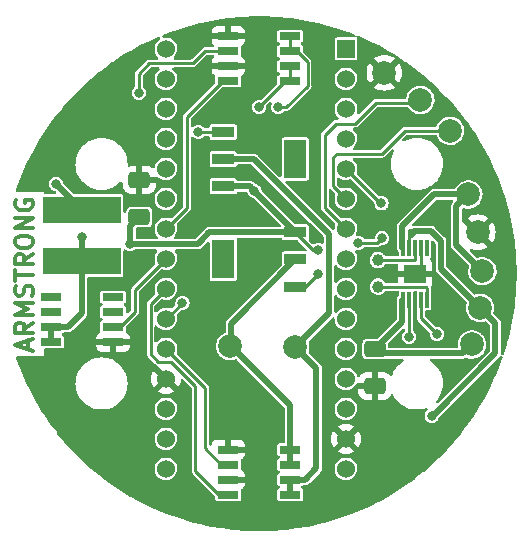
<source format=gbr>
%TF.GenerationSoftware,KiCad,Pcbnew,(6.0.8)*%
%TF.CreationDate,2022-11-18T04:38:56-05:00*%
%TF.ProjectId,Armstrong_v2.0,41726d73-7472-46f6-9e67-5f76322e302e,rev?*%
%TF.SameCoordinates,Original*%
%TF.FileFunction,Copper,L1,Top*%
%TF.FilePolarity,Positive*%
%FSLAX46Y46*%
G04 Gerber Fmt 4.6, Leading zero omitted, Abs format (unit mm)*
G04 Created by KiCad (PCBNEW (6.0.8)) date 2022-11-18 04:38:56*
%MOMM*%
%LPD*%
G01*
G04 APERTURE LIST*
G04 Aperture macros list*
%AMRoundRect*
0 Rectangle with rounded corners*
0 $1 Rounding radius*
0 $2 $3 $4 $5 $6 $7 $8 $9 X,Y pos of 4 corners*
0 Add a 4 corners polygon primitive as box body*
4,1,4,$2,$3,$4,$5,$6,$7,$8,$9,$2,$3,0*
0 Add four circle primitives for the rounded corners*
1,1,$1+$1,$2,$3*
1,1,$1+$1,$4,$5*
1,1,$1+$1,$6,$7*
1,1,$1+$1,$8,$9*
0 Add four rect primitives between the rounded corners*
20,1,$1+$1,$2,$3,$4,$5,0*
20,1,$1+$1,$4,$5,$6,$7,0*
20,1,$1+$1,$6,$7,$8,$9,0*
20,1,$1+$1,$8,$9,$2,$3,0*%
G04 Aperture macros list end*
%ADD10C,0.300000*%
%TA.AperFunction,NonConductor*%
%ADD11C,0.300000*%
%TD*%
%TA.AperFunction,ComponentPad*%
%ADD12C,2.000000*%
%TD*%
%TA.AperFunction,SMDPad,CuDef*%
%ADD13C,1.000000*%
%TD*%
%TA.AperFunction,SMDPad,CuDef*%
%ADD14RoundRect,0.250000X0.650000X-0.412500X0.650000X0.412500X-0.650000X0.412500X-0.650000X-0.412500X0*%
%TD*%
%TA.AperFunction,SMDPad,CuDef*%
%ADD15RoundRect,0.250000X-0.650000X0.412500X-0.650000X-0.412500X0.650000X-0.412500X0.650000X0.412500X0*%
%TD*%
%TA.AperFunction,SMDPad,CuDef*%
%ADD16R,1.800000X0.650000*%
%TD*%
%TA.AperFunction,ComponentPad*%
%ADD17R,1.524000X1.524000*%
%TD*%
%TA.AperFunction,ComponentPad*%
%ADD18C,1.524000*%
%TD*%
%TA.AperFunction,SMDPad,CuDef*%
%ADD19R,6.600000X2.300000*%
%TD*%
%TA.AperFunction,SMDPad,CuDef*%
%ADD20R,1.900000X0.950000*%
%TD*%
%TA.AperFunction,SMDPad,CuDef*%
%ADD21R,1.900000X3.250000*%
%TD*%
%TA.AperFunction,SMDPad,CuDef*%
%ADD22R,0.300000X1.400000*%
%TD*%
%TA.AperFunction,SMDPad,CuDef*%
%ADD23R,1.880000X1.570000*%
%TD*%
%TA.AperFunction,ViaPad*%
%ADD24C,0.800000*%
%TD*%
%TA.AperFunction,Conductor*%
%ADD25C,0.250000*%
%TD*%
%TA.AperFunction,Conductor*%
%ADD26C,0.500000*%
%TD*%
%TA.AperFunction,Conductor*%
%ADD27C,0.400000*%
%TD*%
G04 APERTURE END LIST*
D10*
D11*
X80400000Y-106371428D02*
X80400000Y-105657142D01*
X80828571Y-106514285D02*
X79328571Y-106014285D01*
X80828571Y-105514285D01*
X80828571Y-104157142D02*
X80114285Y-104657142D01*
X80828571Y-105014285D02*
X79328571Y-105014285D01*
X79328571Y-104442857D01*
X79400000Y-104300000D01*
X79471428Y-104228571D01*
X79614285Y-104157142D01*
X79828571Y-104157142D01*
X79971428Y-104228571D01*
X80042857Y-104300000D01*
X80114285Y-104442857D01*
X80114285Y-105014285D01*
X80828571Y-103514285D02*
X79328571Y-103514285D01*
X80400000Y-103014285D01*
X79328571Y-102514285D01*
X80828571Y-102514285D01*
X80757142Y-101871428D02*
X80828571Y-101657142D01*
X80828571Y-101300000D01*
X80757142Y-101157142D01*
X80685714Y-101085714D01*
X80542857Y-101014285D01*
X80400000Y-101014285D01*
X80257142Y-101085714D01*
X80185714Y-101157142D01*
X80114285Y-101300000D01*
X80042857Y-101585714D01*
X79971428Y-101728571D01*
X79900000Y-101800000D01*
X79757142Y-101871428D01*
X79614285Y-101871428D01*
X79471428Y-101800000D01*
X79400000Y-101728571D01*
X79328571Y-101585714D01*
X79328571Y-101228571D01*
X79400000Y-101014285D01*
X79328571Y-100585714D02*
X79328571Y-99728571D01*
X80828571Y-100157142D02*
X79328571Y-100157142D01*
X80828571Y-98371428D02*
X80114285Y-98871428D01*
X80828571Y-99228571D02*
X79328571Y-99228571D01*
X79328571Y-98657142D01*
X79400000Y-98514285D01*
X79471428Y-98442857D01*
X79614285Y-98371428D01*
X79828571Y-98371428D01*
X79971428Y-98442857D01*
X80042857Y-98514285D01*
X80114285Y-98657142D01*
X80114285Y-99228571D01*
X79328571Y-97442857D02*
X79328571Y-97157142D01*
X79400000Y-97014285D01*
X79542857Y-96871428D01*
X79828571Y-96800000D01*
X80328571Y-96800000D01*
X80614285Y-96871428D01*
X80757142Y-97014285D01*
X80828571Y-97157142D01*
X80828571Y-97442857D01*
X80757142Y-97585714D01*
X80614285Y-97728571D01*
X80328571Y-97800000D01*
X79828571Y-97800000D01*
X79542857Y-97728571D01*
X79400000Y-97585714D01*
X79328571Y-97442857D01*
X80828571Y-96157142D02*
X79328571Y-96157142D01*
X80828571Y-95300000D01*
X79328571Y-95300000D01*
X79400000Y-93800000D02*
X79328571Y-93942857D01*
X79328571Y-94157142D01*
X79400000Y-94371428D01*
X79542857Y-94514285D01*
X79685714Y-94585714D01*
X79971428Y-94657142D01*
X80185714Y-94657142D01*
X80471428Y-94585714D01*
X80614285Y-94514285D01*
X80757142Y-94371428D01*
X80828571Y-94157142D01*
X80828571Y-94014285D01*
X80757142Y-93800000D01*
X80685714Y-93728571D01*
X80185714Y-93728571D01*
X80185714Y-94014285D01*
D12*
%TO.P,TP20,1,1*%
%TO.N,Net-(U1-Pad7)*%
X113650000Y-85300000D03*
%TD*%
%TO.P,TP19,1,1*%
%TO.N,Net-(U1-Pad6)*%
X116150000Y-87900000D03*
%TD*%
%TO.P,TP18,1,1*%
%TO.N,GND*%
X110600000Y-83000000D03*
%TD*%
D13*
%TO.P,TP17,1,1*%
%TO.N,/power/~{CHG}*%
X110050000Y-98850000D03*
%TD*%
%TO.P,TP16,1,1*%
%TO.N,/power/~{PG}*%
X110050000Y-101100000D03*
%TD*%
D14*
%TO.P,C2,1*%
%TO.N,/stimulation/VBOOST*%
X89850000Y-95212500D03*
%TO.P,C2,2*%
%TO.N,GND*%
X89850000Y-92087500D03*
%TD*%
D15*
%TO.P,C1,1*%
%TO.N,/power/VBUS*%
X109800000Y-106387500D03*
%TO.P,C1,2*%
%TO.N,GND*%
X109800000Y-109512500D03*
%TD*%
D12*
%TO.P,TP4,1,1*%
%TO.N,/power/BAT+*%
X117700000Y-93300000D03*
%TD*%
%TO.P,TP3,1,1*%
%TO.N,VCC*%
X118700000Y-102900000D03*
%TD*%
D16*
%TO.P,Q\u002A\u002A2,1,TR1_SOURCE*%
%TO.N,GND*%
X97375000Y-114895000D03*
%TO.P,Q\u002A\u002A2,2,TR1_GATE*%
%TO.N,/stimulation/L_DRIVE1*%
X97375000Y-116165000D03*
%TO.P,Q\u002A\u002A2,3,TR2_SOURCE*%
%TO.N,GND*%
X97375000Y-117435000D03*
%TO.P,Q\u002A\u002A2,4,TR2_GATE*%
%TO.N,/stimulation/L_DRIVE2*%
X97375000Y-118705000D03*
%TO.P,Q\u002A\u002A2,5,TR2_DRAIN_1*%
%TO.N,/stimulation/STIM2*%
X102625000Y-118705000D03*
%TO.P,Q\u002A\u002A2,6,TR2_DRAIN_2*%
X102625000Y-117435000D03*
%TO.P,Q\u002A\u002A2,7,TR1_DRAIN_1*%
%TO.N,/stimulation/STIM1*%
X102625000Y-116165000D03*
%TO.P,Q\u002A\u002A2,8,TR1_DRAIN_2*%
X102625000Y-114895000D03*
%TD*%
D12*
%TO.P,TP15,1,1*%
%TO.N,/stimulation/STIM2*%
X103050000Y-106200000D03*
%TD*%
D17*
%TO.P,U1,1,D13*%
%TO.N,/SCK*%
X107346750Y-80970000D03*
D18*
%TO.P,U1,2,+3V3*%
%TO.N,unconnected-(U1-Pad2)*%
X107346750Y-83510000D03*
%TO.P,U1,3,AREF*%
%TO.N,unconnected-(U1-Pad3)*%
X107346750Y-86050000D03*
%TO.P,U1,4,A0/DAC0*%
%TO.N,unconnected-(U1-Pad4)*%
X107346750Y-88590000D03*
%TO.P,U1,5,A1*%
%TO.N,/stimulation/VSTIM*%
X107346750Y-91130000D03*
%TO.P,U1,6,A2*%
%TO.N,Net-(U1-Pad6)*%
X107346750Y-93670000D03*
%TO.P,U1,7,A3*%
%TO.N,Net-(U1-Pad7)*%
X107346750Y-96210000D03*
%TO.P,U1,8,A4/SDA*%
%TO.N,unconnected-(U1-Pad8)*%
X107346750Y-98750000D03*
%TO.P,U1,9,A5/SCL*%
%TO.N,unconnected-(U1-Pad9)*%
X107346750Y-101290000D03*
%TO.P,U1,10,A6*%
%TO.N,Net-(U1-Pad10)*%
X107346750Y-103830000D03*
%TO.P,U1,11,A7*%
%TO.N,unconnected-(U1-Pad11)*%
X107346750Y-106370000D03*
%TO.P,U1,12,+5V*%
%TO.N,VCC*%
X107346750Y-108910000D03*
%TO.P,U1,13,~{RESET}*%
%TO.N,Net-(U1-Pad13)*%
X107346750Y-111450000D03*
%TO.P,U1,14,GND*%
%TO.N,GND*%
X107346750Y-113990000D03*
%TO.P,U1,15,VIN*%
%TO.N,unconnected-(U1-Pad15)*%
X107346750Y-116530000D03*
%TO.P,U1,16,TX*%
%TO.N,unconnected-(U1-Pad16)*%
X92106750Y-116530000D03*
%TO.P,U1,17,RX*%
%TO.N,unconnected-(U1-Pad17)*%
X92106750Y-113990000D03*
%TO.P,U1,18,~{RESET}*%
%TO.N,Net-(U1-Pad13)*%
X92106750Y-111450000D03*
%TO.P,U1,19,GND*%
%TO.N,GND*%
X92106750Y-108910000D03*
%TO.P,U1,20,D2*%
%TO.N,/stimulation/L_DRIVE1*%
X92106750Y-106370000D03*
%TO.P,U1,21,D3/PWM*%
%TO.N,/stimulation/H_DRIVE1*%
X92106750Y-103830000D03*
%TO.P,U1,22,D4*%
%TO.N,/stimulation/L_DRIVE2*%
X92106750Y-101290000D03*
%TO.P,U1,23,D5/PWM*%
%TO.N,/stimulation/BOOST_CTRL*%
X92106750Y-98750000D03*
%TO.P,U1,24,D6/PWM*%
%TO.N,/stimulation/H_DRIVE2*%
X92106750Y-96210000D03*
%TO.P,U1,25,D7*%
%TO.N,/DC*%
X92106750Y-93670000D03*
%TO.P,U1,26,D8*%
%TO.N,/RST*%
X92106750Y-91130000D03*
%TO.P,U1,27,D9/PWM*%
%TO.N,/BL*%
X92106750Y-88590000D03*
%TO.P,U1,28,D10/PWM*%
%TO.N,unconnected-(U1-Pad28)*%
X92106750Y-86050000D03*
%TO.P,U1,29,D11/MOSI*%
%TO.N,/MOSI*%
X92106750Y-83510000D03*
%TO.P,U1,30,D12/MISO*%
%TO.N,/CS*%
X92106750Y-80970000D03*
%TD*%
D19*
%TO.P,L1,1,1*%
%TO.N,VCC*%
X85000000Y-94632500D03*
%TO.P,L1,2,2*%
%TO.N,Net-(D1-Pad2)*%
X85000000Y-98932500D03*
%TD*%
D12*
%TO.P,TP14,1,1*%
%TO.N,/stimulation/STIM1*%
X97550000Y-106150000D03*
%TD*%
D16*
%TO.P,Q\u002A\u002A3,1,TR1_SOURCE*%
%TO.N,GND*%
X97375000Y-79895000D03*
%TO.P,Q\u002A\u002A3,2,TR1_GATE*%
%TO.N,/stimulation/H_DRIVE1*%
X97375000Y-81165000D03*
%TO.P,Q\u002A\u002A3,3,TR2_SOURCE*%
%TO.N,GND*%
X97375000Y-82435000D03*
%TO.P,Q\u002A\u002A3,4,TR2_GATE*%
%TO.N,/stimulation/H_DRIVE2*%
X97375000Y-83705000D03*
%TO.P,Q\u002A\u002A3,5,TR2_DRAIN_1*%
%TO.N,Net-(Q\u002A\u002A3-Pad5)*%
X102625000Y-83705000D03*
%TO.P,Q\u002A\u002A3,6,TR2_DRAIN_2*%
X102625000Y-82435000D03*
%TO.P,Q\u002A\u002A3,7,TR1_DRAIN_1*%
%TO.N,Net-(Q\u002A\u002A3-Pad7)*%
X102625000Y-81165000D03*
%TO.P,Q\u002A\u002A3,8,TR1_DRAIN_2*%
X102625000Y-79895000D03*
%TD*%
%TO.P,Q\u002A\u002A1,1,TR1_SOURCE*%
%TO.N,GND*%
X87625000Y-105787500D03*
%TO.P,Q\u002A\u002A1,2,TR1_GATE*%
%TO.N,/stimulation/BOOST_CTRL*%
X87625000Y-104517500D03*
%TO.P,Q\u002A\u002A1,3,TR2_SOURCE*%
%TO.N,unconnected-(Q\u002A\u002A1-Pad3)*%
X87625000Y-103247500D03*
%TO.P,Q\u002A\u002A1,4,TR2_GATE*%
%TO.N,unconnected-(Q\u002A\u002A1-Pad4)*%
X87625000Y-101977500D03*
%TO.P,Q\u002A\u002A1,5,TR2_DRAIN_1*%
%TO.N,unconnected-(Q\u002A\u002A1-Pad5)*%
X82375000Y-101977500D03*
%TO.P,Q\u002A\u002A1,6,TR2_DRAIN_2*%
%TO.N,unconnected-(Q\u002A\u002A1-Pad6)*%
X82375000Y-103247500D03*
%TO.P,Q\u002A\u002A1,7,TR1_DRAIN_1*%
%TO.N,Net-(D1-Pad2)*%
X82375000Y-104517500D03*
%TO.P,Q\u002A\u002A1,8,TR1_DRAIN_2*%
X82375000Y-105787500D03*
%TD*%
D12*
%TO.P,TP2,1,1*%
%TO.N,GND*%
X118500000Y-96500000D03*
%TD*%
%TO.P,TP5,1,1*%
%TO.N,/power/BAT+*%
X118900000Y-99800000D03*
%TD*%
D20*
%TO.P,Q2,1,G*%
%TO.N,Net-(Q2-Pad1)*%
X96950000Y-88000000D03*
%TO.P,Q2,2,D_1*%
%TO.N,/stimulation/STIM2*%
X96950000Y-90300000D03*
%TO.P,Q2,3,S*%
%TO.N,/stimulation/VBOOST*%
X96950000Y-92600000D03*
D21*
%TO.P,Q2,4,D_2*%
%TO.N,unconnected-(Q2-Pad4)*%
X103050000Y-90300000D03*
%TD*%
D22*
%TO.P,U2,1,IN*%
%TO.N,/power/VBUS*%
X112200000Y-102200000D03*
%TO.P,U2,2,ISET*%
%TO.N,Net-(R1-Pad2)*%
X112700000Y-102200000D03*
%TO.P,U2,3,VSS*%
%TO.N,GND*%
X113200000Y-102200000D03*
%TO.P,U2,4,PRETERM*%
%TO.N,Net-(R2-Pad1)*%
X113700000Y-102200000D03*
%TO.P,U2,5,~{PG}*%
%TO.N,/power/~{PG}*%
X114200000Y-102200000D03*
%TO.P,U2,6,NC*%
%TO.N,unconnected-(U2-Pad6)*%
X114200000Y-97800000D03*
%TO.P,U2,7,ISET2*%
%TO.N,GND*%
X113700000Y-97800000D03*
%TO.P,U2,8,~{CHG}*%
%TO.N,/power/~{CHG}*%
X113200000Y-97800000D03*
%TO.P,U2,9,TS*%
%TO.N,VCC*%
X112700000Y-97800000D03*
%TO.P,U2,10,OUT*%
%TO.N,/power/BAT+*%
X112200000Y-97800000D03*
D23*
%TO.P,U2,11,EP*%
%TO.N,GND*%
X113200000Y-100000000D03*
%TD*%
D20*
%TO.P,Q1,1,G*%
%TO.N,Net-(Q1-Pad1)*%
X103050000Y-101100000D03*
%TO.P,Q1,2,D_1*%
%TO.N,/stimulation/STIM1*%
X103050000Y-98800000D03*
%TO.P,Q1,3,S*%
%TO.N,/stimulation/VBOOST*%
X103050000Y-96500000D03*
D21*
%TO.P,Q1,4,D_2*%
%TO.N,unconnected-(Q1-Pad4)*%
X96950000Y-98800000D03*
%TD*%
D12*
%TO.P,TP1,1,1*%
%TO.N,/power/VBUS*%
X118000000Y-106000000D03*
%TD*%
D24*
%TO.N,Net-(Q2-Pad1)*%
X94850000Y-88000000D03*
%TO.N,/stimulation/VBOOST*%
X89075500Y-97500000D03*
%TO.N,Net-(D1-Pad2)*%
X85000000Y-96900000D03*
%TO.N,VCC*%
X114600000Y-112050000D03*
%TO.N,/stimulation/VSTIM*%
X110350000Y-94050000D03*
%TO.N,/stimulation/VBOOST*%
X110400000Y-97000000D03*
X108400000Y-97400000D03*
X105000000Y-98000000D03*
%TO.N,VCC*%
X82800000Y-92400000D03*
%TO.N,Net-(R2-Pad1)*%
X115050000Y-105100000D03*
%TO.N,Net-(R1-Pad2)*%
X112700000Y-105350000D03*
%TO.N,Net-(Q\u002A\u002A3-Pad5)*%
X100000000Y-85900000D03*
%TO.N,Net-(Q\u002A\u002A3-Pad7)*%
X101600000Y-85900000D03*
%TO.N,/stimulation/VBOOST*%
X99600000Y-93000000D03*
%TO.N,Net-(Q1-Pad1)*%
X105000000Y-100000000D03*
%TO.N,/stimulation/H_DRIVE1*%
X89800000Y-84700000D03*
X93500000Y-102500000D03*
%TD*%
D25*
%TO.N,Net-(U1-Pad7)*%
X108100000Y-87300000D02*
X106500000Y-87300000D01*
X106500000Y-87300000D02*
X105550000Y-88250000D01*
X109850000Y-85550000D02*
X108100000Y-87300000D01*
X113400000Y-85550000D02*
X109850000Y-85550000D01*
X113650000Y-85300000D02*
X113400000Y-85550000D01*
X105550000Y-88250000D02*
X105550000Y-94413250D01*
X105550000Y-94413250D02*
X107346750Y-96210000D01*
%TO.N,Net-(U1-Pad6)*%
X106550000Y-89850000D02*
X106250000Y-90150000D01*
X110400000Y-89850000D02*
X106550000Y-89850000D01*
X106250000Y-92573250D02*
X107346750Y-93670000D01*
X112350000Y-87900000D02*
X110400000Y-89850000D01*
X106250000Y-90150000D02*
X106250000Y-92573250D01*
X116150000Y-87900000D02*
X112350000Y-87900000D01*
D26*
%TO.N,/stimulation/VBOOST*%
X89075500Y-95987000D02*
X89850000Y-95212500D01*
X89075500Y-97500000D02*
X89075500Y-95987000D01*
X94775000Y-97500000D02*
X95037500Y-97237500D01*
X89075500Y-97500000D02*
X94775000Y-97500000D01*
X95775000Y-96500000D02*
X95037500Y-97237500D01*
X103050000Y-96500000D02*
X95775000Y-96500000D01*
%TO.N,Net-(D1-Pad2)*%
X85000000Y-98932500D02*
X85000000Y-96900000D01*
%TO.N,/power/BAT+*%
X116700000Y-97600000D02*
X118900000Y-99800000D01*
X117700000Y-93300000D02*
X116700000Y-94300000D01*
X116700000Y-94300000D02*
X116700000Y-97600000D01*
%TO.N,VCC*%
X115400000Y-99600000D02*
X118700000Y-102900000D01*
X115400000Y-97250000D02*
X115400000Y-99600000D01*
X114550000Y-96400000D02*
X115400000Y-97250000D01*
X113100000Y-96400000D02*
X114550000Y-96400000D01*
D25*
%TO.N,GND*%
X113700000Y-99500000D02*
X113200000Y-100000000D01*
X113700000Y-97800000D02*
X113700000Y-99500000D01*
D26*
%TO.N,/stimulation/STIM2*%
X102625000Y-117435000D02*
X102625000Y-118705000D01*
X104850000Y-116500000D02*
X104850000Y-108000000D01*
X104850000Y-108000000D02*
X103050000Y-106200000D01*
X102625000Y-117435000D02*
X103915000Y-117435000D01*
X103915000Y-117435000D02*
X104850000Y-116500000D01*
X105900000Y-103350000D02*
X103050000Y-106200000D01*
X105900000Y-96650000D02*
X105900000Y-103350000D01*
D25*
%TO.N,GND*%
X113200000Y-104100000D02*
X113300000Y-104200000D01*
X113200000Y-103500000D02*
X113200000Y-104100000D01*
%TO.N,Net-(R2-Pad1)*%
X113700000Y-103750000D02*
X113700000Y-102200000D01*
X115050000Y-105100000D02*
X113700000Y-103750000D01*
%TO.N,Net-(R1-Pad2)*%
X112700000Y-105350000D02*
X112700000Y-102200000D01*
D26*
%TO.N,Net-(D1-Pad2)*%
X83832500Y-104517500D02*
X82375000Y-104517500D01*
X85000000Y-103350000D02*
X83832500Y-104517500D01*
X85000000Y-98932500D02*
X85000000Y-103350000D01*
%TO.N,/stimulation/STIM2*%
X99550000Y-90300000D02*
X105900000Y-96650000D01*
X96950000Y-90300000D02*
X99550000Y-90300000D01*
D27*
%TO.N,VCC*%
X113100000Y-96500000D02*
X112850000Y-96750000D01*
X113100000Y-96400000D02*
X113100000Y-96500000D01*
D25*
X112700000Y-96500000D02*
X112800000Y-96400000D01*
X112700000Y-97800000D02*
X112700000Y-96500000D01*
D27*
X112800000Y-96400000D02*
X113100000Y-96400000D01*
D25*
%TO.N,Net-(Q2-Pad1)*%
X96950000Y-88000000D02*
X94850000Y-88000000D01*
D26*
%TO.N,/power/VBUS*%
X117250000Y-106750000D02*
X118000000Y-106000000D01*
X110162500Y-106750000D02*
X117250000Y-106750000D01*
X109800000Y-106387500D02*
X110162500Y-106750000D01*
X112100000Y-104087500D02*
X112100000Y-102200000D01*
X109800000Y-106387500D02*
X112100000Y-104087500D01*
%TO.N,VCC*%
X120000000Y-104200000D02*
X118700000Y-102900000D01*
X114600000Y-112050000D02*
X114700000Y-112050000D01*
X114700000Y-112050000D02*
X120000000Y-106750000D01*
X120000000Y-106750000D02*
X120000000Y-104200000D01*
%TO.N,/power/BAT+*%
X112100000Y-96000000D02*
X112100000Y-97800000D01*
X117700000Y-93300000D02*
X114800000Y-93300000D01*
X114800000Y-93300000D02*
X112100000Y-96000000D01*
D25*
%TO.N,/stimulation/VSTIM*%
X110266750Y-94050000D02*
X107346750Y-91130000D01*
X110350000Y-94050000D02*
X110266750Y-94050000D01*
%TO.N,/stimulation/VBOOST*%
X110000000Y-97400000D02*
X110400000Y-97000000D01*
X108400000Y-97400000D02*
X110000000Y-97400000D01*
X104550000Y-98000000D02*
X105000000Y-98000000D01*
X103050000Y-96500000D02*
X104550000Y-98000000D01*
D26*
%TO.N,VCC*%
X82800000Y-92432500D02*
X85000000Y-94632500D01*
D25*
X82800000Y-92400000D02*
X82800000Y-92432500D01*
%TO.N,Net-(Q\u002A\u002A3-Pad5)*%
X102195000Y-83705000D02*
X102625000Y-83705000D01*
X100000000Y-85900000D02*
X102195000Y-83705000D01*
X102625000Y-83705000D02*
X102625000Y-82435000D01*
%TO.N,Net-(Q\u002A\u002A3-Pad7)*%
X103165000Y-81165000D02*
X102625000Y-81165000D01*
X104100000Y-82100000D02*
X103165000Y-81165000D01*
X104100000Y-84105000D02*
X104100000Y-82100000D01*
X102305000Y-85900000D02*
X104100000Y-84105000D01*
X101600000Y-85900000D02*
X102305000Y-85900000D01*
%TO.N,/stimulation/VBOOST*%
X103050000Y-96450000D02*
X103050000Y-96500000D01*
D26*
X99600000Y-93000000D02*
X103050000Y-96450000D01*
X99200000Y-92600000D02*
X96950000Y-92600000D01*
X99600000Y-93000000D02*
X99200000Y-92600000D01*
D25*
%TO.N,Net-(Q\u002A\u002A3-Pad7)*%
X102625000Y-81165000D02*
X102625000Y-79895000D01*
%TO.N,/stimulation/H_DRIVE2*%
X96895000Y-83705000D02*
X97375000Y-83705000D01*
X93900000Y-86700000D02*
X96895000Y-83705000D01*
X93900000Y-94416750D02*
X93900000Y-86700000D01*
X92106750Y-96210000D02*
X93900000Y-94416750D01*
%TO.N,/stimulation/H_DRIVE1*%
X90700000Y-82200000D02*
X94400000Y-82200000D01*
X89800000Y-83100000D02*
X90700000Y-82200000D01*
X95435000Y-81165000D02*
X97375000Y-81165000D01*
X89800000Y-84700000D02*
X89800000Y-83100000D01*
X94400000Y-82200000D02*
X95435000Y-81165000D01*
%TO.N,Net-(Q1-Pad1)*%
X103900000Y-101100000D02*
X105000000Y-100000000D01*
X103050000Y-101100000D02*
X103900000Y-101100000D01*
D26*
%TO.N,/stimulation/STIM1*%
X97600000Y-104250000D02*
X97600000Y-106100000D01*
X103050000Y-98800000D02*
X97600000Y-104250000D01*
D25*
%TO.N,/stimulation/H_DRIVE1*%
X92170000Y-103830000D02*
X93500000Y-102500000D01*
X92106750Y-103830000D02*
X92170000Y-103830000D01*
%TO.N,/stimulation/L_DRIVE2*%
X90800000Y-106800000D02*
X90800000Y-102596750D01*
X91457000Y-107457000D02*
X90800000Y-106800000D01*
X92557000Y-107457000D02*
X91457000Y-107457000D01*
X94600000Y-109500000D02*
X92557000Y-107457000D01*
X94600000Y-116700000D02*
X94600000Y-109500000D01*
X96605000Y-118705000D02*
X94600000Y-116700000D01*
X90800000Y-102596750D02*
X92106750Y-101290000D01*
X97375000Y-118705000D02*
X96605000Y-118705000D01*
%TO.N,/stimulation/L_DRIVE1*%
X95400000Y-109663250D02*
X92106750Y-106370000D01*
X95400000Y-114765000D02*
X95400000Y-109663250D01*
X96800000Y-116165000D02*
X95400000Y-114765000D01*
X97375000Y-116165000D02*
X96800000Y-116165000D01*
%TO.N,/stimulation/BOOST_CTRL*%
X89500000Y-103217500D02*
X89500000Y-101356750D01*
X88200000Y-104517500D02*
X89500000Y-103217500D01*
X89500000Y-101356750D02*
X92106750Y-98750000D01*
X87625000Y-104517500D02*
X88200000Y-104517500D01*
D26*
%TO.N,/stimulation/STIM1*%
X102625000Y-111125000D02*
X97600000Y-106100000D01*
X102625000Y-114895000D02*
X102625000Y-111125000D01*
X102625000Y-114895000D02*
X102625000Y-116165000D01*
D25*
%TO.N,/power/~{PG}*%
X114110000Y-101110000D02*
X110110000Y-101110000D01*
X114200000Y-101200000D02*
X114110000Y-101110000D01*
X114200000Y-102200000D02*
X114200000Y-101200000D01*
%TO.N,/power/~{CHG}*%
X113175000Y-98825000D02*
X110125000Y-98825000D01*
X113200000Y-98800000D02*
X113175000Y-98825000D01*
X113200000Y-97800000D02*
X113200000Y-98800000D01*
%TO.N,GND*%
X113200000Y-102200000D02*
X113200000Y-103500000D01*
D26*
%TO.N,Net-(D1-Pad2)*%
X82375000Y-105787500D02*
X82375000Y-104517500D01*
%TD*%
%TA.AperFunction,Conductor*%
%TO.N,GND*%
G36*
X100459183Y-78205392D02*
G01*
X101366161Y-78243405D01*
X101371416Y-78243735D01*
X101823735Y-78281718D01*
X102276046Y-78319700D01*
X102281294Y-78320252D01*
X102655586Y-78367536D01*
X103181913Y-78434027D01*
X103187100Y-78434791D01*
X104082230Y-78586191D01*
X104087392Y-78587176D01*
X104449849Y-78664219D01*
X104975374Y-78775923D01*
X104980512Y-78777129D01*
X105859757Y-79002881D01*
X105864840Y-79004300D01*
X106733894Y-79266682D01*
X106738913Y-79268313D01*
X107170356Y-79418557D01*
X107596199Y-79566851D01*
X107601123Y-79568682D01*
X107783778Y-79641000D01*
X108095319Y-79764348D01*
X108151293Y-79808023D01*
X108174769Y-79875026D01*
X108158293Y-79944084D01*
X108107098Y-79993273D01*
X108048935Y-80007500D01*
X106565002Y-80007500D01*
X106558934Y-80008707D01*
X106518689Y-80016712D01*
X106518688Y-80016712D01*
X106506519Y-80019133D01*
X106440198Y-80063448D01*
X106433307Y-80073761D01*
X106411314Y-80106676D01*
X106395883Y-80129769D01*
X106393462Y-80141938D01*
X106393462Y-80141939D01*
X106390891Y-80154865D01*
X106384250Y-80188252D01*
X106384250Y-81751748D01*
X106385457Y-81757816D01*
X106389207Y-81776666D01*
X106395883Y-81810231D01*
X106440198Y-81876552D01*
X106450511Y-81883443D01*
X106494255Y-81912672D01*
X106506519Y-81920867D01*
X106518688Y-81923288D01*
X106518689Y-81923288D01*
X106549699Y-81929456D01*
X106565002Y-81932500D01*
X108128498Y-81932500D01*
X108143801Y-81929456D01*
X108174811Y-81923288D01*
X108174812Y-81923288D01*
X108186981Y-81920867D01*
X108199246Y-81912672D01*
X108242989Y-81883443D01*
X108253302Y-81876552D01*
X108297617Y-81810231D01*
X108304294Y-81776666D01*
X108306039Y-81767890D01*
X109732093Y-81767890D01*
X109735876Y-81776666D01*
X110587188Y-82627978D01*
X110601132Y-82635592D01*
X110602965Y-82635461D01*
X110609580Y-82631210D01*
X111461080Y-81779710D01*
X111467840Y-81767330D01*
X111462113Y-81759680D01*
X111290958Y-81654795D01*
X111282163Y-81650313D01*
X111072012Y-81563266D01*
X111062627Y-81560217D01*
X110841446Y-81507115D01*
X110831699Y-81505572D01*
X110604930Y-81487725D01*
X110595070Y-81487725D01*
X110368301Y-81505572D01*
X110358554Y-81507115D01*
X110137373Y-81560217D01*
X110127988Y-81563266D01*
X109917837Y-81650313D01*
X109909042Y-81654795D01*
X109741555Y-81757432D01*
X109732093Y-81767890D01*
X108306039Y-81767890D01*
X108308043Y-81757816D01*
X108309250Y-81751748D01*
X108309250Y-80188252D01*
X108302609Y-80154865D01*
X108300038Y-80141939D01*
X108300038Y-80141938D01*
X108297617Y-80129769D01*
X108290724Y-80119453D01*
X108290724Y-80119452D01*
X108262796Y-80077657D01*
X108241580Y-80009904D01*
X108260362Y-79941437D01*
X108313178Y-79893993D01*
X108383261Y-79882635D01*
X108413942Y-79890500D01*
X108422765Y-79893993D01*
X108445197Y-79902875D01*
X108450056Y-79904917D01*
X109279366Y-80274150D01*
X109284141Y-80276397D01*
X110097256Y-80680031D01*
X110101933Y-80682476D01*
X110897446Y-81119813D01*
X110902016Y-81122452D01*
X111423501Y-81438274D01*
X111678512Y-81592714D01*
X111682945Y-81595528D01*
X112357858Y-82043939D01*
X112439068Y-82097895D01*
X112443402Y-82100907D01*
X113081371Y-82564418D01*
X113177822Y-82634494D01*
X113182024Y-82637683D01*
X113817613Y-83141445D01*
X113893460Y-83201561D01*
X113897524Y-83204923D01*
X114255020Y-83513505D01*
X114584710Y-83798085D01*
X114588630Y-83801615D01*
X115240076Y-84413363D01*
X115250389Y-84423048D01*
X115254156Y-84426737D01*
X115824735Y-85009392D01*
X115889311Y-85075335D01*
X115892924Y-85079183D01*
X116500340Y-85753788D01*
X116503789Y-85757783D01*
X117082445Y-86457258D01*
X117085723Y-86461393D01*
X117634584Y-87184491D01*
X117637666Y-87188734D01*
X118134284Y-87903272D01*
X118155769Y-87934185D01*
X118158679Y-87938566D01*
X118338199Y-88221445D01*
X118645096Y-88705038D01*
X118647830Y-88709552D01*
X119101723Y-89495718D01*
X119104266Y-89500343D01*
X119524851Y-90304846D01*
X119527197Y-90309573D01*
X119913705Y-91130946D01*
X119915852Y-91135767D01*
X120267255Y-91971718D01*
X120267639Y-91972632D01*
X120269575Y-91977522D01*
X120585970Y-92828282D01*
X120586018Y-92828411D01*
X120587750Y-92833385D01*
X120868281Y-93696773D01*
X120869790Y-93701773D01*
X121016920Y-94228730D01*
X121113916Y-94576132D01*
X121115229Y-94581244D01*
X121322527Y-95465064D01*
X121323624Y-95470226D01*
X121493727Y-96361937D01*
X121494607Y-96367141D01*
X121627216Y-97265172D01*
X121627878Y-97270407D01*
X121660380Y-97579637D01*
X121720973Y-98156136D01*
X121722772Y-98173255D01*
X121723212Y-98178498D01*
X121753214Y-98655378D01*
X121780212Y-99084498D01*
X121780433Y-99089771D01*
X121788618Y-99480491D01*
X121799329Y-99991812D01*
X121799445Y-99997361D01*
X121799445Y-100002626D01*
X121790529Y-100428282D01*
X121780433Y-100910229D01*
X121780212Y-100915502D01*
X121759552Y-101243895D01*
X121724560Y-101800083D01*
X121723213Y-101821486D01*
X121722773Y-101826730D01*
X121683038Y-102204789D01*
X121627878Y-102729593D01*
X121627216Y-102734828D01*
X121494607Y-103632859D01*
X121493727Y-103638063D01*
X121323624Y-104529774D01*
X121322527Y-104534936D01*
X121115229Y-105418756D01*
X121113916Y-105423868D01*
X121072523Y-105572120D01*
X120869790Y-106298227D01*
X120868281Y-106303227D01*
X120701080Y-106817820D01*
X120696333Y-106832429D01*
X120656260Y-106891035D01*
X120590863Y-106918672D01*
X120520906Y-106906565D01*
X120468600Y-106858559D01*
X120450500Y-106793493D01*
X120450500Y-106761984D01*
X120450597Y-106757037D01*
X120452048Y-106720110D01*
X120452838Y-106700006D01*
X120450954Y-106692900D01*
X120450500Y-106684653D01*
X120450500Y-104234220D01*
X120451373Y-104219411D01*
X120454257Y-104195043D01*
X120455364Y-104185690D01*
X120453672Y-104176426D01*
X120453672Y-104176422D01*
X120444827Y-104127989D01*
X120444178Y-104124088D01*
X120436851Y-104075355D01*
X120436849Y-104075347D01*
X120435449Y-104066038D01*
X120432323Y-104059528D01*
X120431026Y-104052427D01*
X120407958Y-104008017D01*
X120403982Y-104000363D01*
X120402214Y-103996825D01*
X120380886Y-103952411D01*
X120376809Y-103943921D01*
X120371926Y-103938640D01*
X120371891Y-103938588D01*
X120368580Y-103932212D01*
X120364276Y-103927172D01*
X120327037Y-103889933D01*
X120323607Y-103886367D01*
X120313688Y-103875637D01*
X120284854Y-103844444D01*
X120278497Y-103840752D01*
X120272348Y-103835244D01*
X120069963Y-103632859D01*
X119863421Y-103426318D01*
X119829396Y-103364005D01*
X119833203Y-103296721D01*
X119870472Y-103186930D01*
X119870473Y-103186925D01*
X119872331Y-103181452D01*
X119875677Y-103158379D01*
X119889557Y-103062647D01*
X119903991Y-102963098D01*
X119905643Y-102900000D01*
X119885454Y-102680289D01*
X119880971Y-102664391D01*
X119833073Y-102494559D01*
X119825565Y-102467936D01*
X119727980Y-102270053D01*
X119717648Y-102256216D01*
X119599420Y-102097891D01*
X119599420Y-102097890D01*
X119595967Y-102093267D01*
X119484673Y-101990388D01*
X119438189Y-101947418D01*
X119438186Y-101947416D01*
X119433949Y-101943499D01*
X119247350Y-101825764D01*
X119042421Y-101744006D01*
X119036761Y-101742880D01*
X119036757Y-101742879D01*
X118831691Y-101702089D01*
X118831688Y-101702089D01*
X118826024Y-101700962D01*
X118820249Y-101700886D01*
X118820245Y-101700886D01*
X118709504Y-101699437D01*
X118605406Y-101698074D01*
X118599709Y-101699053D01*
X118599708Y-101699053D01*
X118393654Y-101734459D01*
X118393653Y-101734459D01*
X118387957Y-101735438D01*
X118362605Y-101744791D01*
X118306267Y-101765575D01*
X118235433Y-101770387D01*
X118173561Y-101736458D01*
X115887405Y-99450302D01*
X115853379Y-99387990D01*
X115850500Y-99361207D01*
X115850500Y-97284220D01*
X115851373Y-97269411D01*
X115854257Y-97245043D01*
X115855364Y-97235690D01*
X115853672Y-97226426D01*
X115853672Y-97226422D01*
X115844827Y-97177989D01*
X115844178Y-97174088D01*
X115836851Y-97125355D01*
X115836849Y-97125347D01*
X115835449Y-97116038D01*
X115832323Y-97109528D01*
X115831026Y-97102427D01*
X115816520Y-97074500D01*
X115803982Y-97050363D01*
X115802214Y-97046825D01*
X115780886Y-97002411D01*
X115776809Y-96993921D01*
X115771926Y-96988640D01*
X115771891Y-96988588D01*
X115768580Y-96982212D01*
X115764276Y-96977172D01*
X115727037Y-96939933D01*
X115723607Y-96936367D01*
X115691245Y-96901357D01*
X115691242Y-96901355D01*
X115684854Y-96894444D01*
X115678499Y-96890753D01*
X115672349Y-96885245D01*
X114892748Y-96105645D01*
X114882893Y-96094555D01*
X114867703Y-96075287D01*
X114861872Y-96067890D01*
X114854125Y-96062535D01*
X114854123Y-96062534D01*
X114822790Y-96040879D01*
X114813615Y-96034538D01*
X114810403Y-96032243D01*
X114804643Y-96027988D01*
X114763184Y-95997366D01*
X114756368Y-95994973D01*
X114750431Y-95990869D01*
X114741451Y-95988029D01*
X114741449Y-95988028D01*
X114708140Y-95977494D01*
X114694481Y-95973174D01*
X114690750Y-95971929D01*
X114644263Y-95955604D01*
X114644261Y-95955604D01*
X114635369Y-95952481D01*
X114628181Y-95952199D01*
X114628122Y-95952188D01*
X114621270Y-95950020D01*
X114614663Y-95949500D01*
X114561984Y-95949500D01*
X114557037Y-95949403D01*
X114500006Y-95947162D01*
X114492900Y-95949046D01*
X114484653Y-95949500D01*
X113091793Y-95949500D01*
X113023672Y-95929498D01*
X112977179Y-95875842D01*
X112967075Y-95805568D01*
X112996569Y-95740988D01*
X113002698Y-95734405D01*
X114949698Y-93787405D01*
X115012010Y-93753379D01*
X115038793Y-93750500D01*
X116305966Y-93750500D01*
X116374087Y-93770502D01*
X116420580Y-93824158D01*
X116430684Y-93894432D01*
X116401190Y-93959012D01*
X116383972Y-93975450D01*
X116367890Y-93988128D01*
X116362535Y-93995875D01*
X116362534Y-93995877D01*
X116334545Y-94036375D01*
X116332243Y-94039597D01*
X116310717Y-94068741D01*
X116297366Y-94086816D01*
X116294973Y-94093632D01*
X116290869Y-94099569D01*
X116288029Y-94108549D01*
X116288028Y-94108551D01*
X116273182Y-94155495D01*
X116271929Y-94159250D01*
X116258120Y-94198574D01*
X116252481Y-94214631D01*
X116252199Y-94221819D01*
X116252188Y-94221878D01*
X116250020Y-94228730D01*
X116249500Y-94235337D01*
X116249500Y-94288016D01*
X116249403Y-94292962D01*
X116247162Y-94349994D01*
X116249046Y-94357100D01*
X116249500Y-94365347D01*
X116249500Y-97565780D01*
X116248627Y-97580589D01*
X116244636Y-97614310D01*
X116246328Y-97623574D01*
X116246328Y-97623575D01*
X116255172Y-97672001D01*
X116255822Y-97675904D01*
X116264551Y-97733962D01*
X116267679Y-97740475D01*
X116268975Y-97747573D01*
X116296025Y-97799647D01*
X116297768Y-97803137D01*
X116323191Y-97856079D01*
X116328077Y-97861365D01*
X116328110Y-97861413D01*
X116331421Y-97867788D01*
X116335725Y-97872828D01*
X116372952Y-97910055D01*
X116376381Y-97913620D01*
X116415146Y-97955556D01*
X116421505Y-97959249D01*
X116427663Y-97964766D01*
X117735977Y-99273080D01*
X117770003Y-99335392D01*
X117767215Y-99399539D01*
X117731170Y-99515623D01*
X117720703Y-99549333D01*
X117694770Y-99768440D01*
X117709200Y-99988604D01*
X117710621Y-99994200D01*
X117710622Y-99994205D01*
X117749824Y-100148561D01*
X117763511Y-100202452D01*
X117765928Y-100207694D01*
X117765928Y-100207695D01*
X117804046Y-100290379D01*
X117855883Y-100402821D01*
X117983222Y-100583002D01*
X118141264Y-100736961D01*
X118146060Y-100740166D01*
X118146063Y-100740168D01*
X118280016Y-100829672D01*
X118324717Y-100859540D01*
X118330020Y-100861818D01*
X118330023Y-100861820D01*
X118522129Y-100944355D01*
X118527436Y-100946635D01*
X118585564Y-100959788D01*
X118736995Y-100994054D01*
X118737001Y-100994055D01*
X118742632Y-100995329D01*
X118748403Y-100995556D01*
X118748405Y-100995556D01*
X118816211Y-100998220D01*
X118963098Y-101003991D01*
X119072275Y-100988161D01*
X119175738Y-100973160D01*
X119175743Y-100973159D01*
X119181452Y-100972331D01*
X119186916Y-100970476D01*
X119186921Y-100970475D01*
X119384907Y-100903268D01*
X119384912Y-100903266D01*
X119390379Y-100901410D01*
X119407552Y-100891793D01*
X119542382Y-100816284D01*
X119582884Y-100793602D01*
X119606902Y-100773627D01*
X119748086Y-100656204D01*
X119752518Y-100652518D01*
X119830098Y-100559239D01*
X119889908Y-100487326D01*
X119889910Y-100487323D01*
X119893602Y-100482884D01*
X119972527Y-100341953D01*
X119998586Y-100295422D01*
X119998587Y-100295420D01*
X120001410Y-100290379D01*
X120003266Y-100284912D01*
X120003268Y-100284907D01*
X120070475Y-100086921D01*
X120070476Y-100086916D01*
X120072331Y-100081452D01*
X120073159Y-100075743D01*
X120073160Y-100075738D01*
X120096926Y-99911822D01*
X120103991Y-99863098D01*
X120105643Y-99800000D01*
X120085454Y-99580289D01*
X120083459Y-99573213D01*
X120038386Y-99413397D01*
X120025565Y-99367936D01*
X119927980Y-99170053D01*
X119912066Y-99148741D01*
X119799420Y-98997891D01*
X119799420Y-98997890D01*
X119795967Y-98993267D01*
X119663179Y-98870519D01*
X119638189Y-98847418D01*
X119638186Y-98847416D01*
X119633949Y-98843499D01*
X119447350Y-98725764D01*
X119242421Y-98644006D01*
X119236761Y-98642880D01*
X119236757Y-98642879D01*
X119031691Y-98602089D01*
X119031688Y-98602089D01*
X119026024Y-98600962D01*
X119020249Y-98600886D01*
X119020245Y-98600886D01*
X118909504Y-98599437D01*
X118805406Y-98598074D01*
X118799709Y-98599053D01*
X118799708Y-98599053D01*
X118593654Y-98634459D01*
X118593653Y-98634459D01*
X118587957Y-98635438D01*
X118520645Y-98660271D01*
X118506267Y-98665575D01*
X118435433Y-98670387D01*
X118373561Y-98636458D01*
X117871326Y-98134223D01*
X117837300Y-98071911D01*
X117842365Y-98001096D01*
X117884912Y-97944260D01*
X117951432Y-97919449D01*
X118008640Y-97928719D01*
X118027993Y-97936735D01*
X118037373Y-97939783D01*
X118258554Y-97992885D01*
X118268301Y-97994428D01*
X118495070Y-98012275D01*
X118504930Y-98012275D01*
X118731699Y-97994428D01*
X118741446Y-97992885D01*
X118962627Y-97939783D01*
X118972012Y-97936734D01*
X119182163Y-97849687D01*
X119190958Y-97845205D01*
X119358445Y-97742568D01*
X119367907Y-97732110D01*
X119364124Y-97723334D01*
X118141922Y-96501132D01*
X118864408Y-96501132D01*
X118864539Y-96502965D01*
X118868790Y-96509580D01*
X119720290Y-97361080D01*
X119732670Y-97367840D01*
X119740320Y-97362113D01*
X119845205Y-97190958D01*
X119849687Y-97182163D01*
X119936734Y-96972012D01*
X119939783Y-96962627D01*
X119992885Y-96741446D01*
X119994428Y-96731699D01*
X120012275Y-96504930D01*
X120012275Y-96495070D01*
X119994428Y-96268301D01*
X119992885Y-96258554D01*
X119939783Y-96037373D01*
X119936734Y-96027988D01*
X119849687Y-95817837D01*
X119845205Y-95809042D01*
X119742568Y-95641555D01*
X119732110Y-95632093D01*
X119723334Y-95635876D01*
X118872022Y-96487188D01*
X118864408Y-96501132D01*
X118141922Y-96501132D01*
X117279710Y-95638920D01*
X117248412Y-95621829D01*
X117216116Y-95614804D01*
X117165913Y-95564603D01*
X117150500Y-95504216D01*
X117150500Y-95267890D01*
X117632093Y-95267890D01*
X117635876Y-95276666D01*
X118487188Y-96127978D01*
X118501132Y-96135592D01*
X118502965Y-96135461D01*
X118509580Y-96131210D01*
X119361080Y-95279710D01*
X119367840Y-95267330D01*
X119362113Y-95259680D01*
X119190958Y-95154795D01*
X119182163Y-95150313D01*
X118972012Y-95063266D01*
X118962627Y-95060217D01*
X118741446Y-95007115D01*
X118731699Y-95005572D01*
X118504930Y-94987725D01*
X118495070Y-94987725D01*
X118268301Y-95005572D01*
X118258554Y-95007115D01*
X118037373Y-95060217D01*
X118027988Y-95063266D01*
X117817837Y-95150313D01*
X117809042Y-95154795D01*
X117641555Y-95257432D01*
X117632093Y-95267890D01*
X117150500Y-95267890D01*
X117150500Y-94561887D01*
X117170502Y-94493766D01*
X117224158Y-94447273D01*
X117294432Y-94437169D01*
X117316384Y-94443349D01*
X117316637Y-94442570D01*
X117322126Y-94444353D01*
X117327436Y-94446635D01*
X117333072Y-94447910D01*
X117333071Y-94447910D01*
X117536995Y-94494054D01*
X117537001Y-94494055D01*
X117542632Y-94495329D01*
X117548403Y-94495556D01*
X117548405Y-94495556D01*
X117616211Y-94498220D01*
X117763098Y-94503991D01*
X117872275Y-94488161D01*
X117975738Y-94473160D01*
X117975743Y-94473159D01*
X117981452Y-94472331D01*
X117986916Y-94470476D01*
X117986921Y-94470475D01*
X118184907Y-94403268D01*
X118184912Y-94403266D01*
X118190379Y-94401410D01*
X118203170Y-94394247D01*
X118289608Y-94345839D01*
X118382884Y-94293602D01*
X118389601Y-94288016D01*
X118548086Y-94156204D01*
X118552518Y-94152518D01*
X118593751Y-94102941D01*
X118689908Y-93987326D01*
X118689910Y-93987323D01*
X118693602Y-93982884D01*
X118801410Y-93790379D01*
X118803266Y-93784912D01*
X118803268Y-93784907D01*
X118870475Y-93586921D01*
X118870476Y-93586916D01*
X118872331Y-93581452D01*
X118873159Y-93575743D01*
X118873160Y-93575738D01*
X118903458Y-93366772D01*
X118903991Y-93363098D01*
X118905643Y-93300000D01*
X118885454Y-93080289D01*
X118883217Y-93072355D01*
X118852605Y-92963815D01*
X118825565Y-92867936D01*
X118727980Y-92670053D01*
X118654550Y-92571718D01*
X118599420Y-92497891D01*
X118599420Y-92497890D01*
X118595967Y-92493267D01*
X118486214Y-92391812D01*
X118438189Y-92347418D01*
X118438186Y-92347416D01*
X118433949Y-92343499D01*
X118247350Y-92225764D01*
X118042421Y-92144006D01*
X118036761Y-92142880D01*
X118036757Y-92142879D01*
X117831691Y-92102089D01*
X117831688Y-92102089D01*
X117826024Y-92100962D01*
X117820249Y-92100886D01*
X117820245Y-92100886D01*
X117709504Y-92099437D01*
X117605406Y-92098074D01*
X117599709Y-92099053D01*
X117599708Y-92099053D01*
X117393654Y-92134459D01*
X117393653Y-92134459D01*
X117387957Y-92135438D01*
X117180957Y-92211804D01*
X117175996Y-92214756D01*
X117175995Y-92214756D01*
X117013216Y-92311600D01*
X116991341Y-92324614D01*
X116825457Y-92470090D01*
X116688863Y-92643360D01*
X116638711Y-92738683D01*
X116615832Y-92782168D01*
X116566413Y-92833140D01*
X116504324Y-92849500D01*
X114834220Y-92849500D01*
X114819411Y-92848627D01*
X114795043Y-92845743D01*
X114785690Y-92844636D01*
X114776426Y-92846328D01*
X114776422Y-92846328D01*
X114727989Y-92855173D01*
X114724088Y-92855822D01*
X114675355Y-92863149D01*
X114675347Y-92863151D01*
X114666038Y-92864551D01*
X114659528Y-92867677D01*
X114652427Y-92868974D01*
X114644072Y-92873314D01*
X114600363Y-92896018D01*
X114596825Y-92897786D01*
X114552411Y-92919114D01*
X114543921Y-92923191D01*
X114538640Y-92928074D01*
X114538588Y-92928109D01*
X114532212Y-92931420D01*
X114527172Y-92935724D01*
X114489932Y-92972964D01*
X114486367Y-92976393D01*
X114444444Y-93015146D01*
X114440752Y-93021503D01*
X114435239Y-93027657D01*
X111805650Y-95657247D01*
X111794561Y-95667101D01*
X111775291Y-95682293D01*
X111775289Y-95682295D01*
X111767890Y-95688128D01*
X111762535Y-95695875D01*
X111762534Y-95695877D01*
X111747510Y-95717616D01*
X111735907Y-95734405D01*
X111734545Y-95736375D01*
X111732250Y-95739587D01*
X111697366Y-95786816D01*
X111694973Y-95793632D01*
X111690869Y-95799569D01*
X111676262Y-95845757D01*
X111673182Y-95855495D01*
X111671929Y-95859250D01*
X111666103Y-95875842D01*
X111652481Y-95914631D01*
X111652199Y-95921819D01*
X111652188Y-95921878D01*
X111650020Y-95928730D01*
X111649500Y-95935337D01*
X111649500Y-95988016D01*
X111649403Y-95992962D01*
X111647162Y-96049994D01*
X111649046Y-96057100D01*
X111649500Y-96065347D01*
X111649500Y-97833850D01*
X111650199Y-97838497D01*
X111650199Y-97838502D01*
X111660859Y-97909405D01*
X111664551Y-97933962D01*
X111723191Y-98056079D01*
X111729583Y-98062994D01*
X111815146Y-98155556D01*
X111812463Y-98158036D01*
X111842932Y-98201639D01*
X111849500Y-98241789D01*
X111849500Y-98373500D01*
X111829498Y-98441621D01*
X111775842Y-98488114D01*
X111723500Y-98499500D01*
X110725433Y-98499500D01*
X110657312Y-98479498D01*
X110621593Y-98444867D01*
X110583617Y-98389612D01*
X110583615Y-98389609D01*
X110579312Y-98383349D01*
X110504028Y-98316273D01*
X110458392Y-98275612D01*
X110458388Y-98275610D01*
X110452721Y-98270560D01*
X110419923Y-98253194D01*
X110385080Y-98234746D01*
X110302881Y-98191224D01*
X110138441Y-98149919D01*
X110130843Y-98149879D01*
X110130841Y-98149879D01*
X110053668Y-98149475D01*
X109968895Y-98149031D01*
X109961508Y-98150805D01*
X109961504Y-98150805D01*
X109818162Y-98185220D01*
X109804032Y-98188612D01*
X109797288Y-98192093D01*
X109797285Y-98192094D01*
X109667776Y-98258939D01*
X109653369Y-98266375D01*
X109647647Y-98271367D01*
X109647645Y-98271368D01*
X109594090Y-98318087D01*
X109525604Y-98377831D01*
X109517324Y-98389612D01*
X109440094Y-98499500D01*
X109428113Y-98516547D01*
X109366524Y-98674513D01*
X109365532Y-98682046D01*
X109365532Y-98682047D01*
X109352570Y-98780509D01*
X109344394Y-98842611D01*
X109362999Y-99011135D01*
X109384588Y-99070130D01*
X109417230Y-99159326D01*
X109421266Y-99170356D01*
X109425502Y-99176659D01*
X109425502Y-99176660D01*
X109440617Y-99199153D01*
X109515830Y-99311083D01*
X109521442Y-99316190D01*
X109521445Y-99316193D01*
X109635612Y-99420077D01*
X109635616Y-99420080D01*
X109641233Y-99425191D01*
X109647906Y-99428814D01*
X109647910Y-99428817D01*
X109783558Y-99502467D01*
X109783560Y-99502468D01*
X109790235Y-99506092D01*
X109797584Y-99508020D01*
X109946883Y-99547188D01*
X109946885Y-99547188D01*
X109954233Y-99549116D01*
X110040609Y-99550473D01*
X110116161Y-99551660D01*
X110116164Y-99551660D01*
X110123760Y-99551779D01*
X110131165Y-99550083D01*
X110131166Y-99550083D01*
X110191586Y-99536245D01*
X110289029Y-99513928D01*
X110440498Y-99437747D01*
X110556560Y-99338620D01*
X110563651Y-99332564D01*
X110563652Y-99332563D01*
X110569423Y-99327634D01*
X110659000Y-99202974D01*
X110714995Y-99159326D01*
X110761323Y-99150500D01*
X111626000Y-99150500D01*
X111694121Y-99170502D01*
X111740614Y-99224158D01*
X111752000Y-99276500D01*
X111752000Y-99727885D01*
X111756475Y-99743124D01*
X111757865Y-99744329D01*
X111765548Y-99746000D01*
X114629884Y-99746000D01*
X114645123Y-99741525D01*
X114646328Y-99740135D01*
X114647999Y-99732452D01*
X114647999Y-99170331D01*
X114647629Y-99163510D01*
X114642105Y-99112648D01*
X114638479Y-99097396D01*
X114593324Y-98976946D01*
X114584786Y-98961351D01*
X114508285Y-98859276D01*
X114495725Y-98846716D01*
X114493838Y-98845302D01*
X114492436Y-98843427D01*
X114489374Y-98840365D01*
X114489816Y-98839923D01*
X114451321Y-98788445D01*
X114446292Y-98717626D01*
X114480304Y-98655378D01*
X114484239Y-98651443D01*
X114494552Y-98644552D01*
X114538867Y-98578231D01*
X114542466Y-98560141D01*
X114549293Y-98525816D01*
X114550500Y-98519748D01*
X114550500Y-97341794D01*
X114570502Y-97273673D01*
X114624158Y-97227180D01*
X114694432Y-97217076D01*
X114759012Y-97246570D01*
X114765595Y-97252699D01*
X114912595Y-97399699D01*
X114946621Y-97462011D01*
X114949500Y-97488794D01*
X114949500Y-99565780D01*
X114948627Y-99580589D01*
X114944636Y-99614310D01*
X114946328Y-99623574D01*
X114946328Y-99623575D01*
X114955172Y-99672001D01*
X114955822Y-99675904D01*
X114961993Y-99716945D01*
X114964551Y-99733962D01*
X114967679Y-99740475D01*
X114968975Y-99747573D01*
X114996025Y-99799647D01*
X114997768Y-99803137D01*
X115023191Y-99856079D01*
X115028077Y-99861365D01*
X115028110Y-99861413D01*
X115031421Y-99867788D01*
X115035725Y-99872828D01*
X115072952Y-99910055D01*
X115076381Y-99913620D01*
X115115146Y-99955556D01*
X115121505Y-99959249D01*
X115127663Y-99964766D01*
X117535977Y-102373080D01*
X117570003Y-102435392D01*
X117567215Y-102499539D01*
X117524536Y-102636990D01*
X117520703Y-102649333D01*
X117494770Y-102868440D01*
X117509200Y-103088604D01*
X117510621Y-103094200D01*
X117510622Y-103094205D01*
X117561223Y-103293442D01*
X117563511Y-103302452D01*
X117565928Y-103307694D01*
X117565928Y-103307695D01*
X117592906Y-103366215D01*
X117655883Y-103502821D01*
X117783222Y-103683002D01*
X117941264Y-103836961D01*
X117946060Y-103840166D01*
X117946063Y-103840168D01*
X118036951Y-103900897D01*
X118124717Y-103959540D01*
X118130020Y-103961818D01*
X118130023Y-103961820D01*
X118314453Y-104041057D01*
X118327436Y-104046635D01*
X118380097Y-104058551D01*
X118536995Y-104094054D01*
X118537001Y-104094055D01*
X118542632Y-104095329D01*
X118548403Y-104095556D01*
X118548405Y-104095556D01*
X118616211Y-104098220D01*
X118763098Y-104103991D01*
X118891748Y-104085338D01*
X118975730Y-104073161D01*
X118975734Y-104073160D01*
X118981452Y-104072331D01*
X118986924Y-104070473D01*
X118986926Y-104070473D01*
X119022046Y-104058551D01*
X119096722Y-104033202D01*
X119167655Y-104030245D01*
X119226317Y-104063420D01*
X119512595Y-104349698D01*
X119546621Y-104412010D01*
X119549500Y-104438793D01*
X119549500Y-106511207D01*
X119529498Y-106579328D01*
X119512595Y-106600302D01*
X115176966Y-110935931D01*
X115114654Y-110969957D01*
X115043839Y-110964892D01*
X114987003Y-110922345D01*
X114962192Y-110855825D01*
X114977283Y-110786451D01*
X114993139Y-110763758D01*
X115096802Y-110645554D01*
X115096806Y-110645548D01*
X115099520Y-110642454D01*
X115115217Y-110618963D01*
X115257484Y-110406044D01*
X115259778Y-110402611D01*
X115326718Y-110266871D01*
X115385537Y-110147597D01*
X115385538Y-110147595D01*
X115387359Y-110143902D01*
X115425371Y-110031923D01*
X115478754Y-109874663D01*
X115478755Y-109874659D01*
X115480081Y-109870753D01*
X115482060Y-109860807D01*
X115535552Y-109591882D01*
X115535552Y-109591879D01*
X115536356Y-109587839D01*
X115538112Y-109561059D01*
X115554952Y-109304119D01*
X115555222Y-109300000D01*
X115536356Y-109012161D01*
X115521407Y-108937005D01*
X115480887Y-108733297D01*
X115480885Y-108733291D01*
X115480081Y-108729247D01*
X115443618Y-108621829D01*
X115388683Y-108459998D01*
X115388682Y-108459996D01*
X115387359Y-108456098D01*
X115365703Y-108412184D01*
X115261605Y-108201093D01*
X115261602Y-108201088D01*
X115259778Y-108197389D01*
X115197765Y-108104580D01*
X115101813Y-107960977D01*
X115101809Y-107960972D01*
X115099520Y-107957546D01*
X115096806Y-107954452D01*
X115096802Y-107954446D01*
X114912036Y-107743762D01*
X114909327Y-107740673D01*
X114880859Y-107715707D01*
X114695554Y-107553198D01*
X114695548Y-107553194D01*
X114692454Y-107550480D01*
X114689028Y-107548191D01*
X114689023Y-107548187D01*
X114514036Y-107431265D01*
X114468508Y-107376788D01*
X114459660Y-107306345D01*
X114490301Y-107242301D01*
X114550703Y-107204990D01*
X114584038Y-107200500D01*
X117215780Y-107200500D01*
X117230589Y-107201373D01*
X117264310Y-107205364D01*
X117273574Y-107203672D01*
X117273575Y-107203672D01*
X117322001Y-107194828D01*
X117325904Y-107194178D01*
X117374645Y-107186850D01*
X117374646Y-107186850D01*
X117383962Y-107185449D01*
X117390475Y-107182321D01*
X117397573Y-107181025D01*
X117449647Y-107153975D01*
X117453137Y-107152232D01*
X117489952Y-107134553D01*
X117560018Y-107123096D01*
X117594229Y-107132368D01*
X117627436Y-107146635D01*
X117633072Y-107147910D01*
X117633071Y-107147910D01*
X117836995Y-107194054D01*
X117837001Y-107194055D01*
X117842632Y-107195329D01*
X117848403Y-107195556D01*
X117848405Y-107195556D01*
X117916211Y-107198220D01*
X118063098Y-107203991D01*
X118183055Y-107186598D01*
X118275738Y-107173160D01*
X118275743Y-107173159D01*
X118281452Y-107172331D01*
X118286916Y-107170476D01*
X118286921Y-107170475D01*
X118484907Y-107103268D01*
X118484912Y-107103266D01*
X118490379Y-107101410D01*
X118501740Y-107095048D01*
X118592065Y-107044463D01*
X118682884Y-106993602D01*
X118690788Y-106987029D01*
X118837258Y-106865210D01*
X118852518Y-106852518D01*
X118912590Y-106780290D01*
X118989908Y-106687326D01*
X118989910Y-106687323D01*
X118993602Y-106682884D01*
X119101410Y-106490379D01*
X119103266Y-106484912D01*
X119103268Y-106484907D01*
X119170475Y-106286921D01*
X119170476Y-106286916D01*
X119172331Y-106281452D01*
X119173159Y-106275743D01*
X119173160Y-106275738D01*
X119203458Y-106066772D01*
X119203991Y-106063098D01*
X119205643Y-106000000D01*
X119185454Y-105780289D01*
X119182750Y-105770699D01*
X119147936Y-105647258D01*
X119125565Y-105567936D01*
X119027980Y-105370053D01*
X118994063Y-105324632D01*
X118899420Y-105197891D01*
X118899420Y-105197890D01*
X118895967Y-105193267D01*
X118768853Y-105075764D01*
X118738189Y-105047418D01*
X118738186Y-105047416D01*
X118733949Y-105043499D01*
X118547350Y-104925764D01*
X118342421Y-104844006D01*
X118336761Y-104842880D01*
X118336757Y-104842879D01*
X118131691Y-104802089D01*
X118131688Y-104802089D01*
X118126024Y-104800962D01*
X118120249Y-104800886D01*
X118120245Y-104800886D01*
X118009504Y-104799437D01*
X117905406Y-104798074D01*
X117899709Y-104799053D01*
X117899708Y-104799053D01*
X117693654Y-104834459D01*
X117693653Y-104834459D01*
X117687957Y-104835438D01*
X117480957Y-104911804D01*
X117475996Y-104914756D01*
X117475995Y-104914756D01*
X117312051Y-105012293D01*
X117291341Y-105024614D01*
X117125457Y-105170090D01*
X116988863Y-105343360D01*
X116886131Y-105538620D01*
X116820703Y-105749333D01*
X116794770Y-105968440D01*
X116807587Y-106163990D01*
X116807670Y-106165259D01*
X116792166Y-106234542D01*
X116741666Y-106284445D01*
X116681940Y-106299500D01*
X111026500Y-106299500D01*
X110958379Y-106279498D01*
X110911886Y-106225842D01*
X110900500Y-106173500D01*
X110900500Y-105976293D01*
X110920502Y-105908172D01*
X110937405Y-105887198D01*
X112159405Y-104665198D01*
X112221717Y-104631172D01*
X112292532Y-104636237D01*
X112349368Y-104678784D01*
X112374179Y-104745304D01*
X112374500Y-104754293D01*
X112374500Y-104780714D01*
X112354498Y-104848835D01*
X112325204Y-104880677D01*
X112271718Y-104921718D01*
X112175464Y-105047159D01*
X112114956Y-105193238D01*
X112113878Y-105201426D01*
X112111214Y-105221660D01*
X112094318Y-105350000D01*
X112114956Y-105506762D01*
X112175464Y-105652841D01*
X112271718Y-105778282D01*
X112397159Y-105874536D01*
X112543238Y-105935044D01*
X112700000Y-105955682D01*
X112708188Y-105954604D01*
X112848574Y-105936122D01*
X112856762Y-105935044D01*
X113002841Y-105874536D01*
X113128282Y-105778282D01*
X113224536Y-105652841D01*
X113285044Y-105506762D01*
X113305682Y-105350000D01*
X113288786Y-105221660D01*
X113286122Y-105201426D01*
X113285044Y-105193238D01*
X113224536Y-105047159D01*
X113128282Y-104921718D01*
X113074796Y-104880677D01*
X113032929Y-104823339D01*
X113025500Y-104780714D01*
X113025500Y-103475476D01*
X113045502Y-103407355D01*
X113047886Y-103404171D01*
X113050000Y-103394452D01*
X113050000Y-102924826D01*
X113050167Y-102921422D01*
X113050500Y-102919748D01*
X113050500Y-101561500D01*
X113070502Y-101493379D01*
X113124158Y-101446886D01*
X113176500Y-101435500D01*
X113223500Y-101435500D01*
X113291621Y-101455502D01*
X113338114Y-101509158D01*
X113349500Y-101561500D01*
X113349500Y-102919748D01*
X113349833Y-102921422D01*
X113350000Y-102924826D01*
X113350000Y-103389884D01*
X113363223Y-103434917D01*
X113369398Y-103444527D01*
X113374500Y-103480018D01*
X113374500Y-103730290D01*
X113374020Y-103741272D01*
X113371849Y-103766091D01*
X113370736Y-103778807D01*
X113373590Y-103789456D01*
X113380491Y-103815210D01*
X113382870Y-103825942D01*
X113389412Y-103863045D01*
X113394923Y-103872590D01*
X113396115Y-103875866D01*
X113397592Y-103879034D01*
X113400446Y-103889684D01*
X113406770Y-103898715D01*
X113422055Y-103920544D01*
X113427961Y-103929815D01*
X113437235Y-103945877D01*
X113446806Y-103962455D01*
X113455251Y-103969541D01*
X113475682Y-103986685D01*
X113483774Y-103994100D01*
X114417293Y-104927620D01*
X114451317Y-104989930D01*
X114453118Y-105033158D01*
X114444318Y-105100000D01*
X114464956Y-105256762D01*
X114525464Y-105402841D01*
X114540129Y-105421953D01*
X114598843Y-105498470D01*
X114621718Y-105528282D01*
X114747159Y-105624536D01*
X114893238Y-105685044D01*
X114901426Y-105686122D01*
X114955827Y-105693284D01*
X115050000Y-105705682D01*
X115058188Y-105704604D01*
X115198574Y-105686122D01*
X115206762Y-105685044D01*
X115352841Y-105624536D01*
X115478282Y-105528282D01*
X115501158Y-105498470D01*
X115559871Y-105421953D01*
X115574536Y-105402841D01*
X115635044Y-105256762D01*
X115655682Y-105100000D01*
X115636507Y-104954350D01*
X115636122Y-104951426D01*
X115635044Y-104943238D01*
X115574536Y-104797159D01*
X115478282Y-104671718D01*
X115352841Y-104575464D01*
X115206762Y-104514956D01*
X115050000Y-104494318D01*
X114983159Y-104503118D01*
X114913012Y-104492179D01*
X114877619Y-104467292D01*
X114062405Y-103652079D01*
X114028380Y-103589766D01*
X114025500Y-103562983D01*
X114025500Y-103226500D01*
X114045502Y-103158379D01*
X114099158Y-103111886D01*
X114151500Y-103100500D01*
X114369748Y-103100500D01*
X114387937Y-103096882D01*
X114416061Y-103091288D01*
X114416062Y-103091288D01*
X114428231Y-103088867D01*
X114494552Y-103044552D01*
X114538867Y-102978231D01*
X114544789Y-102948462D01*
X114549293Y-102925816D01*
X114550500Y-102919748D01*
X114550500Y-101480252D01*
X114538867Y-101421769D01*
X114534280Y-101414905D01*
X114525500Y-101370762D01*
X114525500Y-101219713D01*
X114525979Y-101208732D01*
X114528303Y-101182171D01*
X114528303Y-101182169D01*
X114529263Y-101171193D01*
X114527826Y-101165830D01*
X114541149Y-101099530D01*
X114551856Y-101082587D01*
X114584786Y-101038649D01*
X114593324Y-101023054D01*
X114638478Y-100902606D01*
X114642105Y-100887351D01*
X114647631Y-100836486D01*
X114648000Y-100829672D01*
X114648000Y-100272115D01*
X114643525Y-100256876D01*
X114642135Y-100255671D01*
X114634452Y-100254000D01*
X113472115Y-100254000D01*
X113456876Y-100258475D01*
X113455671Y-100259865D01*
X113454000Y-100267548D01*
X113454000Y-100658500D01*
X113433998Y-100726621D01*
X113380342Y-100773114D01*
X113328000Y-100784500D01*
X113072000Y-100784500D01*
X113003879Y-100764498D01*
X112957386Y-100710842D01*
X112946000Y-100658500D01*
X112946000Y-100272115D01*
X112941525Y-100256876D01*
X112940135Y-100255671D01*
X112932452Y-100254000D01*
X111770116Y-100254000D01*
X111754877Y-100258475D01*
X111753672Y-100259865D01*
X111752001Y-100267548D01*
X111752001Y-100658500D01*
X111731999Y-100726621D01*
X111678343Y-100773114D01*
X111626001Y-100784500D01*
X110749487Y-100784500D01*
X110681366Y-100764498D01*
X110645647Y-100729867D01*
X110583614Y-100639608D01*
X110583613Y-100639607D01*
X110579312Y-100633349D01*
X110567514Y-100622837D01*
X110458392Y-100525612D01*
X110458388Y-100525610D01*
X110452721Y-100520560D01*
X110302881Y-100441224D01*
X110138441Y-100399919D01*
X110130843Y-100399879D01*
X110130841Y-100399879D01*
X110053668Y-100399475D01*
X109968895Y-100399031D01*
X109961508Y-100400805D01*
X109961504Y-100400805D01*
X109844559Y-100428882D01*
X109804032Y-100438612D01*
X109797288Y-100442093D01*
X109797285Y-100442094D01*
X109713653Y-100485260D01*
X109653369Y-100516375D01*
X109647647Y-100521367D01*
X109647645Y-100521368D01*
X109604233Y-100559239D01*
X109525604Y-100627831D01*
X109521237Y-100634045D01*
X109432557Y-100760224D01*
X109428113Y-100766547D01*
X109366524Y-100924513D01*
X109365532Y-100932046D01*
X109365532Y-100932047D01*
X109345654Y-101083042D01*
X109344394Y-101092611D01*
X109362999Y-101261135D01*
X109421266Y-101420356D01*
X109425502Y-101426659D01*
X109425502Y-101426660D01*
X109437373Y-101444326D01*
X109515830Y-101561083D01*
X109521442Y-101566190D01*
X109521445Y-101566193D01*
X109635612Y-101670077D01*
X109635616Y-101670080D01*
X109641233Y-101675191D01*
X109647906Y-101678814D01*
X109647910Y-101678817D01*
X109783558Y-101752467D01*
X109783560Y-101752468D01*
X109790235Y-101756092D01*
X109797584Y-101758020D01*
X109946883Y-101797188D01*
X109946885Y-101797188D01*
X109954233Y-101799116D01*
X110040609Y-101800473D01*
X110116161Y-101801660D01*
X110116164Y-101801660D01*
X110123760Y-101801779D01*
X110131165Y-101800083D01*
X110131166Y-101800083D01*
X110243772Y-101774293D01*
X110289029Y-101763928D01*
X110440498Y-101687747D01*
X110569423Y-101577634D01*
X110633850Y-101487974D01*
X110689845Y-101444326D01*
X110736173Y-101435500D01*
X111723500Y-101435500D01*
X111791621Y-101455502D01*
X111838114Y-101509158D01*
X111849500Y-101561500D01*
X111849500Y-101762678D01*
X111829498Y-101830799D01*
X111801509Y-101861624D01*
X111767890Y-101888128D01*
X111690869Y-101999569D01*
X111688028Y-102008552D01*
X111657020Y-102106598D01*
X111650020Y-102128730D01*
X111649500Y-102135337D01*
X111649500Y-103848707D01*
X111629498Y-103916828D01*
X111612595Y-103937802D01*
X110062802Y-105487595D01*
X110000490Y-105521621D01*
X109973707Y-105524500D01*
X109096166Y-105524500D01*
X109078248Y-105526194D01*
X109072278Y-105526758D01*
X109072277Y-105526758D01*
X109064631Y-105527481D01*
X108936816Y-105572366D01*
X108929246Y-105577958D01*
X108929243Y-105577959D01*
X108844794Y-105640335D01*
X108827850Y-105652850D01*
X108822258Y-105660421D01*
X108752959Y-105754243D01*
X108752958Y-105754246D01*
X108747366Y-105761816D01*
X108702481Y-105889631D01*
X108699500Y-105921166D01*
X108699500Y-106853834D01*
X108702481Y-106885369D01*
X108747366Y-107013184D01*
X108752958Y-107020754D01*
X108752959Y-107020757D01*
X108806137Y-107092753D01*
X108827850Y-107122150D01*
X108835421Y-107127742D01*
X108929243Y-107197041D01*
X108929246Y-107197042D01*
X108936816Y-107202634D01*
X109064631Y-107247519D01*
X109072277Y-107248242D01*
X109072278Y-107248242D01*
X109078248Y-107248806D01*
X109096166Y-107250500D01*
X110503834Y-107250500D01*
X110521752Y-107248806D01*
X110527722Y-107248242D01*
X110527723Y-107248242D01*
X110535369Y-107247519D01*
X110648995Y-107207617D01*
X110690742Y-107200500D01*
X112115962Y-107200500D01*
X112184083Y-107220502D01*
X112230576Y-107274158D01*
X112240680Y-107344432D01*
X112211186Y-107409012D01*
X112185964Y-107431265D01*
X112010977Y-107548187D01*
X112010972Y-107548191D01*
X112007546Y-107550480D01*
X112004452Y-107553194D01*
X112004446Y-107553198D01*
X111819141Y-107715707D01*
X111790673Y-107740673D01*
X111787964Y-107743762D01*
X111603198Y-107954446D01*
X111603194Y-107954452D01*
X111600480Y-107957546D01*
X111598191Y-107960972D01*
X111598187Y-107960977D01*
X111502235Y-108104580D01*
X111440222Y-108197389D01*
X111438398Y-108201088D01*
X111438395Y-108201093D01*
X111334297Y-108412184D01*
X111312641Y-108456098D01*
X111311318Y-108459996D01*
X111311317Y-108459998D01*
X111266976Y-108590621D01*
X111226139Y-108648697D01*
X111160386Y-108675475D01*
X111090593Y-108662454D01*
X111048915Y-108628380D01*
X111042902Y-108620793D01*
X110928171Y-108506261D01*
X110916760Y-108497249D01*
X110778757Y-108412184D01*
X110765576Y-108406037D01*
X110611290Y-108354862D01*
X110597914Y-108351995D01*
X110503562Y-108342328D01*
X110497145Y-108342000D01*
X110072115Y-108342000D01*
X110056876Y-108346475D01*
X110055671Y-108347865D01*
X110054000Y-108355548D01*
X110054000Y-110664884D01*
X110058475Y-110680123D01*
X110059865Y-110681328D01*
X110067548Y-110682999D01*
X110497095Y-110682999D01*
X110503614Y-110682662D01*
X110599206Y-110672743D01*
X110612600Y-110669851D01*
X110766784Y-110618412D01*
X110779962Y-110612239D01*
X110917807Y-110526937D01*
X110929208Y-110517901D01*
X111043739Y-110403171D01*
X111052751Y-110391760D01*
X111137819Y-110253753D01*
X111138095Y-110253161D01*
X111138392Y-110252824D01*
X111141658Y-110247525D01*
X111142565Y-110248084D01*
X111185010Y-110199874D01*
X111253287Y-110180411D01*
X111321247Y-110200951D01*
X111365297Y-110250678D01*
X111366813Y-110253753D01*
X111440222Y-110402611D01*
X111442516Y-110406044D01*
X111584784Y-110618963D01*
X111600480Y-110642454D01*
X111603194Y-110645548D01*
X111603198Y-110645554D01*
X111750201Y-110813178D01*
X111790673Y-110859327D01*
X111793762Y-110862036D01*
X112004446Y-111046802D01*
X112004452Y-111046806D01*
X112007546Y-111049520D01*
X112010972Y-111051809D01*
X112010977Y-111051813D01*
X112113088Y-111120041D01*
X112247389Y-111209778D01*
X112251088Y-111211602D01*
X112251093Y-111211605D01*
X112415599Y-111292730D01*
X112506098Y-111337359D01*
X112509996Y-111338682D01*
X112509998Y-111338683D01*
X112775337Y-111428754D01*
X112775341Y-111428755D01*
X112779247Y-111430081D01*
X112783291Y-111430885D01*
X112783297Y-111430887D01*
X113058118Y-111485552D01*
X113058121Y-111485552D01*
X113062161Y-111486356D01*
X113066272Y-111486625D01*
X113066276Y-111486626D01*
X113345881Y-111504952D01*
X113350000Y-111505222D01*
X113354119Y-111504952D01*
X113633724Y-111486626D01*
X113633728Y-111486625D01*
X113637839Y-111486356D01*
X113641879Y-111485552D01*
X113641882Y-111485552D01*
X113916703Y-111430887D01*
X113916709Y-111430885D01*
X113920753Y-111430081D01*
X113930834Y-111426659D01*
X114096036Y-111370581D01*
X114166971Y-111367625D01*
X114228243Y-111403488D01*
X114260400Y-111466785D01*
X114253231Y-111537419D01*
X114213240Y-111589857D01*
X114178266Y-111616693D01*
X114178264Y-111616695D01*
X114171718Y-111621718D01*
X114075464Y-111747159D01*
X114014956Y-111893238D01*
X113994318Y-112050000D01*
X114014956Y-112206762D01*
X114075464Y-112352841D01*
X114171718Y-112478282D01*
X114297159Y-112574536D01*
X114443238Y-112635044D01*
X114600000Y-112655682D01*
X114608188Y-112654604D01*
X114748574Y-112636122D01*
X114756762Y-112635044D01*
X114902841Y-112574536D01*
X115028282Y-112478282D01*
X115124536Y-112352841D01*
X115178779Y-112221887D01*
X115206093Y-112181010D01*
X120294350Y-107092753D01*
X120305439Y-107082899D01*
X120324710Y-107067706D01*
X120324711Y-107067705D01*
X120332110Y-107061872D01*
X120337465Y-107054124D01*
X120337467Y-107054122D01*
X120365474Y-107013600D01*
X120367773Y-107010382D01*
X120369796Y-107007643D01*
X120390235Y-106979970D01*
X120446795Y-106937059D01*
X120517576Y-106931537D01*
X120580106Y-106965160D01*
X120614532Y-107027252D01*
X120611420Y-107093763D01*
X120587753Y-107166604D01*
X120586021Y-107171579D01*
X120269998Y-108021343D01*
X120269582Y-108022461D01*
X120267646Y-108027351D01*
X120030868Y-108590621D01*
X119915852Y-108864233D01*
X119913705Y-108869054D01*
X119527197Y-109690427D01*
X119524851Y-109695154D01*
X119104266Y-110499657D01*
X119101723Y-110504282D01*
X118647830Y-111290448D01*
X118645096Y-111294962D01*
X118440920Y-111616693D01*
X118165936Y-112050000D01*
X118158689Y-112061419D01*
X118155779Y-112065800D01*
X117690019Y-112735941D01*
X117637668Y-112811264D01*
X117634584Y-112815509D01*
X117152974Y-113450007D01*
X117085723Y-113538607D01*
X117082445Y-113542742D01*
X116503789Y-114242217D01*
X116500340Y-114246212D01*
X115892924Y-114920817D01*
X115889312Y-114924664D01*
X115264337Y-115562867D01*
X115254159Y-115573260D01*
X115250392Y-115576949D01*
X114810531Y-115990007D01*
X114588632Y-116198384D01*
X114584712Y-116201914D01*
X113925968Y-116770525D01*
X113897526Y-116795075D01*
X113893463Y-116798437D01*
X113230140Y-117324180D01*
X113182026Y-117362315D01*
X113177825Y-117365504D01*
X113084425Y-117433363D01*
X112443402Y-117899093D01*
X112439068Y-117902105D01*
X111682945Y-118404472D01*
X111678512Y-118407286D01*
X111423501Y-118561726D01*
X110902016Y-118877548D01*
X110897446Y-118880187D01*
X110101933Y-119317524D01*
X110097256Y-119319969D01*
X109284141Y-119723603D01*
X109279366Y-119725850D01*
X108450056Y-120095083D01*
X108445191Y-120097128D01*
X107601123Y-120431318D01*
X107596199Y-120433149D01*
X107273373Y-120545569D01*
X106738913Y-120731687D01*
X106733894Y-120733318D01*
X105864840Y-120995700D01*
X105859757Y-120997119D01*
X104980512Y-121222871D01*
X104975374Y-121224077D01*
X104449849Y-121335781D01*
X104087392Y-121412824D01*
X104082230Y-121413809D01*
X103187100Y-121565209D01*
X103181913Y-121565973D01*
X102655586Y-121632464D01*
X102281294Y-121679748D01*
X102276046Y-121680300D01*
X101823735Y-121718282D01*
X101371416Y-121756265D01*
X101366161Y-121756595D01*
X100589799Y-121789134D01*
X100459182Y-121794608D01*
X100453906Y-121794719D01*
X99546094Y-121794719D01*
X99540818Y-121794608D01*
X99410201Y-121789134D01*
X98633839Y-121756595D01*
X98628584Y-121756265D01*
X98176265Y-121718282D01*
X97723954Y-121680300D01*
X97718706Y-121679748D01*
X97344414Y-121632464D01*
X96818087Y-121565973D01*
X96812900Y-121565209D01*
X95917770Y-121413809D01*
X95912608Y-121412824D01*
X95550151Y-121335781D01*
X95024626Y-121224077D01*
X95019488Y-121222871D01*
X94140243Y-120997119D01*
X94135160Y-120995700D01*
X93266106Y-120733318D01*
X93261087Y-120731687D01*
X92726627Y-120545569D01*
X92403801Y-120433149D01*
X92398877Y-120431318D01*
X91554809Y-120097128D01*
X91549944Y-120095083D01*
X90720634Y-119725850D01*
X90715859Y-119723603D01*
X89902744Y-119319969D01*
X89898067Y-119317524D01*
X89102554Y-118880187D01*
X89097984Y-118877548D01*
X88576499Y-118561726D01*
X88321488Y-118407286D01*
X88317055Y-118404472D01*
X87560932Y-117902105D01*
X87556598Y-117899093D01*
X86915575Y-117433363D01*
X86822175Y-117365504D01*
X86817974Y-117362315D01*
X86769860Y-117324180D01*
X86106537Y-116798437D01*
X86102474Y-116795075D01*
X86074033Y-116770525D01*
X85779736Y-116516496D01*
X91139687Y-116516496D01*
X91145471Y-116585369D01*
X91154364Y-116691272D01*
X91155482Y-116704590D01*
X91157181Y-116710515D01*
X91205727Y-116879815D01*
X91207510Y-116886034D01*
X91241664Y-116952491D01*
X91270012Y-117007649D01*
X91293790Y-117053917D01*
X91297615Y-117058743D01*
X91297617Y-117058746D01*
X91407206Y-117197014D01*
X91407210Y-117197019D01*
X91411035Y-117201844D01*
X91554780Y-117324180D01*
X91560158Y-117327186D01*
X91560160Y-117327187D01*
X91623014Y-117362315D01*
X91719550Y-117416267D01*
X91899067Y-117474595D01*
X92086495Y-117496945D01*
X92092630Y-117496473D01*
X92092632Y-117496473D01*
X92268553Y-117482937D01*
X92268557Y-117482936D01*
X92274695Y-117482464D01*
X92280627Y-117480808D01*
X92280631Y-117480807D01*
X92450554Y-117433363D01*
X92450558Y-117433362D01*
X92456498Y-117431703D01*
X92590620Y-117363954D01*
X92619478Y-117349377D01*
X92619480Y-117349376D01*
X92624979Y-117346598D01*
X92773720Y-117230388D01*
X92777746Y-117225724D01*
X92777749Y-117225721D01*
X92893028Y-117092169D01*
X92893029Y-117092167D01*
X92897057Y-117087501D01*
X92990292Y-116923378D01*
X93049873Y-116744272D01*
X93073530Y-116557005D01*
X93073907Y-116530000D01*
X93055488Y-116342145D01*
X93000931Y-116161445D01*
X92912316Y-115994783D01*
X92793016Y-115848508D01*
X92787225Y-115843717D01*
X92652327Y-115732120D01*
X92652324Y-115732118D01*
X92647577Y-115728191D01*
X92481538Y-115638414D01*
X92301224Y-115582597D01*
X92295106Y-115581954D01*
X92295101Y-115581953D01*
X92119631Y-115563511D01*
X92119629Y-115563511D01*
X92113502Y-115562867D01*
X91999299Y-115573260D01*
X91931664Y-115579415D01*
X91931663Y-115579415D01*
X91925523Y-115579974D01*
X91744447Y-115633268D01*
X91738982Y-115636125D01*
X91638689Y-115688557D01*
X91577170Y-115720718D01*
X91430066Y-115838993D01*
X91308736Y-115983588D01*
X91217802Y-116148996D01*
X91160728Y-116328917D01*
X91160042Y-116335036D01*
X91160041Y-116335039D01*
X91147145Y-116450006D01*
X91139687Y-116516496D01*
X85779736Y-116516496D01*
X85415288Y-116201914D01*
X85411368Y-116198384D01*
X85189469Y-115990007D01*
X84749608Y-115576949D01*
X84745841Y-115573260D01*
X84735664Y-115562867D01*
X84110688Y-114924664D01*
X84107076Y-114920817D01*
X83499660Y-114246212D01*
X83496211Y-114242217D01*
X83276387Y-113976496D01*
X91139687Y-113976496D01*
X91141897Y-114002812D01*
X91147008Y-114063672D01*
X91155482Y-114164590D01*
X91157181Y-114170515D01*
X91198999Y-114316351D01*
X91207510Y-114346034D01*
X91226702Y-114383378D01*
X91262172Y-114452394D01*
X91293790Y-114513917D01*
X91297615Y-114518743D01*
X91297617Y-114518746D01*
X91407206Y-114657014D01*
X91407210Y-114657019D01*
X91411035Y-114661844D01*
X91554780Y-114784180D01*
X91560158Y-114787186D01*
X91560160Y-114787187D01*
X91637165Y-114830224D01*
X91719550Y-114876267D01*
X91899067Y-114934595D01*
X92086495Y-114956945D01*
X92092630Y-114956473D01*
X92092632Y-114956473D01*
X92268553Y-114942937D01*
X92268557Y-114942936D01*
X92274695Y-114942464D01*
X92280627Y-114940808D01*
X92280631Y-114940807D01*
X92450554Y-114893363D01*
X92450558Y-114893362D01*
X92456498Y-114891703D01*
X92567713Y-114835525D01*
X92619478Y-114809377D01*
X92619480Y-114809376D01*
X92624979Y-114806598D01*
X92773720Y-114690388D01*
X92777746Y-114685724D01*
X92777749Y-114685721D01*
X92893028Y-114552169D01*
X92893029Y-114552167D01*
X92897057Y-114547501D01*
X92990292Y-114383378D01*
X93049873Y-114204272D01*
X93073530Y-114017005D01*
X93073907Y-113990000D01*
X93055488Y-113802145D01*
X93000931Y-113621445D01*
X92912316Y-113454783D01*
X92793016Y-113308508D01*
X92786271Y-113302928D01*
X92652327Y-113192120D01*
X92652324Y-113192118D01*
X92647577Y-113188191D01*
X92481538Y-113098414D01*
X92301224Y-113042597D01*
X92295106Y-113041954D01*
X92295101Y-113041953D01*
X92119631Y-113023511D01*
X92119629Y-113023511D01*
X92113502Y-113022867D01*
X91997875Y-113033390D01*
X91931664Y-113039415D01*
X91931663Y-113039415D01*
X91925523Y-113039974D01*
X91744447Y-113093268D01*
X91577170Y-113180718D01*
X91430066Y-113298993D01*
X91308736Y-113443588D01*
X91305766Y-113448991D01*
X91305765Y-113448992D01*
X91250789Y-113548993D01*
X91217802Y-113608996D01*
X91160728Y-113788917D01*
X91139687Y-113976496D01*
X83276387Y-113976496D01*
X82917555Y-113542742D01*
X82914277Y-113538607D01*
X82847026Y-113450007D01*
X82365416Y-112815509D01*
X82362332Y-112811264D01*
X82309981Y-112735941D01*
X81844221Y-112065800D01*
X81841311Y-112061419D01*
X81834065Y-112050000D01*
X81559080Y-111616693D01*
X81354904Y-111294962D01*
X81352170Y-111290448D01*
X80898277Y-110504282D01*
X80895734Y-110499657D01*
X80475149Y-109695154D01*
X80472803Y-109690427D01*
X80289082Y-109300000D01*
X84444778Y-109300000D01*
X84445048Y-109304119D01*
X84461889Y-109561059D01*
X84463644Y-109587839D01*
X84464448Y-109591879D01*
X84464448Y-109591882D01*
X84517941Y-109860807D01*
X84519919Y-109870753D01*
X84521245Y-109874659D01*
X84521246Y-109874663D01*
X84574629Y-110031923D01*
X84612641Y-110143902D01*
X84614462Y-110147595D01*
X84614463Y-110147597D01*
X84673283Y-110266871D01*
X84740222Y-110402611D01*
X84742516Y-110406044D01*
X84884784Y-110618963D01*
X84900480Y-110642454D01*
X84903194Y-110645548D01*
X84903198Y-110645554D01*
X85050201Y-110813178D01*
X85090673Y-110859327D01*
X85093762Y-110862036D01*
X85304446Y-111046802D01*
X85304452Y-111046806D01*
X85307546Y-111049520D01*
X85310972Y-111051809D01*
X85310977Y-111051813D01*
X85413088Y-111120041D01*
X85547389Y-111209778D01*
X85551088Y-111211602D01*
X85551093Y-111211605D01*
X85715599Y-111292730D01*
X85806098Y-111337359D01*
X85809996Y-111338682D01*
X85809998Y-111338683D01*
X86075337Y-111428754D01*
X86075341Y-111428755D01*
X86079247Y-111430081D01*
X86083291Y-111430885D01*
X86083297Y-111430887D01*
X86358118Y-111485552D01*
X86358121Y-111485552D01*
X86362161Y-111486356D01*
X86366272Y-111486625D01*
X86366276Y-111486626D01*
X86645881Y-111504952D01*
X86650000Y-111505222D01*
X86654119Y-111504952D01*
X86933724Y-111486626D01*
X86933728Y-111486625D01*
X86937839Y-111486356D01*
X86941879Y-111485552D01*
X86941882Y-111485552D01*
X87188505Y-111436496D01*
X91139687Y-111436496D01*
X91155482Y-111624590D01*
X91207510Y-111806034D01*
X91293790Y-111973917D01*
X91297615Y-111978743D01*
X91297617Y-111978746D01*
X91407206Y-112117014D01*
X91407210Y-112117019D01*
X91411035Y-112121844D01*
X91554780Y-112244180D01*
X91560158Y-112247186D01*
X91560160Y-112247187D01*
X91633791Y-112288338D01*
X91719550Y-112336267D01*
X91899067Y-112394595D01*
X92086495Y-112416945D01*
X92092630Y-112416473D01*
X92092632Y-112416473D01*
X92268553Y-112402937D01*
X92268557Y-112402936D01*
X92274695Y-112402464D01*
X92280627Y-112400808D01*
X92280631Y-112400807D01*
X92450554Y-112353363D01*
X92450558Y-112353362D01*
X92456498Y-112351703D01*
X92581941Y-112288338D01*
X92619478Y-112269377D01*
X92619480Y-112269376D01*
X92624979Y-112266598D01*
X92773720Y-112150388D01*
X92777746Y-112145724D01*
X92777749Y-112145721D01*
X92893028Y-112012169D01*
X92893029Y-112012167D01*
X92897057Y-112007501D01*
X92990292Y-111843378D01*
X93049873Y-111664272D01*
X93073530Y-111477005D01*
X93073907Y-111450000D01*
X93055488Y-111262145D01*
X93000931Y-111081445D01*
X92912316Y-110914783D01*
X92897141Y-110896176D01*
X92796911Y-110773284D01*
X92793016Y-110768508D01*
X92788267Y-110764579D01*
X92652327Y-110652120D01*
X92652324Y-110652118D01*
X92647577Y-110648191D01*
X92481538Y-110558414D01*
X92301224Y-110502597D01*
X92295106Y-110501954D01*
X92295101Y-110501953D01*
X92119631Y-110483511D01*
X92119629Y-110483511D01*
X92113502Y-110482867D01*
X91997875Y-110493390D01*
X91931664Y-110499415D01*
X91931663Y-110499415D01*
X91925523Y-110499974D01*
X91744447Y-110553268D01*
X91738982Y-110556125D01*
X91618784Y-110618963D01*
X91577170Y-110640718D01*
X91430066Y-110758993D01*
X91426102Y-110763717D01*
X91421272Y-110769473D01*
X91308736Y-110903588D01*
X91305766Y-110908991D01*
X91305765Y-110908992D01*
X91264240Y-110984525D01*
X91217802Y-111068996D01*
X91160728Y-111248917D01*
X91160042Y-111255036D01*
X91160041Y-111255039D01*
X91142828Y-111408491D01*
X91139687Y-111436496D01*
X87188505Y-111436496D01*
X87216703Y-111430887D01*
X87216709Y-111430885D01*
X87220753Y-111430081D01*
X87224659Y-111428755D01*
X87224663Y-111428754D01*
X87490002Y-111338683D01*
X87490004Y-111338682D01*
X87493902Y-111337359D01*
X87584401Y-111292730D01*
X87748907Y-111211605D01*
X87748912Y-111211602D01*
X87752611Y-111209778D01*
X87886912Y-111120041D01*
X87989023Y-111051813D01*
X87989028Y-111051809D01*
X87992454Y-111049520D01*
X87995548Y-111046806D01*
X87995554Y-111046802D01*
X88206238Y-110862036D01*
X88209327Y-110859327D01*
X88249799Y-110813178D01*
X88396802Y-110645554D01*
X88396806Y-110645548D01*
X88399520Y-110642454D01*
X88415217Y-110618963D01*
X88557484Y-110406044D01*
X88559778Y-110402611D01*
X88626718Y-110266871D01*
X88685537Y-110147597D01*
X88685538Y-110147595D01*
X88687359Y-110143902D01*
X88725371Y-110031923D01*
X88746806Y-109968777D01*
X91412527Y-109968777D01*
X91421824Y-109980793D01*
X91464819Y-110010898D01*
X91474305Y-110016376D01*
X91665743Y-110105645D01*
X91676035Y-110109391D01*
X91880059Y-110164059D01*
X91890854Y-110165962D01*
X92101275Y-110184372D01*
X92112225Y-110184372D01*
X92322646Y-110165962D01*
X92333441Y-110164059D01*
X92537465Y-110109391D01*
X92547757Y-110105645D01*
X92739195Y-110016376D01*
X92748681Y-110010898D01*
X92792514Y-109980207D01*
X92800889Y-109969729D01*
X92793821Y-109956281D01*
X92119562Y-109282022D01*
X92105618Y-109274408D01*
X92103785Y-109274539D01*
X92097170Y-109278790D01*
X91418957Y-109957003D01*
X91412527Y-109968777D01*
X88746806Y-109968777D01*
X88778754Y-109874663D01*
X88778755Y-109874659D01*
X88780081Y-109870753D01*
X88782060Y-109860807D01*
X88835552Y-109591882D01*
X88835552Y-109591879D01*
X88836356Y-109587839D01*
X88838112Y-109561059D01*
X88854952Y-109304119D01*
X88855222Y-109300000D01*
X88836356Y-109012161D01*
X88821407Y-108937005D01*
X88817124Y-108915475D01*
X90832378Y-108915475D01*
X90850788Y-109125896D01*
X90852691Y-109136691D01*
X90907359Y-109340715D01*
X90911105Y-109351007D01*
X91000373Y-109542441D01*
X91005853Y-109551932D01*
X91036544Y-109595765D01*
X91047021Y-109604140D01*
X91060468Y-109597072D01*
X91734728Y-108922812D01*
X91742342Y-108908868D01*
X91742211Y-108907035D01*
X91737960Y-108900420D01*
X91059747Y-108222207D01*
X91047973Y-108215777D01*
X91035957Y-108225074D01*
X91005853Y-108268068D01*
X91000373Y-108277559D01*
X90911105Y-108468993D01*
X90907359Y-108479285D01*
X90852691Y-108683309D01*
X90850788Y-108694104D01*
X90832378Y-108904525D01*
X90832378Y-108915475D01*
X88817124Y-108915475D01*
X88780887Y-108733297D01*
X88780885Y-108733291D01*
X88780081Y-108729247D01*
X88743618Y-108621829D01*
X88688683Y-108459998D01*
X88688682Y-108459996D01*
X88687359Y-108456098D01*
X88665703Y-108412184D01*
X88561605Y-108201093D01*
X88561602Y-108201088D01*
X88559778Y-108197389D01*
X88497765Y-108104580D01*
X88401813Y-107960977D01*
X88401809Y-107960972D01*
X88399520Y-107957546D01*
X88396806Y-107954452D01*
X88396802Y-107954446D01*
X88212036Y-107743762D01*
X88209327Y-107740673D01*
X88180859Y-107715707D01*
X87995554Y-107553198D01*
X87995548Y-107553194D01*
X87992454Y-107550480D01*
X87989028Y-107548191D01*
X87989023Y-107548187D01*
X87756044Y-107392516D01*
X87752611Y-107390222D01*
X87748912Y-107388398D01*
X87748907Y-107388395D01*
X87497597Y-107264463D01*
X87497595Y-107264462D01*
X87493902Y-107262641D01*
X87479818Y-107257860D01*
X87224663Y-107171246D01*
X87224659Y-107171245D01*
X87220753Y-107169919D01*
X87216709Y-107169115D01*
X87216703Y-107169113D01*
X86941882Y-107114448D01*
X86941879Y-107114448D01*
X86937839Y-107113644D01*
X86933728Y-107113375D01*
X86933724Y-107113374D01*
X86654119Y-107095048D01*
X86650000Y-107094778D01*
X86645881Y-107095048D01*
X86366276Y-107113374D01*
X86366272Y-107113375D01*
X86362161Y-107113644D01*
X86358121Y-107114448D01*
X86358118Y-107114448D01*
X86083297Y-107169113D01*
X86083291Y-107169115D01*
X86079247Y-107169919D01*
X86075341Y-107171245D01*
X86075337Y-107171246D01*
X85820182Y-107257860D01*
X85806098Y-107262641D01*
X85802405Y-107264462D01*
X85802403Y-107264463D01*
X85551093Y-107388395D01*
X85551088Y-107388398D01*
X85547389Y-107390222D01*
X85543956Y-107392516D01*
X85310977Y-107548187D01*
X85310972Y-107548191D01*
X85307546Y-107550480D01*
X85304452Y-107553194D01*
X85304446Y-107553198D01*
X85119141Y-107715707D01*
X85090673Y-107740673D01*
X85087964Y-107743762D01*
X84903198Y-107954446D01*
X84903194Y-107954452D01*
X84900480Y-107957546D01*
X84898191Y-107960972D01*
X84898187Y-107960977D01*
X84802235Y-108104580D01*
X84740222Y-108197389D01*
X84738398Y-108201088D01*
X84738395Y-108201093D01*
X84634297Y-108412184D01*
X84612641Y-108456098D01*
X84611318Y-108459996D01*
X84611317Y-108459998D01*
X84556383Y-108621829D01*
X84519919Y-108729247D01*
X84519115Y-108733291D01*
X84519113Y-108733297D01*
X84478593Y-108937005D01*
X84463644Y-109012161D01*
X84463375Y-109016272D01*
X84463374Y-109016276D01*
X84448386Y-109244952D01*
X84447865Y-109252895D01*
X84444778Y-109300000D01*
X80289082Y-109300000D01*
X80086295Y-108869054D01*
X80084148Y-108864233D01*
X79969132Y-108590621D01*
X79732354Y-108027351D01*
X79730418Y-108022461D01*
X79730003Y-108021343D01*
X79423448Y-107197041D01*
X79416204Y-107177563D01*
X79411207Y-107106742D01*
X79445291Y-107044463D01*
X79507636Y-107010497D01*
X79534302Y-107007643D01*
X81783000Y-107007643D01*
X81783000Y-106828807D01*
X90470736Y-106828807D01*
X90478709Y-106858559D01*
X90480491Y-106865210D01*
X90482870Y-106875942D01*
X90489412Y-106913045D01*
X90494923Y-106922590D01*
X90496115Y-106925866D01*
X90497592Y-106929034D01*
X90500446Y-106939684D01*
X90512129Y-106956369D01*
X90522055Y-106970544D01*
X90527961Y-106979815D01*
X90535921Y-106993602D01*
X90546806Y-107012455D01*
X90555251Y-107019541D01*
X90575675Y-107036679D01*
X90583780Y-107044106D01*
X91212901Y-107673228D01*
X91220327Y-107681331D01*
X91244545Y-107710194D01*
X91254088Y-107715704D01*
X91254092Y-107715707D01*
X91277179Y-107729036D01*
X91286448Y-107734940D01*
X91317316Y-107756554D01*
X91327964Y-107759407D01*
X91332458Y-107761503D01*
X91334257Y-107762439D01*
X91336139Y-107763219D01*
X91337433Y-107763823D01*
X91337960Y-107764127D01*
X91337870Y-107764320D01*
X91342190Y-107766569D01*
X91343955Y-107767588D01*
X91343958Y-107767588D01*
X91343962Y-107767591D01*
X91341781Y-107771369D01*
X91378137Y-107793460D01*
X91396552Y-107819721D01*
X91419678Y-107863718D01*
X93153753Y-109597793D01*
X93165527Y-109604223D01*
X93177543Y-109594926D01*
X93207647Y-109551932D01*
X93213127Y-109542441D01*
X93302395Y-109351007D01*
X93306141Y-109340715D01*
X93360809Y-109136691D01*
X93362713Y-109125895D01*
X93371572Y-109024629D01*
X93397435Y-108958510D01*
X93454939Y-108916871D01*
X93525826Y-108912930D01*
X93586188Y-108946514D01*
X93914081Y-109274408D01*
X94237596Y-109597923D01*
X94271621Y-109660235D01*
X94274500Y-109687018D01*
X94274500Y-116680290D01*
X94274020Y-116691272D01*
X94270736Y-116728807D01*
X94280491Y-116765210D01*
X94282870Y-116775942D01*
X94289412Y-116813045D01*
X94294923Y-116822590D01*
X94296115Y-116825866D01*
X94297592Y-116829034D01*
X94300446Y-116839684D01*
X94306770Y-116848715D01*
X94322055Y-116870544D01*
X94327961Y-116879815D01*
X94331552Y-116886034D01*
X94346806Y-116912455D01*
X94360005Y-116923530D01*
X94375682Y-116936685D01*
X94383785Y-116944111D01*
X96237595Y-118797922D01*
X96271621Y-118860234D01*
X96274500Y-118887017D01*
X96274500Y-119049748D01*
X96286133Y-119108231D01*
X96330448Y-119174552D01*
X96396769Y-119218867D01*
X96408938Y-119221288D01*
X96408939Y-119221288D01*
X96449184Y-119229293D01*
X96455252Y-119230500D01*
X98294748Y-119230500D01*
X98300816Y-119229293D01*
X98341061Y-119221288D01*
X98341062Y-119221288D01*
X98353231Y-119218867D01*
X98419552Y-119174552D01*
X98463867Y-119108231D01*
X98475500Y-119049748D01*
X98475500Y-118360252D01*
X98474293Y-118354184D01*
X98474293Y-118354181D01*
X98470873Y-118336988D01*
X98477202Y-118266274D01*
X98520757Y-118210207D01*
X98524919Y-118207581D01*
X98630724Y-118128285D01*
X98643285Y-118115724D01*
X98719786Y-118013649D01*
X98728324Y-117998054D01*
X98773478Y-117877606D01*
X98777105Y-117862351D01*
X98782631Y-117811486D01*
X98783000Y-117804672D01*
X98783000Y-117707115D01*
X98778525Y-117691876D01*
X98777135Y-117690671D01*
X98769452Y-117689000D01*
X97247000Y-117689000D01*
X97178879Y-117668998D01*
X97132386Y-117615342D01*
X97121000Y-117563000D01*
X97121000Y-117307000D01*
X97141002Y-117238879D01*
X97194658Y-117192386D01*
X97247000Y-117181000D01*
X98764884Y-117181000D01*
X98780123Y-117176525D01*
X98781328Y-117175135D01*
X98782999Y-117167452D01*
X98782999Y-117065331D01*
X98782629Y-117058510D01*
X98777105Y-117007648D01*
X98773479Y-116992396D01*
X98728324Y-116871946D01*
X98719786Y-116856351D01*
X98643285Y-116754276D01*
X98630724Y-116741715D01*
X98521462Y-116659828D01*
X98523269Y-116657416D01*
X98483793Y-116617847D01*
X98468784Y-116548455D01*
X98470873Y-116533012D01*
X98474293Y-116515819D01*
X98474294Y-116515813D01*
X98475500Y-116509748D01*
X98475500Y-115820252D01*
X98474293Y-115814184D01*
X98474293Y-115814181D01*
X98470873Y-115796988D01*
X98477202Y-115726274D01*
X98520757Y-115670207D01*
X98524919Y-115667581D01*
X98630724Y-115588285D01*
X98643285Y-115575724D01*
X98719786Y-115473649D01*
X98728324Y-115458054D01*
X98773478Y-115337606D01*
X98777105Y-115322351D01*
X98782631Y-115271486D01*
X98783000Y-115264672D01*
X98783000Y-115167115D01*
X98778525Y-115151876D01*
X98777135Y-115150671D01*
X98769452Y-115149000D01*
X97247000Y-115149000D01*
X97178879Y-115128998D01*
X97132386Y-115075342D01*
X97121000Y-115023000D01*
X97121000Y-114622885D01*
X97629000Y-114622885D01*
X97633475Y-114638124D01*
X97634865Y-114639329D01*
X97642548Y-114641000D01*
X98764884Y-114641000D01*
X98780123Y-114636525D01*
X98781328Y-114635135D01*
X98782999Y-114627452D01*
X98782999Y-114525331D01*
X98782629Y-114518510D01*
X98777105Y-114467648D01*
X98773479Y-114452396D01*
X98728324Y-114331946D01*
X98719786Y-114316351D01*
X98643285Y-114214276D01*
X98630724Y-114201715D01*
X98528649Y-114125214D01*
X98513054Y-114116676D01*
X98392606Y-114071522D01*
X98377351Y-114067895D01*
X98326486Y-114062369D01*
X98319672Y-114062000D01*
X97647115Y-114062000D01*
X97631876Y-114066475D01*
X97630671Y-114067865D01*
X97629000Y-114075548D01*
X97629000Y-114622885D01*
X97121000Y-114622885D01*
X97121000Y-114080116D01*
X97116525Y-114064877D01*
X97115135Y-114063672D01*
X97107452Y-114062001D01*
X96430331Y-114062001D01*
X96423510Y-114062371D01*
X96372648Y-114067895D01*
X96357396Y-114071521D01*
X96236946Y-114116676D01*
X96221351Y-114125214D01*
X96119276Y-114201715D01*
X96106715Y-114214276D01*
X96030214Y-114316351D01*
X96021676Y-114331946D01*
X95976522Y-114452394D01*
X95974083Y-114462651D01*
X95938866Y-114524297D01*
X95875911Y-114557118D01*
X95805205Y-114550692D01*
X95749198Y-114507060D01*
X95725500Y-114433505D01*
X95725500Y-109682960D01*
X95725980Y-109671978D01*
X95728303Y-109645430D01*
X95728303Y-109645428D01*
X95729264Y-109634443D01*
X95719508Y-109598035D01*
X95717130Y-109587308D01*
X95715315Y-109577014D01*
X95710588Y-109550205D01*
X95705077Y-109540660D01*
X95703885Y-109537384D01*
X95702408Y-109534216D01*
X95699554Y-109523566D01*
X95677945Y-109492706D01*
X95672039Y-109483435D01*
X95658707Y-109460344D01*
X95653194Y-109450795D01*
X95624317Y-109426565D01*
X95616215Y-109419139D01*
X93037870Y-106840794D01*
X93003844Y-106778482D01*
X93007407Y-106711929D01*
X93049873Y-106584272D01*
X93073530Y-106397005D01*
X93073907Y-106370000D01*
X93055488Y-106182145D01*
X93000931Y-106001445D01*
X92912316Y-105834783D01*
X92863334Y-105774725D01*
X92807023Y-105705682D01*
X92793016Y-105688508D01*
X92787225Y-105683717D01*
X92652327Y-105572120D01*
X92652324Y-105572118D01*
X92647577Y-105568191D01*
X92481538Y-105478414D01*
X92301224Y-105422597D01*
X92295106Y-105421954D01*
X92295101Y-105421953D01*
X92119631Y-105403511D01*
X92119629Y-105403511D01*
X92113502Y-105402867D01*
X91997875Y-105413390D01*
X91931664Y-105419415D01*
X91931663Y-105419415D01*
X91925523Y-105419974D01*
X91744447Y-105473268D01*
X91738982Y-105476125D01*
X91619050Y-105538824D01*
X91577170Y-105560718D01*
X91430066Y-105678993D01*
X91426102Y-105683717D01*
X91348021Y-105776770D01*
X91288912Y-105816097D01*
X91217924Y-105817223D01*
X91157597Y-105779792D01*
X91127083Y-105715687D01*
X91125500Y-105695779D01*
X91125500Y-104503411D01*
X91145502Y-104435290D01*
X91199158Y-104388797D01*
X91269432Y-104378693D01*
X91334012Y-104408187D01*
X91350246Y-104425147D01*
X91407206Y-104497014D01*
X91407210Y-104497019D01*
X91411035Y-104501844D01*
X91554780Y-104624180D01*
X91560158Y-104627186D01*
X91560160Y-104627187D01*
X91637165Y-104670224D01*
X91719550Y-104716267D01*
X91899067Y-104774595D01*
X92086495Y-104796945D01*
X92092630Y-104796473D01*
X92092632Y-104796473D01*
X92268553Y-104782937D01*
X92268557Y-104782936D01*
X92274695Y-104782464D01*
X92280627Y-104780808D01*
X92280631Y-104780807D01*
X92450554Y-104733363D01*
X92450558Y-104733362D01*
X92456498Y-104731703D01*
X92562290Y-104678264D01*
X92619478Y-104649377D01*
X92619480Y-104649376D01*
X92624979Y-104646598D01*
X92773720Y-104530388D01*
X92777746Y-104525724D01*
X92777749Y-104525721D01*
X92893028Y-104392169D01*
X92893029Y-104392167D01*
X92897057Y-104387501D01*
X92990292Y-104223378D01*
X93049873Y-104044272D01*
X93073530Y-103857005D01*
X93073907Y-103830000D01*
X93055488Y-103642145D01*
X93022251Y-103532060D01*
X93021710Y-103461067D01*
X93053778Y-103406548D01*
X93327617Y-103132709D01*
X93389929Y-103098683D01*
X93433157Y-103096882D01*
X93500000Y-103105682D01*
X93508188Y-103104604D01*
X93548530Y-103099293D01*
X93656762Y-103085044D01*
X93802841Y-103024536D01*
X93917451Y-102936593D01*
X93921736Y-102933305D01*
X93928282Y-102928282D01*
X93949984Y-102900000D01*
X93978048Y-102863426D01*
X94024536Y-102802841D01*
X94085044Y-102656762D01*
X94105682Y-102500000D01*
X94085044Y-102343238D01*
X94024536Y-102197159D01*
X93928282Y-102071718D01*
X93802841Y-101975464D01*
X93656762Y-101914956D01*
X93500000Y-101894318D01*
X93343238Y-101914956D01*
X93197159Y-101975464D01*
X93071718Y-102071718D01*
X92975464Y-102197159D01*
X92914956Y-102343238D01*
X92894318Y-102500000D01*
X92900665Y-102548207D01*
X92903118Y-102566842D01*
X92892179Y-102636990D01*
X92867291Y-102672383D01*
X92625238Y-102914436D01*
X92562926Y-102948462D01*
X92487311Y-102941494D01*
X92486966Y-102941349D01*
X92481538Y-102938414D01*
X92301224Y-102882597D01*
X92295106Y-102881954D01*
X92295101Y-102881953D01*
X92119631Y-102863511D01*
X92119629Y-102863511D01*
X92113502Y-102862867D01*
X91997875Y-102873390D01*
X91931664Y-102879415D01*
X91931663Y-102879415D01*
X91925523Y-102879974D01*
X91744447Y-102933268D01*
X91738982Y-102936125D01*
X91680360Y-102966772D01*
X91577170Y-103020718D01*
X91430066Y-103138993D01*
X91426102Y-103143717D01*
X91348021Y-103236770D01*
X91288912Y-103276097D01*
X91217924Y-103277223D01*
X91157597Y-103239792D01*
X91127083Y-103175687D01*
X91125500Y-103155779D01*
X91125500Y-102783766D01*
X91145502Y-102715645D01*
X91162405Y-102694671D01*
X91635712Y-102221364D01*
X91698024Y-102187338D01*
X91763743Y-102190626D01*
X91899067Y-102234595D01*
X92086495Y-102256945D01*
X92092630Y-102256473D01*
X92092632Y-102256473D01*
X92268553Y-102242937D01*
X92268557Y-102242936D01*
X92274695Y-102242464D01*
X92280627Y-102240808D01*
X92280631Y-102240807D01*
X92450554Y-102193363D01*
X92450558Y-102193362D01*
X92456498Y-102191703D01*
X92581165Y-102128730D01*
X92619478Y-102109377D01*
X92619480Y-102109376D01*
X92624979Y-102106598D01*
X92773720Y-101990388D01*
X92777746Y-101985724D01*
X92777749Y-101985721D01*
X92893028Y-101852169D01*
X92893029Y-101852167D01*
X92897057Y-101847501D01*
X92990292Y-101683378D01*
X93049873Y-101504272D01*
X93073530Y-101317005D01*
X93073907Y-101290000D01*
X93055488Y-101102145D01*
X93000931Y-100921445D01*
X92912316Y-100754783D01*
X92889348Y-100726621D01*
X92818381Y-100639608D01*
X92793016Y-100608508D01*
X92787220Y-100603713D01*
X92652327Y-100492120D01*
X92652324Y-100492118D01*
X92647577Y-100488191D01*
X92481538Y-100398414D01*
X92301224Y-100342597D01*
X92295106Y-100341954D01*
X92295101Y-100341953D01*
X92119631Y-100323511D01*
X92119629Y-100323511D01*
X92113502Y-100322867D01*
X91997875Y-100333390D01*
X91931664Y-100339415D01*
X91931663Y-100339415D01*
X91925523Y-100339974D01*
X91744447Y-100393268D01*
X91738982Y-100396125D01*
X91645975Y-100444748D01*
X91577170Y-100480718D01*
X91430066Y-100598993D01*
X91308736Y-100743588D01*
X91305766Y-100748991D01*
X91305765Y-100748992D01*
X91279687Y-100796427D01*
X91217802Y-100908996D01*
X91160728Y-101088917D01*
X91160042Y-101095036D01*
X91160041Y-101095039D01*
X91144803Y-101230884D01*
X91139687Y-101276496D01*
X91140203Y-101282639D01*
X91153413Y-101439947D01*
X91155482Y-101464590D01*
X91157181Y-101470515D01*
X91205522Y-101639101D01*
X91205071Y-101710096D01*
X91173498Y-101762926D01*
X90583785Y-102352639D01*
X90575681Y-102360066D01*
X90546806Y-102384295D01*
X90541293Y-102393844D01*
X90527961Y-102416935D01*
X90522055Y-102426206D01*
X90500446Y-102457066D01*
X90497592Y-102467716D01*
X90496115Y-102470884D01*
X90494923Y-102474160D01*
X90489412Y-102483705D01*
X90483462Y-102517449D01*
X90482870Y-102520808D01*
X90480492Y-102531535D01*
X90470736Y-102567943D01*
X90471697Y-102578928D01*
X90471697Y-102578930D01*
X90474020Y-102605478D01*
X90474500Y-102616460D01*
X90474500Y-106780290D01*
X90474020Y-106791272D01*
X90473010Y-106802821D01*
X90470736Y-106828807D01*
X81783000Y-106828807D01*
X81783000Y-106439000D01*
X81803002Y-106370879D01*
X81856658Y-106324386D01*
X81909000Y-106313000D01*
X83294748Y-106313000D01*
X83300816Y-106311793D01*
X83341061Y-106303788D01*
X83341062Y-106303788D01*
X83353231Y-106301367D01*
X83419552Y-106257052D01*
X83463867Y-106190731D01*
X83466989Y-106175039D01*
X83470543Y-106157169D01*
X86217001Y-106157169D01*
X86217371Y-106163990D01*
X86222895Y-106214852D01*
X86226521Y-106230104D01*
X86271676Y-106350554D01*
X86280214Y-106366149D01*
X86356715Y-106468224D01*
X86369276Y-106480785D01*
X86471351Y-106557286D01*
X86486946Y-106565824D01*
X86607394Y-106610978D01*
X86622649Y-106614605D01*
X86673514Y-106620131D01*
X86680328Y-106620500D01*
X87352885Y-106620500D01*
X87368124Y-106616025D01*
X87369329Y-106614635D01*
X87371000Y-106606952D01*
X87371000Y-106602384D01*
X87879000Y-106602384D01*
X87883475Y-106617623D01*
X87884865Y-106618828D01*
X87892548Y-106620499D01*
X88569669Y-106620499D01*
X88576490Y-106620129D01*
X88627352Y-106614605D01*
X88642604Y-106610979D01*
X88763054Y-106565824D01*
X88778649Y-106557286D01*
X88880724Y-106480785D01*
X88893285Y-106468224D01*
X88969786Y-106366149D01*
X88978324Y-106350554D01*
X89023478Y-106230106D01*
X89027105Y-106214851D01*
X89032631Y-106163986D01*
X89033000Y-106157172D01*
X89033000Y-106059615D01*
X89028525Y-106044376D01*
X89027135Y-106043171D01*
X89019452Y-106041500D01*
X87897115Y-106041500D01*
X87881876Y-106045975D01*
X87880671Y-106047365D01*
X87879000Y-106055048D01*
X87879000Y-106602384D01*
X87371000Y-106602384D01*
X87371000Y-106059615D01*
X87366525Y-106044376D01*
X87365135Y-106043171D01*
X87357452Y-106041500D01*
X86235116Y-106041500D01*
X86219877Y-106045975D01*
X86218672Y-106047365D01*
X86217001Y-106055048D01*
X86217001Y-106157169D01*
X83470543Y-106157169D01*
X83474293Y-106138316D01*
X83475500Y-106132248D01*
X83475500Y-105442752D01*
X83471363Y-105421953D01*
X83466288Y-105396439D01*
X83466288Y-105396438D01*
X83463867Y-105384269D01*
X83419552Y-105317948D01*
X83353231Y-105273633D01*
X83341060Y-105271212D01*
X83335500Y-105268909D01*
X83280219Y-105224362D01*
X83257797Y-105156999D01*
X83275355Y-105088207D01*
X83327316Y-105039828D01*
X83335500Y-105036091D01*
X83341060Y-105033788D01*
X83353231Y-105031367D01*
X83416285Y-104989235D01*
X83486288Y-104968000D01*
X83798280Y-104968000D01*
X83813089Y-104968873D01*
X83846810Y-104972864D01*
X83856074Y-104971172D01*
X83856075Y-104971172D01*
X83904501Y-104962328D01*
X83908404Y-104961678D01*
X83957145Y-104954350D01*
X83957146Y-104954350D01*
X83966462Y-104952949D01*
X83972975Y-104949821D01*
X83980073Y-104948525D01*
X84032147Y-104921475D01*
X84035637Y-104919732D01*
X84088579Y-104894309D01*
X84093865Y-104889423D01*
X84093913Y-104889390D01*
X84100288Y-104886079D01*
X84105328Y-104881775D01*
X84142555Y-104844548D01*
X84146121Y-104841118D01*
X84181141Y-104808746D01*
X84188056Y-104802354D01*
X84191749Y-104795995D01*
X84197266Y-104789837D01*
X85294350Y-103692753D01*
X85305439Y-103682899D01*
X85324709Y-103667707D01*
X85324711Y-103667705D01*
X85332110Y-103661872D01*
X85338879Y-103652079D01*
X85355096Y-103628614D01*
X85365462Y-103613615D01*
X85367757Y-103610403D01*
X85397040Y-103570758D01*
X85397041Y-103570757D01*
X85402634Y-103563184D01*
X85405027Y-103556368D01*
X85409131Y-103550431D01*
X85414941Y-103532062D01*
X85426818Y-103494505D01*
X85428071Y-103490750D01*
X85444396Y-103444263D01*
X85444396Y-103444261D01*
X85447519Y-103435369D01*
X85447801Y-103428181D01*
X85447812Y-103428122D01*
X85449980Y-103421270D01*
X85450500Y-103414663D01*
X85450500Y-103361984D01*
X85450597Y-103357037D01*
X85452468Y-103309418D01*
X85452838Y-103300006D01*
X85450954Y-103292900D01*
X85450500Y-103284656D01*
X85450500Y-100409000D01*
X85470502Y-100340879D01*
X85524158Y-100294386D01*
X85576500Y-100283000D01*
X88319748Y-100283000D01*
X88325816Y-100281793D01*
X88366061Y-100273788D01*
X88366062Y-100273788D01*
X88378231Y-100271367D01*
X88444552Y-100227052D01*
X88488867Y-100160731D01*
X88493590Y-100136990D01*
X88499293Y-100108316D01*
X88500500Y-100102248D01*
X88500500Y-98071204D01*
X88520502Y-98003083D01*
X88574158Y-97956590D01*
X88644432Y-97946486D01*
X88703204Y-97971242D01*
X88766103Y-98019506D01*
X88766106Y-98019508D01*
X88772659Y-98024536D01*
X88918738Y-98085044D01*
X89075500Y-98105682D01*
X89083688Y-98104604D01*
X89224074Y-98086122D01*
X89232262Y-98085044D01*
X89378341Y-98024536D01*
X89429808Y-97985044D01*
X89440895Y-97976537D01*
X89507116Y-97950937D01*
X89517599Y-97950500D01*
X91250895Y-97950500D01*
X91319016Y-97970502D01*
X91365509Y-98024158D01*
X91375613Y-98094432D01*
X91347418Y-98157489D01*
X91308736Y-98203588D01*
X91305766Y-98208991D01*
X91305765Y-98208992D01*
X91245008Y-98319509D01*
X91217802Y-98368996D01*
X91160728Y-98548917D01*
X91160042Y-98555036D01*
X91160041Y-98555039D01*
X91146640Y-98674513D01*
X91139687Y-98736496D01*
X91140203Y-98742639D01*
X91154513Y-98913045D01*
X91155482Y-98924590D01*
X91157181Y-98930515D01*
X91205522Y-99099100D01*
X91205071Y-99170095D01*
X91173498Y-99222925D01*
X89283784Y-101112640D01*
X89275681Y-101120066D01*
X89246806Y-101144295D01*
X89241293Y-101153844D01*
X89227961Y-101176935D01*
X89222055Y-101186206D01*
X89200446Y-101217066D01*
X89197592Y-101227716D01*
X89196115Y-101230884D01*
X89194923Y-101234160D01*
X89189412Y-101243705D01*
X89183630Y-101276496D01*
X89182870Y-101280808D01*
X89180492Y-101291535D01*
X89170736Y-101327943D01*
X89171697Y-101338928D01*
X89171697Y-101338930D01*
X89174020Y-101365478D01*
X89174500Y-101376460D01*
X89174500Y-103030484D01*
X89154498Y-103098605D01*
X89137595Y-103119579D01*
X88940595Y-103316579D01*
X88878283Y-103350605D01*
X88807468Y-103345540D01*
X88750632Y-103302993D01*
X88725821Y-103236473D01*
X88725500Y-103227484D01*
X88725500Y-102902752D01*
X88721363Y-102881953D01*
X88716288Y-102856439D01*
X88716288Y-102856438D01*
X88713867Y-102844269D01*
X88669552Y-102777948D01*
X88603231Y-102733633D01*
X88591060Y-102731212D01*
X88585500Y-102728909D01*
X88530219Y-102684362D01*
X88507797Y-102616999D01*
X88525355Y-102548207D01*
X88577316Y-102499828D01*
X88585500Y-102496091D01*
X88591060Y-102493788D01*
X88603231Y-102491367D01*
X88669552Y-102447052D01*
X88713867Y-102380731D01*
X88725500Y-102322248D01*
X88725500Y-101632752D01*
X88713867Y-101574269D01*
X88669552Y-101507948D01*
X88603231Y-101463633D01*
X88591062Y-101461212D01*
X88591061Y-101461212D01*
X88550816Y-101453207D01*
X88544748Y-101452000D01*
X86705252Y-101452000D01*
X86699184Y-101453207D01*
X86658939Y-101461212D01*
X86658938Y-101461212D01*
X86646769Y-101463633D01*
X86580448Y-101507948D01*
X86536133Y-101574269D01*
X86524500Y-101632752D01*
X86524500Y-102322248D01*
X86536133Y-102380731D01*
X86580448Y-102447052D01*
X86646769Y-102491367D01*
X86658940Y-102493788D01*
X86664500Y-102496091D01*
X86719781Y-102540638D01*
X86742203Y-102608001D01*
X86724645Y-102676793D01*
X86672684Y-102725172D01*
X86664500Y-102728909D01*
X86658940Y-102731212D01*
X86646769Y-102733633D01*
X86580448Y-102777948D01*
X86536133Y-102844269D01*
X86533712Y-102856438D01*
X86533712Y-102856439D01*
X86528637Y-102881953D01*
X86524500Y-102902752D01*
X86524500Y-103592248D01*
X86525707Y-103598316D01*
X86528427Y-103611988D01*
X86536133Y-103650731D01*
X86580448Y-103717052D01*
X86646769Y-103761367D01*
X86658940Y-103763788D01*
X86664500Y-103766091D01*
X86719781Y-103810638D01*
X86742203Y-103878001D01*
X86724645Y-103946793D01*
X86672684Y-103995172D01*
X86664500Y-103998909D01*
X86658940Y-104001212D01*
X86646769Y-104003633D01*
X86580448Y-104047948D01*
X86573557Y-104058261D01*
X86548789Y-104095329D01*
X86536133Y-104114269D01*
X86524500Y-104172752D01*
X86524500Y-104862248D01*
X86525706Y-104868313D01*
X86525707Y-104868319D01*
X86529127Y-104885512D01*
X86522798Y-104956226D01*
X86479243Y-105012293D01*
X86475081Y-105014919D01*
X86369276Y-105094215D01*
X86356715Y-105106776D01*
X86280214Y-105208851D01*
X86271676Y-105224446D01*
X86226522Y-105344894D01*
X86222895Y-105360149D01*
X86217369Y-105411014D01*
X86217000Y-105417828D01*
X86217000Y-105515385D01*
X86221475Y-105530624D01*
X86222865Y-105531829D01*
X86230548Y-105533500D01*
X89014884Y-105533500D01*
X89030123Y-105529025D01*
X89031328Y-105527635D01*
X89032999Y-105519952D01*
X89032999Y-105417831D01*
X89032629Y-105411010D01*
X89027105Y-105360148D01*
X89023479Y-105344896D01*
X88978324Y-105224446D01*
X88969786Y-105208851D01*
X88893285Y-105106776D01*
X88880724Y-105094215D01*
X88771462Y-105012328D01*
X88773269Y-105009916D01*
X88733793Y-104970347D01*
X88718784Y-104900955D01*
X88720873Y-104885512D01*
X88724293Y-104868319D01*
X88724294Y-104868313D01*
X88725500Y-104862248D01*
X88725500Y-104504516D01*
X88745502Y-104436395D01*
X88762405Y-104415421D01*
X89716215Y-103461611D01*
X89724319Y-103454184D01*
X89736142Y-103444263D01*
X89753194Y-103429955D01*
X89766708Y-103406548D01*
X89772039Y-103397315D01*
X89777945Y-103388044D01*
X89793230Y-103366215D01*
X89799554Y-103357184D01*
X89802408Y-103346534D01*
X89803885Y-103343366D01*
X89805077Y-103340090D01*
X89810588Y-103330545D01*
X89816838Y-103295099D01*
X89817130Y-103293442D01*
X89819509Y-103282710D01*
X89829264Y-103246307D01*
X89827618Y-103227484D01*
X89825979Y-103208757D01*
X89825500Y-103197776D01*
X89825500Y-101543766D01*
X89845502Y-101475645D01*
X89862405Y-101454671D01*
X91635713Y-99681364D01*
X91698025Y-99647338D01*
X91763743Y-99650626D01*
X91899067Y-99694595D01*
X92086495Y-99716945D01*
X92092630Y-99716473D01*
X92092632Y-99716473D01*
X92268553Y-99702937D01*
X92268557Y-99702936D01*
X92274695Y-99702464D01*
X92280627Y-99700808D01*
X92280631Y-99700807D01*
X92450554Y-99653363D01*
X92450558Y-99653362D01*
X92456498Y-99651703D01*
X92586478Y-99586046D01*
X92619478Y-99569377D01*
X92619480Y-99569376D01*
X92624979Y-99566598D01*
X92773720Y-99450388D01*
X92777746Y-99445724D01*
X92777749Y-99445721D01*
X92893028Y-99312169D01*
X92893029Y-99312167D01*
X92897057Y-99307501D01*
X92990292Y-99143378D01*
X93049873Y-98964272D01*
X93073530Y-98777005D01*
X93073907Y-98750000D01*
X93055488Y-98562145D01*
X93000931Y-98381445D01*
X92912316Y-98214783D01*
X92908420Y-98210006D01*
X92908416Y-98210000D01*
X92864485Y-98156136D01*
X92836930Y-98090705D01*
X92849125Y-98020763D01*
X92897197Y-97968518D01*
X92962127Y-97950500D01*
X94740780Y-97950500D01*
X94755589Y-97951373D01*
X94789310Y-97955364D01*
X94798574Y-97953672D01*
X94798575Y-97953672D01*
X94847001Y-97944828D01*
X94850904Y-97944178D01*
X94899645Y-97936850D01*
X94899646Y-97936850D01*
X94908962Y-97935449D01*
X94915475Y-97932321D01*
X94922573Y-97931025D01*
X94974647Y-97903975D01*
X94978137Y-97902232D01*
X95031079Y-97876809D01*
X95036365Y-97871923D01*
X95036413Y-97871890D01*
X95042788Y-97868579D01*
X95047828Y-97864275D01*
X95085055Y-97827048D01*
X95088621Y-97823618D01*
X95111098Y-97802841D01*
X95130556Y-97784854D01*
X95134249Y-97778495D01*
X95139766Y-97772337D01*
X95584405Y-97327698D01*
X95646717Y-97293672D01*
X95717532Y-97298737D01*
X95774368Y-97341284D01*
X95799179Y-97407804D01*
X95799500Y-97416793D01*
X95799500Y-100444748D01*
X95811133Y-100503231D01*
X95855448Y-100569552D01*
X95921769Y-100613867D01*
X95933938Y-100616288D01*
X95933939Y-100616288D01*
X95958629Y-100621199D01*
X95980252Y-100625500D01*
X97919748Y-100625500D01*
X97941371Y-100621199D01*
X97966061Y-100616288D01*
X97966062Y-100616288D01*
X97978231Y-100613867D01*
X98044552Y-100569552D01*
X98088867Y-100503231D01*
X98100500Y-100444748D01*
X98100500Y-97155252D01*
X98093399Y-97119552D01*
X98089725Y-97101081D01*
X98096053Y-97030367D01*
X98139608Y-96974300D01*
X98213304Y-96950500D01*
X101787293Y-96950500D01*
X101855414Y-96970502D01*
X101901907Y-97024158D01*
X101903698Y-97029705D01*
X101903963Y-97029595D01*
X101908712Y-97041061D01*
X101911133Y-97053231D01*
X101955448Y-97119552D01*
X102021769Y-97163867D01*
X102033938Y-97166288D01*
X102033939Y-97166288D01*
X102073153Y-97174088D01*
X102080252Y-97175500D01*
X103212984Y-97175500D01*
X103281105Y-97195502D01*
X103302075Y-97212401D01*
X103999080Y-97909407D01*
X104033104Y-97971717D01*
X104028039Y-98042533D01*
X103985492Y-98099368D01*
X103918972Y-98124179D01*
X103909983Y-98124500D01*
X102080252Y-98124500D01*
X102074184Y-98125707D01*
X102033939Y-98133712D01*
X102033938Y-98133712D01*
X102021769Y-98136133D01*
X101955448Y-98180448D01*
X101911133Y-98246769D01*
X101908712Y-98258938D01*
X101908712Y-98258939D01*
X101904509Y-98280070D01*
X101899500Y-98305252D01*
X101899500Y-99261207D01*
X101879498Y-99329328D01*
X101862595Y-99350302D01*
X97305650Y-103907247D01*
X97294561Y-103917101D01*
X97275291Y-103932293D01*
X97275289Y-103932295D01*
X97267890Y-103938128D01*
X97262535Y-103945875D01*
X97262534Y-103945877D01*
X97234545Y-103986375D01*
X97232250Y-103989587D01*
X97197366Y-104036816D01*
X97194973Y-104043632D01*
X97190869Y-104049569D01*
X97188029Y-104058549D01*
X97188028Y-104058551D01*
X97185660Y-104066038D01*
X97173658Y-104103991D01*
X97173182Y-104105495D01*
X97171929Y-104109250D01*
X97165349Y-104127989D01*
X97152481Y-104164631D01*
X97152199Y-104171820D01*
X97152188Y-104171877D01*
X97150020Y-104178730D01*
X97149500Y-104185337D01*
X97149500Y-104238016D01*
X97149403Y-104242962D01*
X97147162Y-104299994D01*
X97149046Y-104307100D01*
X97149500Y-104315347D01*
X97149500Y-104930254D01*
X97129498Y-104998375D01*
X97075842Y-105044868D01*
X97067110Y-105048466D01*
X97030957Y-105061804D01*
X97025996Y-105064756D01*
X97025995Y-105064756D01*
X96855353Y-105166278D01*
X96841341Y-105174614D01*
X96675457Y-105320090D01*
X96538863Y-105493360D01*
X96436131Y-105688620D01*
X96396199Y-105817223D01*
X96373716Y-105889631D01*
X96370703Y-105899333D01*
X96344770Y-106118440D01*
X96359200Y-106338604D01*
X96360621Y-106344200D01*
X96360622Y-106344205D01*
X96396869Y-106486926D01*
X96413511Y-106552452D01*
X96415928Y-106557694D01*
X96415928Y-106557695D01*
X96440492Y-106610978D01*
X96505883Y-106752821D01*
X96633222Y-106933002D01*
X96791264Y-107086961D01*
X96796060Y-107090166D01*
X96796063Y-107090168D01*
X96937999Y-107185006D01*
X96974717Y-107209540D01*
X96980020Y-107211818D01*
X96980023Y-107211820D01*
X97112930Y-107268921D01*
X97177436Y-107296635D01*
X97248393Y-107312691D01*
X97386995Y-107344054D01*
X97387001Y-107344055D01*
X97392632Y-107345329D01*
X97398403Y-107345556D01*
X97398405Y-107345556D01*
X97466211Y-107348220D01*
X97613098Y-107353991D01*
X97733917Y-107336473D01*
X97825738Y-107323160D01*
X97825743Y-107323159D01*
X97831452Y-107322331D01*
X97836916Y-107320476D01*
X97836921Y-107320475D01*
X98021379Y-107257860D01*
X98092314Y-107254904D01*
X98150975Y-107288078D01*
X102137595Y-111274698D01*
X102171621Y-111337010D01*
X102174500Y-111363793D01*
X102174500Y-114243500D01*
X102154498Y-114311621D01*
X102100842Y-114358114D01*
X102048500Y-114369500D01*
X101705252Y-114369500D01*
X101699184Y-114370707D01*
X101658939Y-114378712D01*
X101658938Y-114378712D01*
X101646769Y-114381133D01*
X101580448Y-114425448D01*
X101536133Y-114491769D01*
X101533712Y-114503938D01*
X101533712Y-114503939D01*
X101531727Y-114513917D01*
X101524500Y-114550252D01*
X101524500Y-115239748D01*
X101536133Y-115298231D01*
X101580448Y-115364552D01*
X101646769Y-115408867D01*
X101658940Y-115411288D01*
X101664500Y-115413591D01*
X101719781Y-115458138D01*
X101742203Y-115525501D01*
X101724645Y-115594293D01*
X101672684Y-115642672D01*
X101664500Y-115646409D01*
X101658940Y-115648712D01*
X101646769Y-115651133D01*
X101580448Y-115695448D01*
X101536133Y-115761769D01*
X101533712Y-115773938D01*
X101533712Y-115773939D01*
X101525708Y-115814181D01*
X101524500Y-115820252D01*
X101524500Y-116509748D01*
X101525707Y-116515816D01*
X101529226Y-116533505D01*
X101536133Y-116568231D01*
X101580448Y-116634552D01*
X101646769Y-116678867D01*
X101658940Y-116681288D01*
X101664500Y-116683591D01*
X101719781Y-116728138D01*
X101742203Y-116795501D01*
X101724645Y-116864293D01*
X101672684Y-116912672D01*
X101664500Y-116916409D01*
X101658940Y-116918712D01*
X101646769Y-116921133D01*
X101580448Y-116965448D01*
X101536133Y-117031769D01*
X101524500Y-117090252D01*
X101524500Y-117779748D01*
X101536133Y-117838231D01*
X101580448Y-117904552D01*
X101646769Y-117948867D01*
X101658940Y-117951288D01*
X101664500Y-117953591D01*
X101719781Y-117998138D01*
X101742203Y-118065501D01*
X101724645Y-118134293D01*
X101672684Y-118182672D01*
X101664500Y-118186409D01*
X101658940Y-118188712D01*
X101646769Y-118191133D01*
X101580448Y-118235448D01*
X101536133Y-118301769D01*
X101533712Y-118313938D01*
X101533712Y-118313939D01*
X101525708Y-118354181D01*
X101524500Y-118360252D01*
X101524500Y-119049748D01*
X101536133Y-119108231D01*
X101580448Y-119174552D01*
X101646769Y-119218867D01*
X101658938Y-119221288D01*
X101658939Y-119221288D01*
X101699184Y-119229293D01*
X101705252Y-119230500D01*
X103544748Y-119230500D01*
X103550816Y-119229293D01*
X103591061Y-119221288D01*
X103591062Y-119221288D01*
X103603231Y-119218867D01*
X103669552Y-119174552D01*
X103713867Y-119108231D01*
X103725500Y-119049748D01*
X103725500Y-118360252D01*
X103724292Y-118354181D01*
X103716288Y-118313939D01*
X103716288Y-118313938D01*
X103713867Y-118301769D01*
X103669552Y-118235448D01*
X103603231Y-118191133D01*
X103591060Y-118188712D01*
X103585500Y-118186409D01*
X103530219Y-118141862D01*
X103507797Y-118074499D01*
X103525355Y-118005707D01*
X103577316Y-117957328D01*
X103585500Y-117953591D01*
X103591060Y-117951288D01*
X103603231Y-117948867D01*
X103666285Y-117906735D01*
X103736288Y-117885500D01*
X103880780Y-117885500D01*
X103895589Y-117886373D01*
X103929310Y-117890364D01*
X103938574Y-117888672D01*
X103938575Y-117888672D01*
X103987001Y-117879828D01*
X103990904Y-117879178D01*
X104039645Y-117871850D01*
X104039646Y-117871850D01*
X104048962Y-117870449D01*
X104055475Y-117867321D01*
X104062573Y-117866025D01*
X104114647Y-117838975D01*
X104118137Y-117837232D01*
X104171079Y-117811809D01*
X104176365Y-117806923D01*
X104176413Y-117806890D01*
X104182788Y-117803579D01*
X104187828Y-117799275D01*
X104225055Y-117762048D01*
X104228621Y-117758618D01*
X104263641Y-117726246D01*
X104270556Y-117719854D01*
X104274249Y-117713495D01*
X104279766Y-117707337D01*
X105144350Y-116842753D01*
X105155439Y-116832899D01*
X105174711Y-116817706D01*
X105174715Y-116817702D01*
X105182110Y-116811872D01*
X105187464Y-116804125D01*
X105187468Y-116804121D01*
X105215477Y-116763596D01*
X105217758Y-116760402D01*
X105252635Y-116713183D01*
X105255029Y-116706366D01*
X105259131Y-116700431D01*
X105276812Y-116644525D01*
X105278060Y-116640785D01*
X105294400Y-116594255D01*
X105294401Y-116594252D01*
X105297520Y-116585369D01*
X105297803Y-116578184D01*
X105297817Y-116578111D01*
X105299980Y-116571270D01*
X105300500Y-116564663D01*
X105300500Y-116516496D01*
X106379687Y-116516496D01*
X106385471Y-116585369D01*
X106394364Y-116691272D01*
X106395482Y-116704590D01*
X106397181Y-116710515D01*
X106445727Y-116879815D01*
X106447510Y-116886034D01*
X106481664Y-116952491D01*
X106510012Y-117007649D01*
X106533790Y-117053917D01*
X106537615Y-117058743D01*
X106537617Y-117058746D01*
X106647206Y-117197014D01*
X106647210Y-117197019D01*
X106651035Y-117201844D01*
X106794780Y-117324180D01*
X106800158Y-117327186D01*
X106800160Y-117327187D01*
X106863014Y-117362315D01*
X106959550Y-117416267D01*
X107139067Y-117474595D01*
X107326495Y-117496945D01*
X107332630Y-117496473D01*
X107332632Y-117496473D01*
X107508553Y-117482937D01*
X107508557Y-117482936D01*
X107514695Y-117482464D01*
X107520627Y-117480808D01*
X107520631Y-117480807D01*
X107690554Y-117433363D01*
X107690558Y-117433362D01*
X107696498Y-117431703D01*
X107830620Y-117363954D01*
X107859478Y-117349377D01*
X107859480Y-117349376D01*
X107864979Y-117346598D01*
X108013720Y-117230388D01*
X108017746Y-117225724D01*
X108017749Y-117225721D01*
X108133028Y-117092169D01*
X108133029Y-117092167D01*
X108137057Y-117087501D01*
X108230292Y-116923378D01*
X108289873Y-116744272D01*
X108313530Y-116557005D01*
X108313907Y-116530000D01*
X108295488Y-116342145D01*
X108240931Y-116161445D01*
X108152316Y-115994783D01*
X108033016Y-115848508D01*
X108027225Y-115843717D01*
X107892327Y-115732120D01*
X107892324Y-115732118D01*
X107887577Y-115728191D01*
X107721538Y-115638414D01*
X107541224Y-115582597D01*
X107535106Y-115581954D01*
X107535101Y-115581953D01*
X107359631Y-115563511D01*
X107359629Y-115563511D01*
X107353502Y-115562867D01*
X107239299Y-115573260D01*
X107171664Y-115579415D01*
X107171663Y-115579415D01*
X107165523Y-115579974D01*
X106984447Y-115633268D01*
X106978982Y-115636125D01*
X106878689Y-115688557D01*
X106817170Y-115720718D01*
X106670066Y-115838993D01*
X106548736Y-115983588D01*
X106457802Y-116148996D01*
X106400728Y-116328917D01*
X106400042Y-116335036D01*
X106400041Y-116335039D01*
X106387145Y-116450006D01*
X106379687Y-116516496D01*
X105300500Y-116516496D01*
X105300500Y-116511994D01*
X105300597Y-116507048D01*
X105302468Y-116459415D01*
X105302838Y-116450006D01*
X105300954Y-116442900D01*
X105300500Y-116434653D01*
X105300500Y-115048777D01*
X106652527Y-115048777D01*
X106661824Y-115060793D01*
X106704819Y-115090898D01*
X106714305Y-115096376D01*
X106905743Y-115185645D01*
X106916035Y-115189391D01*
X107120059Y-115244059D01*
X107130854Y-115245962D01*
X107341275Y-115264372D01*
X107352225Y-115264372D01*
X107562646Y-115245962D01*
X107573441Y-115244059D01*
X107777465Y-115189391D01*
X107787757Y-115185645D01*
X107979195Y-115096376D01*
X107988681Y-115090898D01*
X108032514Y-115060207D01*
X108040889Y-115049729D01*
X108033821Y-115036281D01*
X107359562Y-114362022D01*
X107345618Y-114354408D01*
X107343785Y-114354539D01*
X107337170Y-114358790D01*
X106658957Y-115037003D01*
X106652527Y-115048777D01*
X105300500Y-115048777D01*
X105300500Y-113995475D01*
X106072378Y-113995475D01*
X106090788Y-114205896D01*
X106092691Y-114216691D01*
X106147359Y-114420715D01*
X106151105Y-114431007D01*
X106240373Y-114622441D01*
X106245853Y-114631932D01*
X106276544Y-114675765D01*
X106287021Y-114684140D01*
X106300468Y-114677072D01*
X106974728Y-114002812D01*
X106981106Y-113991132D01*
X107711158Y-113991132D01*
X107711289Y-113992965D01*
X107715540Y-113999580D01*
X108393753Y-114677793D01*
X108405527Y-114684223D01*
X108417543Y-114674926D01*
X108447647Y-114631932D01*
X108453127Y-114622441D01*
X108542395Y-114431007D01*
X108546141Y-114420715D01*
X108600809Y-114216691D01*
X108602712Y-114205896D01*
X108621122Y-113995475D01*
X108621122Y-113984525D01*
X108602712Y-113774104D01*
X108600809Y-113763309D01*
X108546141Y-113559285D01*
X108542395Y-113548993D01*
X108453127Y-113357559D01*
X108447647Y-113348068D01*
X108416956Y-113304235D01*
X108406479Y-113295860D01*
X108393032Y-113302928D01*
X107718772Y-113977188D01*
X107711158Y-113991132D01*
X106981106Y-113991132D01*
X106982342Y-113988868D01*
X106982211Y-113987035D01*
X106977960Y-113980420D01*
X106299747Y-113302207D01*
X106287973Y-113295777D01*
X106275957Y-113305074D01*
X106245853Y-113348068D01*
X106240373Y-113357559D01*
X106151105Y-113548993D01*
X106147359Y-113559285D01*
X106092691Y-113763309D01*
X106090788Y-113774104D01*
X106072378Y-113984525D01*
X106072378Y-113995475D01*
X105300500Y-113995475D01*
X105300500Y-112930271D01*
X106652610Y-112930271D01*
X106659678Y-112943718D01*
X107333938Y-113617978D01*
X107347882Y-113625592D01*
X107349715Y-113625461D01*
X107356330Y-113621210D01*
X108034543Y-112942997D01*
X108040973Y-112931223D01*
X108031676Y-112919207D01*
X107988681Y-112889102D01*
X107979195Y-112883624D01*
X107787757Y-112794355D01*
X107777465Y-112790609D01*
X107573441Y-112735941D01*
X107562646Y-112734038D01*
X107352225Y-112715628D01*
X107341275Y-112715628D01*
X107130854Y-112734038D01*
X107120059Y-112735941D01*
X106916035Y-112790609D01*
X106905743Y-112794355D01*
X106714309Y-112883623D01*
X106704818Y-112889103D01*
X106660985Y-112919794D01*
X106652610Y-112930271D01*
X105300500Y-112930271D01*
X105300500Y-111436496D01*
X106379687Y-111436496D01*
X106395482Y-111624590D01*
X106447510Y-111806034D01*
X106533790Y-111973917D01*
X106537615Y-111978743D01*
X106537617Y-111978746D01*
X106647206Y-112117014D01*
X106647210Y-112117019D01*
X106651035Y-112121844D01*
X106794780Y-112244180D01*
X106800158Y-112247186D01*
X106800160Y-112247187D01*
X106873791Y-112288338D01*
X106959550Y-112336267D01*
X107139067Y-112394595D01*
X107326495Y-112416945D01*
X107332630Y-112416473D01*
X107332632Y-112416473D01*
X107508553Y-112402937D01*
X107508557Y-112402936D01*
X107514695Y-112402464D01*
X107520627Y-112400808D01*
X107520631Y-112400807D01*
X107690554Y-112353363D01*
X107690558Y-112353362D01*
X107696498Y-112351703D01*
X107821941Y-112288338D01*
X107859478Y-112269377D01*
X107859480Y-112269376D01*
X107864979Y-112266598D01*
X108013720Y-112150388D01*
X108017746Y-112145724D01*
X108017749Y-112145721D01*
X108133028Y-112012169D01*
X108133029Y-112012167D01*
X108137057Y-112007501D01*
X108230292Y-111843378D01*
X108289873Y-111664272D01*
X108313530Y-111477005D01*
X108313907Y-111450000D01*
X108295488Y-111262145D01*
X108240931Y-111081445D01*
X108152316Y-110914783D01*
X108137141Y-110896176D01*
X108036911Y-110773284D01*
X108033016Y-110768508D01*
X108028267Y-110764579D01*
X107892327Y-110652120D01*
X107892324Y-110652118D01*
X107887577Y-110648191D01*
X107721538Y-110558414D01*
X107541224Y-110502597D01*
X107535106Y-110501954D01*
X107535101Y-110501953D01*
X107359631Y-110483511D01*
X107359629Y-110483511D01*
X107353502Y-110482867D01*
X107237875Y-110493390D01*
X107171664Y-110499415D01*
X107171663Y-110499415D01*
X107165523Y-110499974D01*
X106984447Y-110553268D01*
X106978982Y-110556125D01*
X106858784Y-110618963D01*
X106817170Y-110640718D01*
X106670066Y-110758993D01*
X106666102Y-110763717D01*
X106661272Y-110769473D01*
X106548736Y-110903588D01*
X106545766Y-110908991D01*
X106545765Y-110908992D01*
X106504240Y-110984525D01*
X106457802Y-111068996D01*
X106400728Y-111248917D01*
X106400042Y-111255036D01*
X106400041Y-111255039D01*
X106382828Y-111408491D01*
X106379687Y-111436496D01*
X105300500Y-111436496D01*
X105300500Y-109972095D01*
X108392001Y-109972095D01*
X108392338Y-109978614D01*
X108402257Y-110074206D01*
X108405149Y-110087600D01*
X108456588Y-110241784D01*
X108462761Y-110254962D01*
X108548063Y-110392807D01*
X108557099Y-110404208D01*
X108671829Y-110518739D01*
X108683240Y-110527751D01*
X108821243Y-110612816D01*
X108834424Y-110618963D01*
X108988710Y-110670138D01*
X109002086Y-110673005D01*
X109096438Y-110682672D01*
X109102854Y-110683000D01*
X109527885Y-110683000D01*
X109543124Y-110678525D01*
X109544329Y-110677135D01*
X109546000Y-110669452D01*
X109546000Y-109784615D01*
X109541525Y-109769376D01*
X109540135Y-109768171D01*
X109532452Y-109766500D01*
X108410116Y-109766500D01*
X108394877Y-109770975D01*
X108393672Y-109772365D01*
X108392001Y-109780048D01*
X108392001Y-109972095D01*
X105300500Y-109972095D01*
X105300500Y-108896496D01*
X106379687Y-108896496D01*
X106395482Y-109084590D01*
X106397181Y-109090515D01*
X106445540Y-109259163D01*
X106447510Y-109266034D01*
X106450326Y-109271513D01*
X106530012Y-109426565D01*
X106533790Y-109433917D01*
X106537615Y-109438743D01*
X106537617Y-109438746D01*
X106647206Y-109577014D01*
X106647210Y-109577019D01*
X106651035Y-109581844D01*
X106794780Y-109704180D01*
X106800158Y-109707186D01*
X106800160Y-109707187D01*
X106877165Y-109750223D01*
X106959550Y-109796267D01*
X107139067Y-109854595D01*
X107326495Y-109876945D01*
X107332630Y-109876473D01*
X107332632Y-109876473D01*
X107508553Y-109862937D01*
X107508557Y-109862936D01*
X107514695Y-109862464D01*
X107520627Y-109860808D01*
X107520631Y-109860807D01*
X107690554Y-109813363D01*
X107690558Y-109813362D01*
X107696498Y-109811703D01*
X107785986Y-109766500D01*
X107859478Y-109729377D01*
X107859480Y-109729376D01*
X107864979Y-109726598D01*
X108013720Y-109610388D01*
X108017746Y-109605724D01*
X108017749Y-109605721D01*
X108133028Y-109472169D01*
X108133029Y-109472167D01*
X108137057Y-109467501D01*
X108209082Y-109340715D01*
X108227375Y-109308514D01*
X108278414Y-109259163D01*
X108348033Y-109245241D01*
X108365833Y-109252790D01*
X108366441Y-109249993D01*
X108405548Y-109258500D01*
X109527885Y-109258500D01*
X109543124Y-109254025D01*
X109544329Y-109252635D01*
X109546000Y-109244952D01*
X109546000Y-108360116D01*
X109541525Y-108344877D01*
X109540135Y-108343672D01*
X109532452Y-108342001D01*
X109102905Y-108342001D01*
X109096386Y-108342338D01*
X109000794Y-108352257D01*
X108987400Y-108355149D01*
X108833216Y-108406588D01*
X108820038Y-108412761D01*
X108682193Y-108498063D01*
X108670792Y-108507099D01*
X108556261Y-108621829D01*
X108547249Y-108633240D01*
X108507185Y-108698236D01*
X108454413Y-108745729D01*
X108384341Y-108757153D01*
X108319217Y-108728879D01*
X108279303Y-108668538D01*
X108277019Y-108660974D01*
X108240931Y-108541445D01*
X108152316Y-108374783D01*
X108133731Y-108351995D01*
X108036911Y-108233284D01*
X108033016Y-108228508D01*
X108027225Y-108223717D01*
X107892327Y-108112120D01*
X107892324Y-108112118D01*
X107887577Y-108108191D01*
X107721538Y-108018414D01*
X107541224Y-107962597D01*
X107535106Y-107961954D01*
X107535101Y-107961953D01*
X107359631Y-107943511D01*
X107359629Y-107943511D01*
X107353502Y-107942867D01*
X107237876Y-107953390D01*
X107171664Y-107959415D01*
X107171663Y-107959415D01*
X107165523Y-107959974D01*
X106984447Y-108013268D01*
X106978982Y-108016125D01*
X106848623Y-108084275D01*
X106817170Y-108100718D01*
X106670066Y-108218993D01*
X106548736Y-108363588D01*
X106545766Y-108368991D01*
X106545765Y-108368992D01*
X106522020Y-108412184D01*
X106457802Y-108528996D01*
X106400728Y-108708917D01*
X106400042Y-108715036D01*
X106400041Y-108715039D01*
X106397993Y-108733297D01*
X106379687Y-108896496D01*
X105300500Y-108896496D01*
X105300500Y-108034219D01*
X105301373Y-108019410D01*
X105304257Y-107995041D01*
X105305364Y-107985689D01*
X105303672Y-107976426D01*
X105303672Y-107976419D01*
X105294825Y-107927982D01*
X105294174Y-107924075D01*
X105286850Y-107875356D01*
X105286850Y-107875355D01*
X105285449Y-107866038D01*
X105282321Y-107859525D01*
X105281025Y-107852427D01*
X105253972Y-107800347D01*
X105252223Y-107796845D01*
X105230887Y-107752413D01*
X105230886Y-107752412D01*
X105226809Y-107743921D01*
X105221923Y-107738636D01*
X105221892Y-107738589D01*
X105218579Y-107732211D01*
X105214275Y-107727172D01*
X105177048Y-107689945D01*
X105173618Y-107686379D01*
X105141246Y-107651359D01*
X105134854Y-107644444D01*
X105128495Y-107640751D01*
X105122337Y-107635234D01*
X104213420Y-106726317D01*
X104179394Y-106664005D01*
X104183202Y-106596722D01*
X104222331Y-106481452D01*
X104223693Y-106472063D01*
X104240449Y-106356496D01*
X106379687Y-106356496D01*
X106380203Y-106362639D01*
X106389700Y-106475730D01*
X106395482Y-106544590D01*
X106397181Y-106550515D01*
X106442745Y-106709415D01*
X106447510Y-106726034D01*
X106450326Y-106731513D01*
X106506489Y-106840794D01*
X106533790Y-106893917D01*
X106537615Y-106898743D01*
X106537617Y-106898746D01*
X106647206Y-107037014D01*
X106647210Y-107037019D01*
X106651035Y-107041844D01*
X106794780Y-107164180D01*
X106800158Y-107167186D01*
X106800160Y-107167187D01*
X106848233Y-107194054D01*
X106959550Y-107256267D01*
X107139067Y-107314595D01*
X107326495Y-107336945D01*
X107332630Y-107336473D01*
X107332632Y-107336473D01*
X107508553Y-107322937D01*
X107508557Y-107322936D01*
X107514695Y-107322464D01*
X107520627Y-107320808D01*
X107520631Y-107320807D01*
X107690554Y-107273363D01*
X107690558Y-107273362D01*
X107696498Y-107271703D01*
X107797860Y-107220502D01*
X107859478Y-107189377D01*
X107859480Y-107189376D01*
X107864979Y-107186598D01*
X108013720Y-107070388D01*
X108017746Y-107065724D01*
X108017749Y-107065721D01*
X108133028Y-106932169D01*
X108133029Y-106932167D01*
X108137057Y-106927501D01*
X108230292Y-106763378D01*
X108289873Y-106584272D01*
X108313530Y-106397005D01*
X108313907Y-106370000D01*
X108295488Y-106182145D01*
X108240931Y-106001445D01*
X108152316Y-105834783D01*
X108103334Y-105774725D01*
X108047023Y-105705682D01*
X108033016Y-105688508D01*
X108027225Y-105683717D01*
X107892327Y-105572120D01*
X107892324Y-105572118D01*
X107887577Y-105568191D01*
X107721538Y-105478414D01*
X107541224Y-105422597D01*
X107535106Y-105421954D01*
X107535101Y-105421953D01*
X107359631Y-105403511D01*
X107359629Y-105403511D01*
X107353502Y-105402867D01*
X107237875Y-105413390D01*
X107171664Y-105419415D01*
X107171663Y-105419415D01*
X107165523Y-105419974D01*
X106984447Y-105473268D01*
X106978982Y-105476125D01*
X106859050Y-105538824D01*
X106817170Y-105560718D01*
X106670066Y-105678993D01*
X106548736Y-105823588D01*
X106545766Y-105828991D01*
X106545765Y-105828992D01*
X106489200Y-105931884D01*
X106457802Y-105988996D01*
X106400728Y-106168917D01*
X106400042Y-106175036D01*
X106400041Y-106175039D01*
X106390069Y-106263943D01*
X106379687Y-106356496D01*
X104240449Y-106356496D01*
X104243879Y-106332837D01*
X104253991Y-106263098D01*
X104255643Y-106200000D01*
X104235454Y-105980289D01*
X104183203Y-105795019D01*
X104183964Y-105724028D01*
X104215378Y-105671725D01*
X106165259Y-103721844D01*
X106227571Y-103687818D01*
X106298386Y-103692883D01*
X106355222Y-103735430D01*
X106380033Y-103801950D01*
X106380295Y-103811074D01*
X106379687Y-103816496D01*
X106380203Y-103822641D01*
X106380203Y-103822642D01*
X106390629Y-103946793D01*
X106395482Y-104004590D01*
X106397181Y-104010515D01*
X106445476Y-104178939D01*
X106447510Y-104186034D01*
X106533790Y-104353917D01*
X106537615Y-104358743D01*
X106537617Y-104358746D01*
X106647206Y-104497014D01*
X106647210Y-104497019D01*
X106651035Y-104501844D01*
X106794780Y-104624180D01*
X106800158Y-104627186D01*
X106800160Y-104627187D01*
X106877165Y-104670224D01*
X106959550Y-104716267D01*
X107139067Y-104774595D01*
X107326495Y-104796945D01*
X107332630Y-104796473D01*
X107332632Y-104796473D01*
X107508553Y-104782937D01*
X107508557Y-104782936D01*
X107514695Y-104782464D01*
X107520627Y-104780808D01*
X107520631Y-104780807D01*
X107690554Y-104733363D01*
X107690558Y-104733362D01*
X107696498Y-104731703D01*
X107802290Y-104678264D01*
X107859478Y-104649377D01*
X107859480Y-104649376D01*
X107864979Y-104646598D01*
X108013720Y-104530388D01*
X108017746Y-104525724D01*
X108017749Y-104525721D01*
X108133028Y-104392169D01*
X108133029Y-104392167D01*
X108137057Y-104387501D01*
X108230292Y-104223378D01*
X108289873Y-104044272D01*
X108313530Y-103857005D01*
X108313907Y-103830000D01*
X108295488Y-103642145D01*
X108240931Y-103461445D01*
X108152316Y-103294783D01*
X108142470Y-103282710D01*
X108077689Y-103203282D01*
X108033016Y-103148508D01*
X108027220Y-103143713D01*
X107892327Y-103032120D01*
X107892324Y-103032118D01*
X107887577Y-103028191D01*
X107721538Y-102938414D01*
X107541224Y-102882597D01*
X107535106Y-102881954D01*
X107535101Y-102881953D01*
X107359631Y-102863511D01*
X107359629Y-102863511D01*
X107353502Y-102862867D01*
X107237875Y-102873390D01*
X107171664Y-102879415D01*
X107171663Y-102879415D01*
X107165523Y-102879974D01*
X106984447Y-102933268D01*
X106978982Y-102936125D01*
X106920360Y-102966772D01*
X106817170Y-103020718D01*
X106670066Y-103138993D01*
X106573020Y-103254648D01*
X106513912Y-103293973D01*
X106442924Y-103295099D01*
X106382596Y-103257668D01*
X106352083Y-103193563D01*
X106350500Y-103173655D01*
X106350500Y-101944486D01*
X106370502Y-101876365D01*
X106424158Y-101829872D01*
X106494432Y-101819768D01*
X106559012Y-101849262D01*
X106575245Y-101866221D01*
X106634052Y-101940417D01*
X106651035Y-101961844D01*
X106655728Y-101965838D01*
X106655729Y-101965839D01*
X106671971Y-101979662D01*
X106794780Y-102084180D01*
X106800158Y-102087186D01*
X106800160Y-102087187D01*
X106862238Y-102121881D01*
X106959550Y-102176267D01*
X107139067Y-102234595D01*
X107326495Y-102256945D01*
X107332630Y-102256473D01*
X107332632Y-102256473D01*
X107508553Y-102242937D01*
X107508557Y-102242936D01*
X107514695Y-102242464D01*
X107520627Y-102240808D01*
X107520631Y-102240807D01*
X107690554Y-102193363D01*
X107690558Y-102193362D01*
X107696498Y-102191703D01*
X107821165Y-102128730D01*
X107859478Y-102109377D01*
X107859480Y-102109376D01*
X107864979Y-102106598D01*
X108013720Y-101990388D01*
X108017746Y-101985724D01*
X108017749Y-101985721D01*
X108133028Y-101852169D01*
X108133029Y-101852167D01*
X108137057Y-101847501D01*
X108230292Y-101683378D01*
X108289873Y-101504272D01*
X108313530Y-101317005D01*
X108313907Y-101290000D01*
X108295488Y-101102145D01*
X108240931Y-100921445D01*
X108152316Y-100754783D01*
X108129348Y-100726621D01*
X108058381Y-100639608D01*
X108033016Y-100608508D01*
X108027220Y-100603713D01*
X107892327Y-100492120D01*
X107892324Y-100492118D01*
X107887577Y-100488191D01*
X107721538Y-100398414D01*
X107541224Y-100342597D01*
X107535106Y-100341954D01*
X107535101Y-100341953D01*
X107359631Y-100323511D01*
X107359629Y-100323511D01*
X107353502Y-100322867D01*
X107237875Y-100333390D01*
X107171664Y-100339415D01*
X107171663Y-100339415D01*
X107165523Y-100339974D01*
X106984447Y-100393268D01*
X106978982Y-100396125D01*
X106885975Y-100444748D01*
X106817170Y-100480718D01*
X106670066Y-100598993D01*
X106573020Y-100714648D01*
X106513912Y-100753973D01*
X106442924Y-100755099D01*
X106382596Y-100717668D01*
X106352083Y-100653563D01*
X106350500Y-100633655D01*
X106350500Y-99404486D01*
X106370502Y-99336365D01*
X106424158Y-99289872D01*
X106494432Y-99279768D01*
X106559012Y-99309262D01*
X106575245Y-99326221D01*
X106647205Y-99417012D01*
X106651035Y-99421844D01*
X106794780Y-99544180D01*
X106800158Y-99547186D01*
X106800160Y-99547187D01*
X106844053Y-99571718D01*
X106959550Y-99636267D01*
X107139067Y-99694595D01*
X107326495Y-99716945D01*
X107332630Y-99716473D01*
X107332632Y-99716473D01*
X107508553Y-99702937D01*
X107508557Y-99702936D01*
X107514695Y-99702464D01*
X107520627Y-99700808D01*
X107520631Y-99700807D01*
X107690554Y-99653363D01*
X107690558Y-99653362D01*
X107696498Y-99651703D01*
X107826478Y-99586046D01*
X107859478Y-99569377D01*
X107859480Y-99569376D01*
X107864979Y-99566598D01*
X108013720Y-99450388D01*
X108017746Y-99445724D01*
X108017749Y-99445721D01*
X108133028Y-99312169D01*
X108133029Y-99312167D01*
X108137057Y-99307501D01*
X108230292Y-99143378D01*
X108289873Y-98964272D01*
X108313530Y-98777005D01*
X108313907Y-98750000D01*
X108295488Y-98562145D01*
X108240931Y-98381445D01*
X108152316Y-98214783D01*
X108148420Y-98210006D01*
X108148416Y-98210000D01*
X108132096Y-98189990D01*
X108104541Y-98124559D01*
X108116736Y-98054618D01*
X108164808Y-98002372D01*
X108233495Y-97984410D01*
X108246184Y-97985432D01*
X108391812Y-98004604D01*
X108400000Y-98005682D01*
X108408188Y-98004604D01*
X108548574Y-97986122D01*
X108556762Y-97985044D01*
X108702841Y-97924536D01*
X108803119Y-97847590D01*
X108821736Y-97833305D01*
X108828282Y-97828282D01*
X108847804Y-97802841D01*
X108869323Y-97774796D01*
X108926661Y-97732929D01*
X108969286Y-97725500D01*
X109980290Y-97725500D01*
X109991272Y-97725980D01*
X110017820Y-97728303D01*
X110017822Y-97728303D01*
X110028807Y-97729264D01*
X110065215Y-97719508D01*
X110075942Y-97717130D01*
X110079301Y-97716538D01*
X110113045Y-97710588D01*
X110122590Y-97705077D01*
X110125866Y-97703885D01*
X110129034Y-97702408D01*
X110139684Y-97699554D01*
X110170544Y-97677945D01*
X110179815Y-97672039D01*
X110202906Y-97658707D01*
X110212455Y-97653194D01*
X110219543Y-97644747D01*
X110222582Y-97641126D01*
X110281693Y-97601801D01*
X110335548Y-97597197D01*
X110391812Y-97604604D01*
X110400000Y-97605682D01*
X110408188Y-97604604D01*
X110548574Y-97586122D01*
X110556762Y-97585044D01*
X110702841Y-97524536D01*
X110828282Y-97428282D01*
X110849984Y-97400000D01*
X110879848Y-97361080D01*
X110924536Y-97302841D01*
X110985044Y-97156762D01*
X110991301Y-97109239D01*
X111004604Y-97008188D01*
X111005682Y-97000000D01*
X110995363Y-96921619D01*
X110986122Y-96851426D01*
X110985044Y-96843238D01*
X110924536Y-96697159D01*
X110828282Y-96571718D01*
X110820875Y-96566034D01*
X110709392Y-96480491D01*
X110702841Y-96475464D01*
X110556762Y-96414956D01*
X110400000Y-96394318D01*
X110243238Y-96414956D01*
X110097159Y-96475464D01*
X110090608Y-96480491D01*
X109979126Y-96566034D01*
X109971718Y-96571718D01*
X109875464Y-96697159D01*
X109814956Y-96843238D01*
X109813878Y-96851426D01*
X109798933Y-96964946D01*
X109770211Y-97029873D01*
X109710946Y-97068965D01*
X109674011Y-97074500D01*
X108969286Y-97074500D01*
X108901165Y-97054498D01*
X108869323Y-97025204D01*
X108833305Y-96978264D01*
X108828282Y-96971718D01*
X108807079Y-96955448D01*
X108748355Y-96910388D01*
X108702841Y-96875464D01*
X108556762Y-96814956D01*
X108400000Y-96794318D01*
X108350439Y-96800843D01*
X108280292Y-96789904D01*
X108227193Y-96742776D01*
X108208003Y-96674422D01*
X108224435Y-96613689D01*
X108227245Y-96608742D01*
X108227246Y-96608741D01*
X108230292Y-96603378D01*
X108289873Y-96424272D01*
X108313530Y-96237005D01*
X108313907Y-96210000D01*
X108295488Y-96022145D01*
X108240931Y-95841445D01*
X108152316Y-95674783D01*
X108033016Y-95528508D01*
X108027225Y-95523717D01*
X107892327Y-95412120D01*
X107892324Y-95412118D01*
X107887577Y-95408191D01*
X107721538Y-95318414D01*
X107541224Y-95262597D01*
X107535106Y-95261954D01*
X107535101Y-95261953D01*
X107359631Y-95243511D01*
X107359629Y-95243511D01*
X107353502Y-95242867D01*
X107237875Y-95253390D01*
X107171664Y-95259415D01*
X107171663Y-95259415D01*
X107165523Y-95259974D01*
X106998962Y-95308996D01*
X106927967Y-95309041D01*
X106874296Y-95277219D01*
X105912404Y-94315328D01*
X105878380Y-94253017D01*
X105875500Y-94226234D01*
X105875500Y-92963266D01*
X105895502Y-92895145D01*
X105949158Y-92848652D01*
X106019432Y-92838548D01*
X106084012Y-92868042D01*
X106090595Y-92874171D01*
X106415099Y-93198675D01*
X106449125Y-93260987D01*
X106446106Y-93325866D01*
X106400728Y-93468917D01*
X106400042Y-93475036D01*
X106400041Y-93475039D01*
X106383588Y-93621718D01*
X106379687Y-93656496D01*
X106380203Y-93662639D01*
X106389261Y-93770502D01*
X106395482Y-93844590D01*
X106397181Y-93850515D01*
X106438863Y-93995877D01*
X106447510Y-94026034D01*
X106455285Y-94041162D01*
X106515974Y-94159250D01*
X106533790Y-94193917D01*
X106537615Y-94198743D01*
X106537617Y-94198746D01*
X106647206Y-94337014D01*
X106647210Y-94337019D01*
X106651035Y-94341844D01*
X106794780Y-94464180D01*
X106800158Y-94467186D01*
X106800160Y-94467187D01*
X106845776Y-94492681D01*
X106959550Y-94556267D01*
X107139067Y-94614595D01*
X107326495Y-94636945D01*
X107332630Y-94636473D01*
X107332632Y-94636473D01*
X107508553Y-94622937D01*
X107508557Y-94622936D01*
X107514695Y-94622464D01*
X107520627Y-94620808D01*
X107520631Y-94620807D01*
X107690554Y-94573363D01*
X107690558Y-94573362D01*
X107696498Y-94571703D01*
X107779463Y-94529795D01*
X107859478Y-94489377D01*
X107859480Y-94489376D01*
X107864979Y-94486598D01*
X108013720Y-94370388D01*
X108017746Y-94365724D01*
X108017749Y-94365721D01*
X108133028Y-94232169D01*
X108133029Y-94232167D01*
X108137057Y-94227501D01*
X108230292Y-94063378D01*
X108289873Y-93884272D01*
X108313530Y-93697005D01*
X108313907Y-93670000D01*
X108295488Y-93482145D01*
X108240931Y-93301445D01*
X108152316Y-93134783D01*
X108147777Y-93129217D01*
X108057639Y-93018699D01*
X108033016Y-92988508D01*
X108025009Y-92981884D01*
X107892327Y-92872120D01*
X107892324Y-92872118D01*
X107887577Y-92868191D01*
X107721538Y-92778414D01*
X107541224Y-92722597D01*
X107535106Y-92721954D01*
X107535101Y-92721953D01*
X107359631Y-92703511D01*
X107359629Y-92703511D01*
X107353502Y-92702867D01*
X107242882Y-92712934D01*
X107171664Y-92719415D01*
X107171663Y-92719415D01*
X107165523Y-92719974D01*
X106998962Y-92768996D01*
X106927968Y-92769042D01*
X106874294Y-92737218D01*
X106612405Y-92475329D01*
X106578379Y-92413017D01*
X106575500Y-92386234D01*
X106575500Y-92010247D01*
X106595502Y-91942126D01*
X106649158Y-91895633D01*
X106719432Y-91885529D01*
X106783164Y-91914294D01*
X106794780Y-91924180D01*
X106800158Y-91927186D01*
X106800160Y-91927187D01*
X106877165Y-91970223D01*
X106959550Y-92016267D01*
X107139067Y-92074595D01*
X107326495Y-92096945D01*
X107332630Y-92096473D01*
X107332632Y-92096473D01*
X107508553Y-92082937D01*
X107508557Y-92082936D01*
X107514695Y-92082464D01*
X107520627Y-92080808D01*
X107520631Y-92080807D01*
X107696498Y-92031703D01*
X107697232Y-92034332D01*
X107756255Y-92029355D01*
X107820135Y-92063711D01*
X109708491Y-93952067D01*
X109742517Y-94014379D01*
X109745396Y-94041162D01*
X109745396Y-94041812D01*
X109744318Y-94050000D01*
X109764956Y-94206762D01*
X109825464Y-94352841D01*
X109885491Y-94431070D01*
X109913205Y-94467187D01*
X109921718Y-94478282D01*
X109928264Y-94483305D01*
X109943934Y-94495329D01*
X110047159Y-94574536D01*
X110193238Y-94635044D01*
X110201426Y-94636122D01*
X110271619Y-94645363D01*
X110350000Y-94655682D01*
X110358188Y-94654604D01*
X110498574Y-94636122D01*
X110506762Y-94635044D01*
X110652841Y-94574536D01*
X110756066Y-94495329D01*
X110771736Y-94483305D01*
X110778282Y-94478282D01*
X110786796Y-94467187D01*
X110814509Y-94431070D01*
X110874536Y-94352841D01*
X110935044Y-94206762D01*
X110955682Y-94050000D01*
X110935044Y-93893238D01*
X110874536Y-93747159D01*
X110778282Y-93621718D01*
X110652841Y-93525464D01*
X110506762Y-93464956D01*
X110492247Y-93463045D01*
X110358188Y-93445396D01*
X110350000Y-93444318D01*
X110209592Y-93462803D01*
X110139445Y-93451864D01*
X110104052Y-93426976D01*
X108277870Y-91600794D01*
X108243844Y-91538482D01*
X108247407Y-91471929D01*
X108289873Y-91344272D01*
X108313530Y-91157005D01*
X108313907Y-91130000D01*
X108295488Y-90942145D01*
X108240931Y-90761445D01*
X108152316Y-90594783D01*
X108033016Y-90448508D01*
X108021515Y-90438993D01*
X107972669Y-90398585D01*
X107932931Y-90339751D01*
X107931308Y-90268773D01*
X107968317Y-90208186D01*
X108032207Y-90177225D01*
X108052984Y-90175500D01*
X110380290Y-90175500D01*
X110391272Y-90175980D01*
X110417820Y-90178303D01*
X110417822Y-90178303D01*
X110428807Y-90179264D01*
X110465215Y-90169508D01*
X110475942Y-90167130D01*
X110479301Y-90166538D01*
X110513045Y-90160588D01*
X110522590Y-90155077D01*
X110525866Y-90153885D01*
X110529034Y-90152408D01*
X110539684Y-90149554D01*
X110570544Y-90127945D01*
X110579815Y-90122039D01*
X110602906Y-90108707D01*
X110612455Y-90103194D01*
X110636685Y-90074317D01*
X110644111Y-90066215D01*
X111219013Y-89491313D01*
X111281325Y-89457287D01*
X111352140Y-89462352D01*
X111408976Y-89504899D01*
X111433787Y-89571419D01*
X111421114Y-89636136D01*
X111315943Y-89849403D01*
X111312641Y-89856098D01*
X111311318Y-89859996D01*
X111311317Y-89859998D01*
X111231630Y-90094749D01*
X111219919Y-90129247D01*
X111219115Y-90133291D01*
X111219113Y-90133297D01*
X111179565Y-90332120D01*
X111163644Y-90412161D01*
X111163375Y-90416272D01*
X111163374Y-90416276D01*
X111151987Y-90590007D01*
X111147865Y-90652895D01*
X111144778Y-90700000D01*
X111145048Y-90704119D01*
X111160553Y-90940674D01*
X111163644Y-90987839D01*
X111164448Y-90991879D01*
X111164448Y-90991882D01*
X111193069Y-91135767D01*
X111219919Y-91270753D01*
X111221245Y-91274659D01*
X111221246Y-91274663D01*
X111310801Y-91538482D01*
X111312641Y-91543902D01*
X111314462Y-91547595D01*
X111314463Y-91547597D01*
X111427261Y-91776328D01*
X111440222Y-91802611D01*
X111442516Y-91806044D01*
X111594406Y-92033363D01*
X111600480Y-92042454D01*
X111603194Y-92045548D01*
X111603198Y-92045554D01*
X111741240Y-92202960D01*
X111790673Y-92259327D01*
X111793762Y-92262036D01*
X112004446Y-92446802D01*
X112004452Y-92446806D01*
X112007546Y-92449520D01*
X112010972Y-92451809D01*
X112010977Y-92451813D01*
X112155791Y-92548574D01*
X112247389Y-92609778D01*
X112251088Y-92611602D01*
X112251093Y-92611605D01*
X112479856Y-92724418D01*
X112506098Y-92737359D01*
X112509996Y-92738682D01*
X112509998Y-92738683D01*
X112775337Y-92828754D01*
X112775341Y-92828755D01*
X112779247Y-92830081D01*
X112783291Y-92830885D01*
X112783297Y-92830887D01*
X113058118Y-92885552D01*
X113058121Y-92885552D01*
X113062161Y-92886356D01*
X113066272Y-92886625D01*
X113066276Y-92886626D01*
X113345881Y-92904952D01*
X113350000Y-92905222D01*
X113354119Y-92904952D01*
X113633724Y-92886626D01*
X113633728Y-92886625D01*
X113637839Y-92886356D01*
X113641879Y-92885552D01*
X113641882Y-92885552D01*
X113916703Y-92830887D01*
X113916709Y-92830885D01*
X113920753Y-92830081D01*
X113924659Y-92828755D01*
X113924663Y-92828754D01*
X114190002Y-92738683D01*
X114190004Y-92738682D01*
X114193902Y-92737359D01*
X114220144Y-92724418D01*
X114448907Y-92611605D01*
X114448912Y-92611602D01*
X114452611Y-92609778D01*
X114544209Y-92548574D01*
X114689023Y-92451813D01*
X114689028Y-92451809D01*
X114692454Y-92449520D01*
X114695548Y-92446806D01*
X114695554Y-92446802D01*
X114906238Y-92262036D01*
X114909327Y-92259327D01*
X114958760Y-92202960D01*
X115096802Y-92045554D01*
X115096806Y-92045548D01*
X115099520Y-92042454D01*
X115105595Y-92033363D01*
X115257484Y-91806044D01*
X115259778Y-91802611D01*
X115272740Y-91776328D01*
X115385537Y-91547597D01*
X115385538Y-91547595D01*
X115387359Y-91543902D01*
X115389199Y-91538482D01*
X115478754Y-91274663D01*
X115478755Y-91274659D01*
X115480081Y-91270753D01*
X115506932Y-91135767D01*
X115535552Y-90991882D01*
X115535552Y-90991879D01*
X115536356Y-90987839D01*
X115539448Y-90940674D01*
X115554952Y-90704119D01*
X115555222Y-90700000D01*
X115545501Y-90551692D01*
X115536626Y-90416276D01*
X115536625Y-90416272D01*
X115536356Y-90412161D01*
X115520435Y-90332120D01*
X115480887Y-90133297D01*
X115480885Y-90133291D01*
X115480081Y-90129247D01*
X115468371Y-90094749D01*
X115388683Y-89859998D01*
X115388682Y-89859996D01*
X115387359Y-89856098D01*
X115384105Y-89849500D01*
X115261605Y-89601093D01*
X115261602Y-89601088D01*
X115259778Y-89597389D01*
X115166165Y-89457287D01*
X115101813Y-89360977D01*
X115101809Y-89360972D01*
X115099520Y-89357546D01*
X115096806Y-89354452D01*
X115096802Y-89354446D01*
X114912036Y-89143762D01*
X114909327Y-89140673D01*
X114867499Y-89103991D01*
X114695554Y-88953198D01*
X114695548Y-88953194D01*
X114692454Y-88950480D01*
X114689028Y-88948191D01*
X114689023Y-88948187D01*
X114473638Y-88804272D01*
X114452611Y-88790222D01*
X114448912Y-88788398D01*
X114448907Y-88788395D01*
X114197597Y-88664463D01*
X114197595Y-88664462D01*
X114193902Y-88662641D01*
X114172135Y-88655252D01*
X113924663Y-88571246D01*
X113924659Y-88571245D01*
X113920753Y-88569919D01*
X113916709Y-88569115D01*
X113916703Y-88569113D01*
X113641882Y-88514448D01*
X113641879Y-88514448D01*
X113637839Y-88513644D01*
X113633728Y-88513375D01*
X113633724Y-88513374D01*
X113354119Y-88495048D01*
X113350000Y-88494778D01*
X113345881Y-88495048D01*
X113066276Y-88513374D01*
X113066272Y-88513375D01*
X113062161Y-88513644D01*
X113058121Y-88514448D01*
X113058118Y-88514448D01*
X112783297Y-88569113D01*
X112783291Y-88569115D01*
X112779247Y-88569919D01*
X112775341Y-88571245D01*
X112775337Y-88571246D01*
X112527865Y-88655252D01*
X112506098Y-88662641D01*
X112502405Y-88664462D01*
X112502403Y-88664463D01*
X112286137Y-88771113D01*
X112216195Y-88783303D01*
X112150765Y-88755743D01*
X112110622Y-88697185D01*
X112108511Y-88626220D01*
X112141312Y-88569015D01*
X112447924Y-88262403D01*
X112510234Y-88228379D01*
X112537017Y-88225500D01*
X114897774Y-88225500D01*
X114965895Y-88245502D01*
X115012388Y-88299158D01*
X115013158Y-88301060D01*
X115013511Y-88302452D01*
X115105883Y-88502821D01*
X115233222Y-88683002D01*
X115391264Y-88836961D01*
X115396060Y-88840166D01*
X115396063Y-88840168D01*
X115480261Y-88896427D01*
X115574717Y-88959540D01*
X115580020Y-88961818D01*
X115580023Y-88961820D01*
X115702542Y-89014458D01*
X115777436Y-89046635D01*
X115857088Y-89064658D01*
X115986995Y-89094054D01*
X115987001Y-89094055D01*
X115992632Y-89095329D01*
X115998403Y-89095556D01*
X115998405Y-89095556D01*
X116066211Y-89098220D01*
X116213098Y-89103991D01*
X116322275Y-89088161D01*
X116425738Y-89073160D01*
X116425743Y-89073159D01*
X116431452Y-89072331D01*
X116436916Y-89070476D01*
X116436921Y-89070475D01*
X116634907Y-89003268D01*
X116634912Y-89003266D01*
X116640379Y-89001410D01*
X116672578Y-88983378D01*
X116750350Y-88939823D01*
X116832884Y-88893602D01*
X117002518Y-88752518D01*
X117066574Y-88675500D01*
X117139908Y-88587326D01*
X117139910Y-88587323D01*
X117143602Y-88582884D01*
X117251410Y-88390379D01*
X117253266Y-88384912D01*
X117253268Y-88384907D01*
X117320475Y-88186921D01*
X117320476Y-88186916D01*
X117322331Y-88181452D01*
X117323159Y-88175743D01*
X117323160Y-88175738D01*
X117346851Y-88012339D01*
X117353991Y-87963098D01*
X117355643Y-87900000D01*
X117335454Y-87680289D01*
X117333822Y-87674500D01*
X117297228Y-87544749D01*
X117275565Y-87467936D01*
X117177980Y-87270053D01*
X117117258Y-87188736D01*
X117049420Y-87097891D01*
X117049420Y-87097890D01*
X117045967Y-87093267D01*
X116917486Y-86974500D01*
X116888189Y-86947418D01*
X116888186Y-86947416D01*
X116883949Y-86943499D01*
X116697350Y-86825764D01*
X116492421Y-86744006D01*
X116486761Y-86742880D01*
X116486757Y-86742879D01*
X116281691Y-86702089D01*
X116281688Y-86702089D01*
X116276024Y-86700962D01*
X116270249Y-86700886D01*
X116270245Y-86700886D01*
X116159504Y-86699437D01*
X116055406Y-86698074D01*
X116049709Y-86699053D01*
X116049708Y-86699053D01*
X115843654Y-86734459D01*
X115843653Y-86734459D01*
X115837957Y-86735438D01*
X115630957Y-86811804D01*
X115625996Y-86814756D01*
X115625995Y-86814756D01*
X115592261Y-86834826D01*
X115441341Y-86924614D01*
X115275457Y-87070090D01*
X115138863Y-87243360D01*
X115036131Y-87438620D01*
X115024691Y-87475464D01*
X115021461Y-87485865D01*
X114982158Y-87544990D01*
X114917128Y-87573480D01*
X114901129Y-87574500D01*
X112369698Y-87574500D01*
X112358716Y-87574020D01*
X112332180Y-87571698D01*
X112332178Y-87571698D01*
X112321193Y-87570737D01*
X112310543Y-87573591D01*
X112310541Y-87573591D01*
X112284804Y-87580488D01*
X112274069Y-87582868D01*
X112266508Y-87584201D01*
X112236955Y-87589412D01*
X112227407Y-87594924D01*
X112224130Y-87596117D01*
X112220962Y-87597594D01*
X112210316Y-87600447D01*
X112201287Y-87606769D01*
X112179453Y-87622057D01*
X112170185Y-87627961D01*
X112137545Y-87646806D01*
X112130462Y-87655247D01*
X112130461Y-87655248D01*
X112113320Y-87675676D01*
X112105894Y-87683779D01*
X111192905Y-88596769D01*
X110302079Y-89487595D01*
X110239767Y-89521620D01*
X110212984Y-89524500D01*
X108080001Y-89524500D01*
X108011880Y-89504498D01*
X107965387Y-89450842D01*
X107955283Y-89380568D01*
X107984777Y-89315988D01*
X108002428Y-89299210D01*
X108008865Y-89294181D01*
X108013720Y-89290388D01*
X108017746Y-89285724D01*
X108017749Y-89285721D01*
X108133028Y-89152169D01*
X108133029Y-89152167D01*
X108137057Y-89147501D01*
X108230292Y-88983378D01*
X108289873Y-88804272D01*
X108313530Y-88617005D01*
X108313907Y-88590000D01*
X108295488Y-88402145D01*
X108240931Y-88221445D01*
X108152316Y-88054783D01*
X108033016Y-87908508D01*
X108021515Y-87898993D01*
X107960581Y-87848585D01*
X107920843Y-87789751D01*
X107919220Y-87718773D01*
X107956229Y-87658186D01*
X108020119Y-87627225D01*
X108040896Y-87625500D01*
X108080290Y-87625500D01*
X108091272Y-87625980D01*
X108117820Y-87628303D01*
X108117822Y-87628303D01*
X108128807Y-87629264D01*
X108165215Y-87619508D01*
X108175942Y-87617130D01*
X108179301Y-87616538D01*
X108213045Y-87610588D01*
X108222590Y-87605077D01*
X108225866Y-87603885D01*
X108229034Y-87602408D01*
X108239684Y-87599554D01*
X108270544Y-87577945D01*
X108279815Y-87572039D01*
X108302906Y-87558707D01*
X108312455Y-87553194D01*
X108336685Y-87524317D01*
X108344111Y-87516215D01*
X109947921Y-85912405D01*
X110010233Y-85878379D01*
X110037016Y-85875500D01*
X112521332Y-85875500D01*
X112589453Y-85895502D01*
X112624229Y-85928780D01*
X112733222Y-86083002D01*
X112891264Y-86236961D01*
X112896060Y-86240166D01*
X112896063Y-86240168D01*
X112980261Y-86296427D01*
X113074717Y-86359540D01*
X113080020Y-86361818D01*
X113080023Y-86361820D01*
X113225999Y-86424536D01*
X113277436Y-86446635D01*
X113335555Y-86459786D01*
X113486995Y-86494054D01*
X113487001Y-86494055D01*
X113492632Y-86495329D01*
X113498403Y-86495556D01*
X113498405Y-86495556D01*
X113566211Y-86498220D01*
X113713098Y-86503991D01*
X113822275Y-86488161D01*
X113925738Y-86473160D01*
X113925743Y-86473159D01*
X113931452Y-86472331D01*
X113936916Y-86470476D01*
X113936921Y-86470475D01*
X114134907Y-86403268D01*
X114134912Y-86403266D01*
X114140379Y-86401410D01*
X114332884Y-86293602D01*
X114368150Y-86264272D01*
X114479047Y-86172039D01*
X114502518Y-86152518D01*
X114643602Y-85982884D01*
X114751410Y-85790379D01*
X114753266Y-85784912D01*
X114753268Y-85784907D01*
X114820475Y-85586921D01*
X114820476Y-85586916D01*
X114822331Y-85581452D01*
X114823159Y-85575743D01*
X114823160Y-85575738D01*
X114852656Y-85372304D01*
X114853991Y-85363098D01*
X114855643Y-85300000D01*
X114835454Y-85080289D01*
X114775565Y-84867936D01*
X114677980Y-84670053D01*
X114577586Y-84535609D01*
X114549420Y-84497891D01*
X114549420Y-84497890D01*
X114545967Y-84493267D01*
X114417412Y-84374432D01*
X114388189Y-84347418D01*
X114388186Y-84347416D01*
X114383949Y-84343499D01*
X114197350Y-84225764D01*
X113992421Y-84144006D01*
X113986761Y-84142880D01*
X113986757Y-84142879D01*
X113781691Y-84102089D01*
X113781688Y-84102089D01*
X113776024Y-84100962D01*
X113770249Y-84100886D01*
X113770245Y-84100886D01*
X113659504Y-84099437D01*
X113555406Y-84098074D01*
X113549709Y-84099053D01*
X113549708Y-84099053D01*
X113343654Y-84134459D01*
X113343653Y-84134459D01*
X113337957Y-84135438D01*
X113130957Y-84211804D01*
X113125996Y-84214756D01*
X113125995Y-84214756D01*
X112982401Y-84300186D01*
X112941341Y-84324614D01*
X112775457Y-84470090D01*
X112638863Y-84643360D01*
X112536131Y-84838620D01*
X112470703Y-85049333D01*
X112470025Y-85055066D01*
X112470024Y-85055068D01*
X112463131Y-85113310D01*
X112435261Y-85178607D01*
X112376512Y-85218471D01*
X112338004Y-85224500D01*
X109869710Y-85224500D01*
X109858728Y-85224020D01*
X109832180Y-85221697D01*
X109832178Y-85221697D01*
X109821193Y-85220736D01*
X109784785Y-85230492D01*
X109774058Y-85232870D01*
X109770699Y-85233462D01*
X109736955Y-85239412D01*
X109727410Y-85244923D01*
X109724134Y-85246115D01*
X109720966Y-85247592D01*
X109710316Y-85250446D01*
X109684340Y-85268635D01*
X109679456Y-85272055D01*
X109670185Y-85277961D01*
X109647094Y-85291293D01*
X109637545Y-85296806D01*
X109623220Y-85313878D01*
X109613315Y-85325682D01*
X109605889Y-85333785D01*
X108474594Y-86465080D01*
X108412282Y-86499106D01*
X108341467Y-86494041D01*
X108284631Y-86451494D01*
X108259820Y-86384974D01*
X108265941Y-86336213D01*
X108289873Y-86264272D01*
X108313530Y-86077005D01*
X108313907Y-86050000D01*
X108295488Y-85862145D01*
X108240931Y-85681445D01*
X108152316Y-85514783D01*
X108147247Y-85508567D01*
X108036911Y-85373284D01*
X108033016Y-85368508D01*
X108027225Y-85363717D01*
X107892327Y-85252120D01*
X107892324Y-85252118D01*
X107887577Y-85248191D01*
X107721538Y-85158414D01*
X107541224Y-85102597D01*
X107535106Y-85101954D01*
X107535101Y-85101953D01*
X107359631Y-85083511D01*
X107359629Y-85083511D01*
X107353502Y-85082867D01*
X107237875Y-85093390D01*
X107171664Y-85099415D01*
X107171663Y-85099415D01*
X107165523Y-85099974D01*
X106984447Y-85153268D01*
X106978982Y-85156125D01*
X106834009Y-85231915D01*
X106817170Y-85240718D01*
X106670066Y-85358993D01*
X106548736Y-85503588D01*
X106545766Y-85508991D01*
X106545765Y-85508992D01*
X106530077Y-85537528D01*
X106457802Y-85668996D01*
X106400728Y-85848917D01*
X106400042Y-85855036D01*
X106400041Y-85855039D01*
X106386267Y-85977839D01*
X106379687Y-86036496D01*
X106385952Y-86111106D01*
X106394856Y-86217130D01*
X106395482Y-86224590D01*
X106397181Y-86230515D01*
X106433258Y-86356330D01*
X106447510Y-86406034D01*
X106480628Y-86470475D01*
X106506176Y-86520185D01*
X106533790Y-86573917D01*
X106537615Y-86578743D01*
X106537617Y-86578746D01*
X106647206Y-86717014D01*
X106647210Y-86717019D01*
X106651035Y-86721844D01*
X106655728Y-86725838D01*
X106655729Y-86725839D01*
X106687110Y-86752546D01*
X106726023Y-86811928D01*
X106726654Y-86882922D01*
X106688803Y-86942987D01*
X106624487Y-86973053D01*
X106605447Y-86974500D01*
X106519710Y-86974500D01*
X106508728Y-86974020D01*
X106482180Y-86971697D01*
X106482178Y-86971697D01*
X106471193Y-86970736D01*
X106434785Y-86980492D01*
X106424058Y-86982870D01*
X106420699Y-86983462D01*
X106386955Y-86989412D01*
X106377410Y-86994923D01*
X106374134Y-86996115D01*
X106370966Y-86997592D01*
X106360316Y-87000446D01*
X106351285Y-87006770D01*
X106329456Y-87022055D01*
X106320185Y-87027961D01*
X106297094Y-87041293D01*
X106287545Y-87046806D01*
X106280459Y-87055251D01*
X106263315Y-87075682D01*
X106255889Y-87083785D01*
X105333785Y-88005889D01*
X105325681Y-88013316D01*
X105296806Y-88037545D01*
X105291293Y-88047094D01*
X105277961Y-88070185D01*
X105272055Y-88079456D01*
X105250446Y-88110316D01*
X105247592Y-88120966D01*
X105246115Y-88124134D01*
X105244923Y-88127410D01*
X105239412Y-88136955D01*
X105235920Y-88156762D01*
X105232870Y-88174058D01*
X105230492Y-88184785D01*
X105220736Y-88221193D01*
X105221697Y-88232178D01*
X105221697Y-88232180D01*
X105224020Y-88258728D01*
X105224500Y-88269710D01*
X105224500Y-94393540D01*
X105224020Y-94404522D01*
X105220736Y-94442057D01*
X105230443Y-94478282D01*
X105230491Y-94478460D01*
X105232870Y-94489192D01*
X105239412Y-94526295D01*
X105244923Y-94535840D01*
X105246115Y-94539116D01*
X105247592Y-94542284D01*
X105250446Y-94552934D01*
X105256770Y-94561965D01*
X105272055Y-94583794D01*
X105277961Y-94593065D01*
X105290392Y-94614595D01*
X105296806Y-94625705D01*
X105309422Y-94636291D01*
X105325682Y-94649935D01*
X105333785Y-94657361D01*
X106415099Y-95738675D01*
X106449125Y-95800987D01*
X106446106Y-95865866D01*
X106400728Y-96008917D01*
X106400042Y-96015036D01*
X106400041Y-96015039D01*
X106393283Y-96075287D01*
X106379687Y-96196496D01*
X106378659Y-96196381D01*
X106359412Y-96258685D01*
X106305110Y-96304422D01*
X106234701Y-96313540D01*
X106170540Y-96283145D01*
X106165284Y-96278181D01*
X102227698Y-92340595D01*
X102193672Y-92278283D01*
X102198737Y-92207468D01*
X102241284Y-92150632D01*
X102307804Y-92125821D01*
X102316793Y-92125500D01*
X104019748Y-92125500D01*
X104025816Y-92124293D01*
X104066061Y-92116288D01*
X104066062Y-92116288D01*
X104078231Y-92113867D01*
X104144552Y-92069552D01*
X104178884Y-92018171D01*
X104181974Y-92013547D01*
X104188867Y-92003231D01*
X104191348Y-91990761D01*
X104199293Y-91950816D01*
X104200500Y-91944748D01*
X104200500Y-88655252D01*
X104192191Y-88613480D01*
X104191288Y-88608939D01*
X104191288Y-88608938D01*
X104188867Y-88596769D01*
X104181033Y-88585044D01*
X104151443Y-88540761D01*
X104144552Y-88530448D01*
X104078231Y-88486133D01*
X104066062Y-88483712D01*
X104066061Y-88483712D01*
X104025816Y-88475707D01*
X104019748Y-88474500D01*
X102080252Y-88474500D01*
X102074184Y-88475707D01*
X102033939Y-88483712D01*
X102033938Y-88483712D01*
X102021769Y-88486133D01*
X101955448Y-88530448D01*
X101948557Y-88540761D01*
X101918968Y-88585044D01*
X101911133Y-88596769D01*
X101908712Y-88608938D01*
X101908712Y-88608939D01*
X101907809Y-88613480D01*
X101899500Y-88655252D01*
X101899500Y-91708207D01*
X101879498Y-91776328D01*
X101825842Y-91822821D01*
X101755568Y-91832925D01*
X101690988Y-91803431D01*
X101684405Y-91797302D01*
X99892753Y-90005650D01*
X99882899Y-89994561D01*
X99867707Y-89975291D01*
X99867705Y-89975289D01*
X99861872Y-89967890D01*
X99854125Y-89962535D01*
X99854123Y-89962534D01*
X99813625Y-89934545D01*
X99810403Y-89932243D01*
X99800997Y-89925295D01*
X99763184Y-89897366D01*
X99756368Y-89894973D01*
X99750431Y-89890869D01*
X99741451Y-89888029D01*
X99741449Y-89888028D01*
X99721283Y-89881650D01*
X99694481Y-89873174D01*
X99690750Y-89871929D01*
X99644263Y-89855604D01*
X99644261Y-89855604D01*
X99635369Y-89852481D01*
X99628181Y-89852199D01*
X99628122Y-89852188D01*
X99621270Y-89850020D01*
X99614663Y-89849500D01*
X99561984Y-89849500D01*
X99557037Y-89849403D01*
X99500006Y-89847162D01*
X99492900Y-89849046D01*
X99484653Y-89849500D01*
X98212707Y-89849500D01*
X98144586Y-89829498D01*
X98098093Y-89775842D01*
X98096302Y-89770295D01*
X98096037Y-89770405D01*
X98091288Y-89758939D01*
X98088867Y-89746769D01*
X98044552Y-89680448D01*
X97978231Y-89636133D01*
X97966062Y-89633712D01*
X97966061Y-89633712D01*
X97925816Y-89625707D01*
X97919748Y-89624500D01*
X95980252Y-89624500D01*
X95974184Y-89625707D01*
X95933939Y-89633712D01*
X95933938Y-89633712D01*
X95921769Y-89636133D01*
X95855448Y-89680448D01*
X95811133Y-89746769D01*
X95808712Y-89758938D01*
X95808712Y-89758939D01*
X95805350Y-89775842D01*
X95799500Y-89805252D01*
X95799500Y-90794748D01*
X95800707Y-90800816D01*
X95806432Y-90829595D01*
X95811133Y-90853231D01*
X95855448Y-90919552D01*
X95921769Y-90963867D01*
X95933938Y-90966288D01*
X95933939Y-90966288D01*
X95974184Y-90974293D01*
X95980252Y-90975500D01*
X97919748Y-90975500D01*
X97925816Y-90974293D01*
X97966061Y-90966288D01*
X97966062Y-90966288D01*
X97978231Y-90963867D01*
X98044552Y-90919552D01*
X98088867Y-90853231D01*
X98091288Y-90841061D01*
X98096037Y-90829595D01*
X98099956Y-90831218D01*
X98122037Y-90789007D01*
X98183733Y-90753877D01*
X98212707Y-90750500D01*
X99311207Y-90750500D01*
X99379328Y-90770502D01*
X99400302Y-90787405D01*
X104291098Y-95678201D01*
X104310782Y-95714248D01*
X104338503Y-95726314D01*
X104346799Y-95733902D01*
X105412595Y-96799698D01*
X105446621Y-96862010D01*
X105449500Y-96888793D01*
X105449500Y-97347640D01*
X105429498Y-97415761D01*
X105375842Y-97462254D01*
X105305568Y-97472358D01*
X105275284Y-97464050D01*
X105156762Y-97414956D01*
X105000000Y-97394318D01*
X104843238Y-97414956D01*
X104697159Y-97475464D01*
X104690608Y-97480491D01*
X104690604Y-97480493D01*
X104665223Y-97499968D01*
X104599003Y-97525567D01*
X104529454Y-97511301D01*
X104499426Y-97489099D01*
X104209844Y-97199517D01*
X104175818Y-97137205D01*
X104182477Y-97062794D01*
X104188867Y-97053231D01*
X104193569Y-97029595D01*
X104199293Y-97000816D01*
X104200500Y-96994748D01*
X104200500Y-96005252D01*
X104197621Y-95990777D01*
X104191288Y-95958939D01*
X104191288Y-95958938D01*
X104188867Y-95946769D01*
X104181478Y-95935710D01*
X104152939Y-95893000D01*
X104148687Y-95879422D01*
X104141618Y-95877884D01*
X104132000Y-95872061D01*
X104088547Y-95843026D01*
X104078231Y-95836133D01*
X104066062Y-95833712D01*
X104066061Y-95833712D01*
X104025816Y-95825707D01*
X104019748Y-95824500D01*
X103113793Y-95824500D01*
X103045672Y-95804498D01*
X103024698Y-95787595D01*
X100231162Y-92994059D01*
X100197136Y-92931747D01*
X100195335Y-92921409D01*
X100193169Y-92904952D01*
X100185044Y-92843238D01*
X100124536Y-92697159D01*
X100028282Y-92571718D01*
X100011755Y-92559036D01*
X99932737Y-92498404D01*
X99902841Y-92475464D01*
X99756762Y-92414956D01*
X99678590Y-92404665D01*
X99613663Y-92375943D01*
X99605941Y-92368838D01*
X99542753Y-92305650D01*
X99532899Y-92294561D01*
X99517707Y-92275291D01*
X99517705Y-92275289D01*
X99511872Y-92267890D01*
X99504125Y-92262535D01*
X99504123Y-92262534D01*
X99463625Y-92234545D01*
X99460403Y-92232243D01*
X99451632Y-92225764D01*
X99436728Y-92214756D01*
X99420758Y-92202960D01*
X99420757Y-92202959D01*
X99413184Y-92197366D01*
X99406368Y-92194973D01*
X99400431Y-92190869D01*
X99391451Y-92188029D01*
X99391449Y-92188028D01*
X99371283Y-92181650D01*
X99344481Y-92173174D01*
X99340750Y-92171929D01*
X99294263Y-92155604D01*
X99294261Y-92155604D01*
X99285369Y-92152481D01*
X99278181Y-92152199D01*
X99278122Y-92152188D01*
X99271270Y-92150020D01*
X99264663Y-92149500D01*
X99211984Y-92149500D01*
X99207037Y-92149403D01*
X99150006Y-92147162D01*
X99142900Y-92149046D01*
X99134653Y-92149500D01*
X98212707Y-92149500D01*
X98144586Y-92129498D01*
X98098093Y-92075842D01*
X98096302Y-92070295D01*
X98096037Y-92070405D01*
X98091288Y-92058939D01*
X98088867Y-92046769D01*
X98044552Y-91980448D01*
X97978231Y-91936133D01*
X97966062Y-91933712D01*
X97966061Y-91933712D01*
X97925816Y-91925707D01*
X97919748Y-91924500D01*
X95980252Y-91924500D01*
X95974184Y-91925707D01*
X95933939Y-91933712D01*
X95933938Y-91933712D01*
X95921769Y-91936133D01*
X95855448Y-91980448D01*
X95811133Y-92046769D01*
X95808712Y-92058938D01*
X95808712Y-92058939D01*
X95805977Y-92072691D01*
X95799500Y-92105252D01*
X95799500Y-93094748D01*
X95800707Y-93100816D01*
X95806432Y-93129595D01*
X95811133Y-93153231D01*
X95855448Y-93219552D01*
X95921769Y-93263867D01*
X95933938Y-93266288D01*
X95933939Y-93266288D01*
X95974184Y-93274293D01*
X95980252Y-93275500D01*
X97919748Y-93275500D01*
X97925816Y-93274293D01*
X97966061Y-93266288D01*
X97966062Y-93266288D01*
X97978231Y-93263867D01*
X98044552Y-93219552D01*
X98088867Y-93153231D01*
X98091288Y-93141061D01*
X98096037Y-93129595D01*
X98099956Y-93131218D01*
X98122037Y-93089007D01*
X98183733Y-93053877D01*
X98212707Y-93050500D01*
X98890916Y-93050500D01*
X98959037Y-93070502D01*
X99005530Y-93124158D01*
X99012623Y-93143890D01*
X99013878Y-93148574D01*
X99014956Y-93156762D01*
X99075464Y-93302841D01*
X99110316Y-93348261D01*
X99162631Y-93416439D01*
X99171718Y-93428282D01*
X99297159Y-93524536D01*
X99443238Y-93585044D01*
X99521410Y-93595335D01*
X99586337Y-93624057D01*
X99594059Y-93631162D01*
X101797302Y-95834405D01*
X101831328Y-95896717D01*
X101826263Y-95967532D01*
X101783716Y-96024368D01*
X101717196Y-96049179D01*
X101708207Y-96049500D01*
X95809220Y-96049500D01*
X95794411Y-96048627D01*
X95770043Y-96045743D01*
X95760690Y-96044636D01*
X95751426Y-96046328D01*
X95751422Y-96046328D01*
X95702989Y-96055173D01*
X95699088Y-96055822D01*
X95650355Y-96063149D01*
X95650347Y-96063151D01*
X95641038Y-96064551D01*
X95634528Y-96067677D01*
X95627427Y-96068974D01*
X95619072Y-96073314D01*
X95575363Y-96096018D01*
X95571825Y-96097786D01*
X95548473Y-96109000D01*
X95518921Y-96123191D01*
X95513640Y-96128074D01*
X95513588Y-96128109D01*
X95507212Y-96131420D01*
X95502172Y-96135724D01*
X95464933Y-96172963D01*
X95461368Y-96176392D01*
X95419444Y-96215146D01*
X95415751Y-96221503D01*
X95410244Y-96227652D01*
X94625301Y-97012595D01*
X94562989Y-97046621D01*
X94536206Y-97049500D01*
X92928849Y-97049500D01*
X92860728Y-97029498D01*
X92814235Y-96975842D01*
X92804131Y-96905568D01*
X92833468Y-96841169D01*
X92897057Y-96767501D01*
X92990292Y-96603378D01*
X93049873Y-96424272D01*
X93073530Y-96237005D01*
X93073907Y-96210000D01*
X93055488Y-96022145D01*
X93007583Y-95863477D01*
X93007042Y-95792485D01*
X93039110Y-95737966D01*
X94116222Y-94660855D01*
X94124326Y-94653428D01*
X94144749Y-94636291D01*
X94153194Y-94629205D01*
X94172039Y-94596565D01*
X94177943Y-94587297D01*
X94193231Y-94565463D01*
X94199553Y-94556434D01*
X94202406Y-94545788D01*
X94203883Y-94542620D01*
X94205076Y-94539343D01*
X94210588Y-94529795D01*
X94217132Y-94492681D01*
X94219512Y-94481946D01*
X94220646Y-94477716D01*
X94229263Y-94445557D01*
X94225979Y-94408019D01*
X94225500Y-94397038D01*
X94225500Y-88533222D01*
X94245502Y-88465101D01*
X94299158Y-88418608D01*
X94369432Y-88408504D01*
X94428204Y-88433259D01*
X94547159Y-88524536D01*
X94693238Y-88585044D01*
X94701426Y-88586122D01*
X94730883Y-88590000D01*
X94850000Y-88605682D01*
X94858188Y-88604604D01*
X94998574Y-88586122D01*
X95006762Y-88585044D01*
X95152841Y-88524536D01*
X95278282Y-88428282D01*
X95319323Y-88374796D01*
X95376661Y-88332929D01*
X95419286Y-88325500D01*
X95673500Y-88325500D01*
X95741621Y-88345502D01*
X95788114Y-88399158D01*
X95799500Y-88451500D01*
X95799500Y-88494748D01*
X95800707Y-88500816D01*
X95808653Y-88540761D01*
X95811133Y-88553231D01*
X95855448Y-88619552D01*
X95921769Y-88663867D01*
X95933938Y-88666288D01*
X95933939Y-88666288D01*
X95974184Y-88674293D01*
X95980252Y-88675500D01*
X97919748Y-88675500D01*
X97925816Y-88674293D01*
X97966061Y-88666288D01*
X97966062Y-88666288D01*
X97978231Y-88663867D01*
X98044552Y-88619552D01*
X98088867Y-88553231D01*
X98091348Y-88540761D01*
X98099293Y-88500816D01*
X98100500Y-88494748D01*
X98100500Y-87505252D01*
X98093946Y-87472304D01*
X98091288Y-87458939D01*
X98091288Y-87458938D01*
X98088867Y-87446769D01*
X98044552Y-87380448D01*
X97978231Y-87336133D01*
X97966062Y-87333712D01*
X97966061Y-87333712D01*
X97925816Y-87325707D01*
X97919748Y-87324500D01*
X95980252Y-87324500D01*
X95974184Y-87325707D01*
X95933939Y-87333712D01*
X95933938Y-87333712D01*
X95921769Y-87336133D01*
X95855448Y-87380448D01*
X95811133Y-87446769D01*
X95808712Y-87458938D01*
X95808712Y-87458939D01*
X95806054Y-87472304D01*
X95799500Y-87505252D01*
X95799500Y-87548500D01*
X95779498Y-87616621D01*
X95725842Y-87663114D01*
X95673500Y-87674500D01*
X95419286Y-87674500D01*
X95351165Y-87654498D01*
X95319323Y-87625204D01*
X95283305Y-87578264D01*
X95278282Y-87571718D01*
X95152841Y-87475464D01*
X95006762Y-87414956D01*
X94850000Y-87394318D01*
X94693238Y-87414956D01*
X94547159Y-87475464D01*
X94500275Y-87511439D01*
X94428204Y-87566741D01*
X94361983Y-87592341D01*
X94292435Y-87578076D01*
X94241639Y-87528475D01*
X94225500Y-87466778D01*
X94225500Y-86887016D01*
X94245502Y-86818895D01*
X94262405Y-86797921D01*
X95160326Y-85900000D01*
X99394318Y-85900000D01*
X99414956Y-86056762D01*
X99475464Y-86202841D01*
X99571718Y-86328282D01*
X99697159Y-86424536D01*
X99843238Y-86485044D01*
X100000000Y-86505682D01*
X100008188Y-86504604D01*
X100014569Y-86503764D01*
X100156762Y-86485044D01*
X100302841Y-86424536D01*
X100428282Y-86328282D01*
X100524536Y-86202841D01*
X100585044Y-86056762D01*
X100605682Y-85900000D01*
X100596882Y-85833157D01*
X100607821Y-85763010D01*
X100632709Y-85727617D01*
X100848379Y-85511947D01*
X100910691Y-85477921D01*
X100981506Y-85482986D01*
X101038342Y-85525533D01*
X101063153Y-85592053D01*
X101053883Y-85649260D01*
X101014956Y-85743238D01*
X100994318Y-85900000D01*
X101014956Y-86056762D01*
X101075464Y-86202841D01*
X101171718Y-86328282D01*
X101297159Y-86424536D01*
X101443238Y-86485044D01*
X101600000Y-86505682D01*
X101608188Y-86504604D01*
X101614569Y-86503764D01*
X101756762Y-86485044D01*
X101902841Y-86424536D01*
X102028282Y-86328282D01*
X102069323Y-86274796D01*
X102126661Y-86232929D01*
X102169286Y-86225500D01*
X102285290Y-86225500D01*
X102296272Y-86225980D01*
X102322820Y-86228303D01*
X102322822Y-86228303D01*
X102333807Y-86229264D01*
X102370215Y-86219508D01*
X102380942Y-86217130D01*
X102384301Y-86216538D01*
X102418045Y-86210588D01*
X102427590Y-86205077D01*
X102430866Y-86203885D01*
X102434034Y-86202408D01*
X102444684Y-86199554D01*
X102475544Y-86177945D01*
X102484815Y-86172039D01*
X102507906Y-86158707D01*
X102517455Y-86153194D01*
X102541685Y-86124317D01*
X102549111Y-86116215D01*
X104316222Y-84349105D01*
X104324326Y-84341678D01*
X104338986Y-84329377D01*
X104353194Y-84317455D01*
X104358704Y-84307912D01*
X104358707Y-84307908D01*
X104372036Y-84284821D01*
X104377941Y-84275551D01*
X104393232Y-84253713D01*
X104399554Y-84244684D01*
X104402407Y-84234036D01*
X104403886Y-84230865D01*
X104405078Y-84227589D01*
X104410588Y-84218045D01*
X104417134Y-84180924D01*
X104419508Y-84170217D01*
X104429263Y-84133807D01*
X104427026Y-84108231D01*
X104425979Y-84096269D01*
X104425500Y-84085288D01*
X104425500Y-83496496D01*
X106379687Y-83496496D01*
X106395482Y-83684590D01*
X106397181Y-83690515D01*
X106429039Y-83801616D01*
X106447510Y-83866034D01*
X106480952Y-83931105D01*
X106526213Y-84019173D01*
X106533790Y-84033917D01*
X106537615Y-84038743D01*
X106537617Y-84038746D01*
X106647206Y-84177014D01*
X106647210Y-84177019D01*
X106651035Y-84181844D01*
X106794780Y-84304180D01*
X106800158Y-84307186D01*
X106800160Y-84307187D01*
X106859618Y-84340417D01*
X106959550Y-84396267D01*
X107139067Y-84454595D01*
X107326495Y-84476945D01*
X107332630Y-84476473D01*
X107332632Y-84476473D01*
X107508553Y-84462937D01*
X107508557Y-84462936D01*
X107514695Y-84462464D01*
X107520627Y-84460808D01*
X107520631Y-84460807D01*
X107690554Y-84413363D01*
X107690558Y-84413362D01*
X107696498Y-84411703D01*
X107819270Y-84349687D01*
X107859478Y-84329377D01*
X107859480Y-84329376D01*
X107864979Y-84326598D01*
X107985201Y-84232670D01*
X109732160Y-84232670D01*
X109737887Y-84240320D01*
X109909042Y-84345205D01*
X109917837Y-84349687D01*
X110127988Y-84436734D01*
X110137373Y-84439783D01*
X110358554Y-84492885D01*
X110368301Y-84494428D01*
X110595070Y-84512275D01*
X110604930Y-84512275D01*
X110831699Y-84494428D01*
X110841446Y-84492885D01*
X111062627Y-84439783D01*
X111072012Y-84436734D01*
X111282163Y-84349687D01*
X111290958Y-84345205D01*
X111458445Y-84242568D01*
X111467907Y-84232110D01*
X111464124Y-84223334D01*
X110612812Y-83372022D01*
X110598868Y-83364408D01*
X110597035Y-83364539D01*
X110590420Y-83368790D01*
X109738920Y-84220290D01*
X109732160Y-84232670D01*
X107985201Y-84232670D01*
X108013720Y-84210388D01*
X108017746Y-84205724D01*
X108017749Y-84205721D01*
X108133028Y-84072169D01*
X108133029Y-84072167D01*
X108137057Y-84067501D01*
X108230292Y-83903378D01*
X108289873Y-83724272D01*
X108313530Y-83537005D01*
X108313907Y-83510000D01*
X108295488Y-83322145D01*
X108240931Y-83141445D01*
X108168345Y-83004930D01*
X109087725Y-83004930D01*
X109105572Y-83231699D01*
X109107115Y-83241446D01*
X109160217Y-83462627D01*
X109163266Y-83472012D01*
X109250313Y-83682163D01*
X109254795Y-83690958D01*
X109357432Y-83858445D01*
X109367890Y-83867907D01*
X109376666Y-83864124D01*
X110227978Y-83012812D01*
X110234356Y-83001132D01*
X110964408Y-83001132D01*
X110964539Y-83002965D01*
X110968790Y-83009580D01*
X111820290Y-83861080D01*
X111832670Y-83867840D01*
X111840320Y-83862113D01*
X111945205Y-83690958D01*
X111949687Y-83682163D01*
X112036734Y-83472012D01*
X112039783Y-83462627D01*
X112092885Y-83241446D01*
X112094428Y-83231699D01*
X112112275Y-83004930D01*
X112112275Y-82995070D01*
X112094428Y-82768301D01*
X112092885Y-82758554D01*
X112039783Y-82537373D01*
X112036734Y-82527988D01*
X111949687Y-82317837D01*
X111945205Y-82309042D01*
X111842568Y-82141555D01*
X111832110Y-82132093D01*
X111823334Y-82135876D01*
X110972022Y-82987188D01*
X110964408Y-83001132D01*
X110234356Y-83001132D01*
X110235592Y-82998868D01*
X110235461Y-82997035D01*
X110231210Y-82990420D01*
X109379710Y-82138920D01*
X109367330Y-82132160D01*
X109359680Y-82137887D01*
X109254795Y-82309042D01*
X109250313Y-82317837D01*
X109163266Y-82527988D01*
X109160217Y-82537373D01*
X109107115Y-82758554D01*
X109105572Y-82768301D01*
X109087725Y-82995070D01*
X109087725Y-83004930D01*
X108168345Y-83004930D01*
X108152316Y-82974783D01*
X108133152Y-82951285D01*
X108055345Y-82855886D01*
X108033016Y-82828508D01*
X108027225Y-82823717D01*
X107892327Y-82712120D01*
X107892324Y-82712118D01*
X107887577Y-82708191D01*
X107721538Y-82618414D01*
X107541224Y-82562597D01*
X107535106Y-82561954D01*
X107535101Y-82561953D01*
X107359631Y-82543511D01*
X107359629Y-82543511D01*
X107353502Y-82542867D01*
X107237875Y-82553390D01*
X107171664Y-82559415D01*
X107171663Y-82559415D01*
X107165523Y-82559974D01*
X106984447Y-82613268D01*
X106978982Y-82616125D01*
X106831025Y-82693475D01*
X106817170Y-82700718D01*
X106670066Y-82818993D01*
X106548736Y-82963588D01*
X106545766Y-82968991D01*
X106545765Y-82968992D01*
X106483539Y-83082180D01*
X106457802Y-83128996D01*
X106400728Y-83308917D01*
X106400042Y-83315036D01*
X106400041Y-83315039D01*
X106394012Y-83368790D01*
X106379687Y-83496496D01*
X104425500Y-83496496D01*
X104425500Y-82119710D01*
X104425980Y-82108728D01*
X104428303Y-82082180D01*
X104428303Y-82082178D01*
X104429264Y-82071193D01*
X104419508Y-82034785D01*
X104417130Y-82024058D01*
X104416538Y-82020699D01*
X104410588Y-81986955D01*
X104405077Y-81977410D01*
X104403885Y-81974134D01*
X104402408Y-81970966D01*
X104399554Y-81960316D01*
X104377945Y-81929456D01*
X104372039Y-81920185D01*
X104358707Y-81897094D01*
X104353194Y-81887545D01*
X104324317Y-81863315D01*
X104316215Y-81855889D01*
X103762405Y-81302079D01*
X103728379Y-81239767D01*
X103725500Y-81212984D01*
X103725500Y-80820252D01*
X103721998Y-80802645D01*
X103716288Y-80773939D01*
X103716288Y-80773938D01*
X103713867Y-80761769D01*
X103669552Y-80695448D01*
X103603231Y-80651133D01*
X103591060Y-80648712D01*
X103585500Y-80646409D01*
X103530219Y-80601862D01*
X103507797Y-80534499D01*
X103525355Y-80465707D01*
X103577316Y-80417328D01*
X103585500Y-80413591D01*
X103591060Y-80411288D01*
X103603231Y-80408867D01*
X103669552Y-80364552D01*
X103713867Y-80298231D01*
X103725500Y-80239748D01*
X103725500Y-79550252D01*
X103713867Y-79491769D01*
X103669552Y-79425448D01*
X103603231Y-79381133D01*
X103591062Y-79378712D01*
X103591061Y-79378712D01*
X103550816Y-79370707D01*
X103544748Y-79369500D01*
X101705252Y-79369500D01*
X101699184Y-79370707D01*
X101658939Y-79378712D01*
X101658938Y-79378712D01*
X101646769Y-79381133D01*
X101580448Y-79425448D01*
X101536133Y-79491769D01*
X101524500Y-79550252D01*
X101524500Y-80239748D01*
X101536133Y-80298231D01*
X101580448Y-80364552D01*
X101646769Y-80408867D01*
X101658940Y-80411288D01*
X101664500Y-80413591D01*
X101719781Y-80458138D01*
X101742203Y-80525501D01*
X101724645Y-80594293D01*
X101672684Y-80642672D01*
X101664500Y-80646409D01*
X101658940Y-80648712D01*
X101646769Y-80651133D01*
X101580448Y-80695448D01*
X101536133Y-80761769D01*
X101533712Y-80773938D01*
X101533712Y-80773939D01*
X101528002Y-80802645D01*
X101524500Y-80820252D01*
X101524500Y-81509748D01*
X101525707Y-81515816D01*
X101529128Y-81533012D01*
X101536133Y-81568231D01*
X101580448Y-81634552D01*
X101646769Y-81678867D01*
X101658940Y-81681288D01*
X101664500Y-81683591D01*
X101719781Y-81728138D01*
X101742203Y-81795501D01*
X101724645Y-81864293D01*
X101672684Y-81912672D01*
X101664500Y-81916409D01*
X101658940Y-81918712D01*
X101646769Y-81921133D01*
X101580448Y-81965448D01*
X101536133Y-82031769D01*
X101524500Y-82090252D01*
X101524500Y-82779748D01*
X101536133Y-82838231D01*
X101580448Y-82904552D01*
X101646769Y-82948867D01*
X101658940Y-82951288D01*
X101664500Y-82953591D01*
X101719781Y-82998138D01*
X101742203Y-83065501D01*
X101724645Y-83134293D01*
X101672684Y-83182672D01*
X101664500Y-83186409D01*
X101658940Y-83188712D01*
X101646769Y-83191133D01*
X101580448Y-83235448D01*
X101536133Y-83301769D01*
X101533712Y-83313938D01*
X101533712Y-83313939D01*
X101525708Y-83354181D01*
X101524500Y-83360252D01*
X101524500Y-83862984D01*
X101504498Y-83931105D01*
X101487595Y-83952079D01*
X100172383Y-85267291D01*
X100110071Y-85301317D01*
X100066843Y-85303118D01*
X100000000Y-85294318D01*
X99843238Y-85314956D01*
X99697159Y-85375464D01*
X99571718Y-85471718D01*
X99566695Y-85478264D01*
X99547263Y-85503588D01*
X99475464Y-85597159D01*
X99414956Y-85743238D01*
X99394318Y-85900000D01*
X95160326Y-85900000D01*
X96792921Y-84267405D01*
X96855233Y-84233379D01*
X96882016Y-84230500D01*
X98294748Y-84230500D01*
X98303068Y-84228845D01*
X98341061Y-84221288D01*
X98341062Y-84221288D01*
X98353231Y-84218867D01*
X98419552Y-84174552D01*
X98463867Y-84108231D01*
X98467336Y-84090794D01*
X98474293Y-84055816D01*
X98475500Y-84049748D01*
X98475500Y-83360252D01*
X98474293Y-83354184D01*
X98474293Y-83354181D01*
X98470873Y-83336988D01*
X98477202Y-83266274D01*
X98520757Y-83210207D01*
X98524919Y-83207581D01*
X98630724Y-83128285D01*
X98643285Y-83115724D01*
X98719786Y-83013649D01*
X98728324Y-82998054D01*
X98773478Y-82877606D01*
X98777105Y-82862351D01*
X98782631Y-82811486D01*
X98783000Y-82804672D01*
X98783000Y-82707115D01*
X98778525Y-82691876D01*
X98777135Y-82690671D01*
X98769452Y-82689000D01*
X95985116Y-82689000D01*
X95969877Y-82693475D01*
X95968672Y-82694865D01*
X95967001Y-82702548D01*
X95967001Y-82804669D01*
X95967371Y-82811490D01*
X95972895Y-82862352D01*
X95976521Y-82877604D01*
X96021676Y-82998054D01*
X96030214Y-83013649D01*
X96106715Y-83115724D01*
X96119276Y-83128285D01*
X96228538Y-83210172D01*
X96226731Y-83212584D01*
X96266207Y-83252153D01*
X96281216Y-83321545D01*
X96279127Y-83336988D01*
X96275707Y-83354181D01*
X96275707Y-83354184D01*
X96274500Y-83360252D01*
X96274500Y-83812984D01*
X96254498Y-83881105D01*
X96237595Y-83902079D01*
X93683785Y-86455889D01*
X93675681Y-86463316D01*
X93646806Y-86487545D01*
X93641293Y-86497094D01*
X93627961Y-86520185D01*
X93622055Y-86529456D01*
X93600446Y-86560316D01*
X93597592Y-86570966D01*
X93596115Y-86574134D01*
X93594923Y-86577410D01*
X93589412Y-86586955D01*
X93583462Y-86620699D01*
X93582870Y-86624058D01*
X93580492Y-86634785D01*
X93570736Y-86671193D01*
X93571697Y-86682178D01*
X93571697Y-86682180D01*
X93574020Y-86708728D01*
X93574500Y-86719710D01*
X93574500Y-94229733D01*
X93554498Y-94297854D01*
X93537595Y-94318828D01*
X92578407Y-95278016D01*
X92516095Y-95312042D01*
X92452053Y-95309286D01*
X92307109Y-95264418D01*
X92307102Y-95264417D01*
X92301224Y-95262597D01*
X92295106Y-95261954D01*
X92295101Y-95261953D01*
X92119631Y-95243511D01*
X92119629Y-95243511D01*
X92113502Y-95242867D01*
X91997875Y-95253390D01*
X91931664Y-95259415D01*
X91931663Y-95259415D01*
X91925523Y-95259974D01*
X91744447Y-95313268D01*
X91577170Y-95400718D01*
X91430066Y-95518993D01*
X91308736Y-95663588D01*
X91305766Y-95668991D01*
X91305765Y-95668992D01*
X91244390Y-95780632D01*
X91217802Y-95828996D01*
X91160728Y-96008917D01*
X91160042Y-96015036D01*
X91160041Y-96015039D01*
X91141942Y-96176393D01*
X91139687Y-96196496D01*
X91142147Y-96225793D01*
X91154716Y-96375464D01*
X91155482Y-96384590D01*
X91157181Y-96390515D01*
X91181540Y-96475464D01*
X91207510Y-96566034D01*
X91293790Y-96733917D01*
X91297615Y-96738743D01*
X91297617Y-96738746D01*
X91382020Y-96845236D01*
X91408657Y-96911046D01*
X91395486Y-96980810D01*
X91346689Y-97032379D01*
X91283274Y-97049500D01*
X89652000Y-97049500D01*
X89583879Y-97029498D01*
X89537386Y-96975842D01*
X89526000Y-96923500D01*
X89526000Y-96225793D01*
X89546002Y-96157672D01*
X89562905Y-96136698D01*
X89587198Y-96112405D01*
X89649510Y-96078379D01*
X89676293Y-96075500D01*
X90553834Y-96075500D01*
X90571752Y-96073806D01*
X90577722Y-96073242D01*
X90577723Y-96073242D01*
X90585369Y-96072519D01*
X90713184Y-96027634D01*
X90720754Y-96022042D01*
X90720757Y-96022041D01*
X90814579Y-95952742D01*
X90822150Y-95947150D01*
X90873311Y-95877884D01*
X90897041Y-95845757D01*
X90897042Y-95845754D01*
X90902634Y-95838184D01*
X90947519Y-95710369D01*
X90950500Y-95678834D01*
X90950500Y-94746166D01*
X90947519Y-94714631D01*
X90902634Y-94586816D01*
X90897042Y-94579246D01*
X90897041Y-94579243D01*
X90827742Y-94485421D01*
X90822150Y-94477850D01*
X90774385Y-94442570D01*
X90720757Y-94402959D01*
X90720754Y-94402958D01*
X90713184Y-94397366D01*
X90585369Y-94352481D01*
X90577723Y-94351758D01*
X90577722Y-94351758D01*
X90571752Y-94351194D01*
X90553834Y-94349500D01*
X89146166Y-94349500D01*
X89128248Y-94351194D01*
X89122278Y-94351758D01*
X89122277Y-94351758D01*
X89114631Y-94352481D01*
X88986816Y-94397366D01*
X88979246Y-94402958D01*
X88979243Y-94402959D01*
X88925615Y-94442570D01*
X88877850Y-94477850D01*
X88872258Y-94485421D01*
X88802959Y-94579243D01*
X88802958Y-94579246D01*
X88797366Y-94586816D01*
X88752481Y-94714631D01*
X88751758Y-94722278D01*
X88750113Y-94729776D01*
X88748331Y-94729385D01*
X88725616Y-94786280D01*
X88667823Y-94827516D01*
X88596910Y-94830961D01*
X88535391Y-94795521D01*
X88502800Y-94732447D01*
X88500500Y-94708485D01*
X88500500Y-93656496D01*
X91139687Y-93656496D01*
X91140203Y-93662639D01*
X91149261Y-93770502D01*
X91155482Y-93844590D01*
X91157181Y-93850515D01*
X91198863Y-93995877D01*
X91207510Y-94026034D01*
X91215285Y-94041162D01*
X91275974Y-94159250D01*
X91293790Y-94193917D01*
X91297615Y-94198743D01*
X91297617Y-94198746D01*
X91407206Y-94337014D01*
X91407210Y-94337019D01*
X91411035Y-94341844D01*
X91554780Y-94464180D01*
X91560158Y-94467186D01*
X91560160Y-94467187D01*
X91605776Y-94492681D01*
X91719550Y-94556267D01*
X91899067Y-94614595D01*
X92086495Y-94636945D01*
X92092630Y-94636473D01*
X92092632Y-94636473D01*
X92268553Y-94622937D01*
X92268557Y-94622936D01*
X92274695Y-94622464D01*
X92280627Y-94620808D01*
X92280631Y-94620807D01*
X92450554Y-94573363D01*
X92450558Y-94573362D01*
X92456498Y-94571703D01*
X92539463Y-94529795D01*
X92619478Y-94489377D01*
X92619480Y-94489376D01*
X92624979Y-94486598D01*
X92773720Y-94370388D01*
X92777746Y-94365724D01*
X92777749Y-94365721D01*
X92893028Y-94232169D01*
X92893029Y-94232167D01*
X92897057Y-94227501D01*
X92990292Y-94063378D01*
X93049873Y-93884272D01*
X93073530Y-93697005D01*
X93073907Y-93670000D01*
X93055488Y-93482145D01*
X93000931Y-93301445D01*
X92912316Y-93134783D01*
X92907777Y-93129217D01*
X92817639Y-93018699D01*
X92793016Y-92988508D01*
X92785009Y-92981884D01*
X92652327Y-92872120D01*
X92652324Y-92872118D01*
X92647577Y-92868191D01*
X92481538Y-92778414D01*
X92301224Y-92722597D01*
X92295106Y-92721954D01*
X92295101Y-92721953D01*
X92119631Y-92703511D01*
X92119629Y-92703511D01*
X92113502Y-92702867D01*
X92002882Y-92712934D01*
X91931664Y-92719415D01*
X91931663Y-92719415D01*
X91925523Y-92719974D01*
X91744447Y-92773268D01*
X91738982Y-92776125D01*
X91587777Y-92855173D01*
X91577170Y-92860718D01*
X91430066Y-92978993D01*
X91308736Y-93123588D01*
X91305766Y-93128991D01*
X91305765Y-93128992D01*
X91221825Y-93281679D01*
X91217802Y-93288996D01*
X91160728Y-93468917D01*
X91160042Y-93475036D01*
X91160041Y-93475039D01*
X91143588Y-93621718D01*
X91139687Y-93656496D01*
X88500500Y-93656496D01*
X88500500Y-93462752D01*
X88494643Y-93433305D01*
X88491288Y-93416439D01*
X88491288Y-93416438D01*
X88488867Y-93404269D01*
X88444552Y-93337948D01*
X88378231Y-93293633D01*
X88366062Y-93291212D01*
X88366061Y-93291212D01*
X88325816Y-93283207D01*
X88319748Y-93282000D01*
X84338793Y-93282000D01*
X84270672Y-93261998D01*
X84249698Y-93245095D01*
X83436090Y-92431487D01*
X83402064Y-92369175D01*
X83400263Y-92358838D01*
X83386122Y-92251426D01*
X83385044Y-92243238D01*
X83324536Y-92097159D01*
X83228282Y-91971718D01*
X83102841Y-91875464D01*
X82956762Y-91814956D01*
X82800000Y-91794318D01*
X82643238Y-91814956D01*
X82497159Y-91875464D01*
X82371718Y-91971718D01*
X82275464Y-92097159D01*
X82214956Y-92243238D01*
X82213878Y-92251426D01*
X82210736Y-92275291D01*
X82194318Y-92400000D01*
X82214956Y-92556762D01*
X82275464Y-92702841D01*
X82371718Y-92828282D01*
X82497159Y-92924536D01*
X82643238Y-92985044D01*
X82683984Y-92990408D01*
X82748910Y-93019130D01*
X82756632Y-93026235D01*
X82797302Y-93066905D01*
X82831328Y-93129217D01*
X82826263Y-93200032D01*
X82783716Y-93256868D01*
X82717196Y-93281679D01*
X82708207Y-93282000D01*
X81909000Y-93282000D01*
X81840879Y-93261998D01*
X81794386Y-93208342D01*
X81783000Y-93156000D01*
X81783000Y-93092357D01*
X79501530Y-93092357D01*
X79433409Y-93072355D01*
X79386916Y-93018699D01*
X79376812Y-92948425D01*
X79381697Y-92927422D01*
X79412247Y-92833396D01*
X79413982Y-92828411D01*
X79414030Y-92828282D01*
X79730425Y-91977522D01*
X79732361Y-91972632D01*
X79732746Y-91971718D01*
X80084148Y-91135767D01*
X80086295Y-91130946D01*
X80289082Y-90700000D01*
X84444778Y-90700000D01*
X84445048Y-90704119D01*
X84460553Y-90940674D01*
X84463644Y-90987839D01*
X84464448Y-90991879D01*
X84464448Y-90991882D01*
X84493069Y-91135767D01*
X84519919Y-91270753D01*
X84521245Y-91274659D01*
X84521246Y-91274663D01*
X84610801Y-91538482D01*
X84612641Y-91543902D01*
X84614462Y-91547595D01*
X84614463Y-91547597D01*
X84727261Y-91776328D01*
X84740222Y-91802611D01*
X84742516Y-91806044D01*
X84894406Y-92033363D01*
X84900480Y-92042454D01*
X84903194Y-92045548D01*
X84903198Y-92045554D01*
X85041240Y-92202960D01*
X85090673Y-92259327D01*
X85093762Y-92262036D01*
X85304446Y-92446802D01*
X85304452Y-92446806D01*
X85307546Y-92449520D01*
X85310972Y-92451809D01*
X85310977Y-92451813D01*
X85455791Y-92548574D01*
X85547389Y-92609778D01*
X85551088Y-92611602D01*
X85551093Y-92611605D01*
X85779856Y-92724418D01*
X85806098Y-92737359D01*
X85809996Y-92738682D01*
X85809998Y-92738683D01*
X86075337Y-92828754D01*
X86075341Y-92828755D01*
X86079247Y-92830081D01*
X86083291Y-92830885D01*
X86083297Y-92830887D01*
X86358118Y-92885552D01*
X86358121Y-92885552D01*
X86362161Y-92886356D01*
X86366272Y-92886625D01*
X86366276Y-92886626D01*
X86645881Y-92904952D01*
X86650000Y-92905222D01*
X86654119Y-92904952D01*
X86933724Y-92886626D01*
X86933728Y-92886625D01*
X86937839Y-92886356D01*
X86941879Y-92885552D01*
X86941882Y-92885552D01*
X87216703Y-92830887D01*
X87216709Y-92830885D01*
X87220753Y-92830081D01*
X87224659Y-92828755D01*
X87224663Y-92828754D01*
X87490002Y-92738683D01*
X87490004Y-92738682D01*
X87493902Y-92737359D01*
X87520144Y-92724418D01*
X87748907Y-92611605D01*
X87748912Y-92611602D01*
X87752611Y-92609778D01*
X87844209Y-92548574D01*
X87989023Y-92451813D01*
X87989028Y-92451809D01*
X87992454Y-92449520D01*
X87995548Y-92446806D01*
X87995554Y-92446802D01*
X88206238Y-92262036D01*
X88209327Y-92259327D01*
X88212036Y-92256238D01*
X88212044Y-92256230D01*
X88221270Y-92245710D01*
X88281224Y-92207683D01*
X88352219Y-92208106D01*
X88411715Y-92246844D01*
X88440823Y-92311600D01*
X88442001Y-92328788D01*
X88442001Y-92547095D01*
X88442338Y-92553614D01*
X88452257Y-92649206D01*
X88455149Y-92662600D01*
X88506588Y-92816784D01*
X88512761Y-92829962D01*
X88598063Y-92967807D01*
X88607099Y-92979208D01*
X88721829Y-93093739D01*
X88733240Y-93102751D01*
X88871243Y-93187816D01*
X88884424Y-93193963D01*
X89038710Y-93245138D01*
X89052086Y-93248005D01*
X89146438Y-93257672D01*
X89152854Y-93258000D01*
X89577885Y-93258000D01*
X89593124Y-93253525D01*
X89594329Y-93252135D01*
X89596000Y-93244452D01*
X89596000Y-93239884D01*
X90104000Y-93239884D01*
X90108475Y-93255123D01*
X90109865Y-93256328D01*
X90117548Y-93257999D01*
X90547095Y-93257999D01*
X90553614Y-93257662D01*
X90649206Y-93247743D01*
X90662600Y-93244851D01*
X90816784Y-93193412D01*
X90829962Y-93187239D01*
X90967807Y-93101937D01*
X90979208Y-93092901D01*
X91093739Y-92978171D01*
X91102751Y-92966760D01*
X91187816Y-92828757D01*
X91193963Y-92815576D01*
X91245138Y-92661290D01*
X91248005Y-92647914D01*
X91257672Y-92553562D01*
X91258000Y-92547146D01*
X91258000Y-92359615D01*
X91253525Y-92344376D01*
X91252135Y-92343171D01*
X91244452Y-92341500D01*
X90122115Y-92341500D01*
X90106876Y-92345975D01*
X90105671Y-92347365D01*
X90104000Y-92355048D01*
X90104000Y-93239884D01*
X89596000Y-93239884D01*
X89596000Y-91815385D01*
X90104000Y-91815385D01*
X90108475Y-91830624D01*
X90109865Y-91831829D01*
X90117548Y-91833500D01*
X91239884Y-91833500D01*
X91258127Y-91828143D01*
X91312798Y-91793008D01*
X91383794Y-91793008D01*
X91429959Y-91817949D01*
X91554780Y-91924180D01*
X91560158Y-91927186D01*
X91560160Y-91927187D01*
X91637165Y-91970223D01*
X91719550Y-92016267D01*
X91899067Y-92074595D01*
X92086495Y-92096945D01*
X92092630Y-92096473D01*
X92092632Y-92096473D01*
X92268553Y-92082937D01*
X92268557Y-92082936D01*
X92274695Y-92082464D01*
X92280627Y-92080808D01*
X92280631Y-92080807D01*
X92450554Y-92033363D01*
X92450558Y-92033362D01*
X92456498Y-92031703D01*
X92563726Y-91977539D01*
X92619478Y-91949377D01*
X92619480Y-91949376D01*
X92624979Y-91946598D01*
X92773720Y-91830388D01*
X92777746Y-91825724D01*
X92777749Y-91825721D01*
X92893028Y-91692169D01*
X92893029Y-91692167D01*
X92897057Y-91687501D01*
X92908777Y-91666871D01*
X92916700Y-91652923D01*
X92990292Y-91523378D01*
X93049873Y-91344272D01*
X93073530Y-91157005D01*
X93073907Y-91130000D01*
X93055488Y-90942145D01*
X93000931Y-90761445D01*
X92912316Y-90594783D01*
X92793016Y-90448508D01*
X92787225Y-90443717D01*
X92652327Y-90332120D01*
X92652324Y-90332118D01*
X92647577Y-90328191D01*
X92481538Y-90238414D01*
X92301224Y-90182597D01*
X92295106Y-90181954D01*
X92295101Y-90181953D01*
X92119631Y-90163511D01*
X92119629Y-90163511D01*
X92113502Y-90162867D01*
X91997875Y-90173390D01*
X91931664Y-90179415D01*
X91931663Y-90179415D01*
X91925523Y-90179974D01*
X91744447Y-90233268D01*
X91577170Y-90320718D01*
X91430066Y-90438993D01*
X91308736Y-90583588D01*
X91217802Y-90748996D01*
X91160728Y-90928917D01*
X91160042Y-90935036D01*
X91160041Y-90935039D01*
X91155299Y-90977314D01*
X91127827Y-91042780D01*
X91069323Y-91083002D01*
X90998361Y-91085209D01*
X90963968Y-91070528D01*
X90828757Y-90987184D01*
X90815576Y-90981037D01*
X90661290Y-90929862D01*
X90647914Y-90926995D01*
X90553562Y-90917328D01*
X90547145Y-90917000D01*
X90122115Y-90917000D01*
X90106876Y-90921475D01*
X90105671Y-90922865D01*
X90104000Y-90930548D01*
X90104000Y-91815385D01*
X89596000Y-91815385D01*
X89596000Y-90935116D01*
X89591525Y-90919877D01*
X89590135Y-90918672D01*
X89582452Y-90917001D01*
X89152905Y-90917001D01*
X89146386Y-90917338D01*
X89050794Y-90927257D01*
X89037397Y-90930150D01*
X89013596Y-90938090D01*
X88942647Y-90940674D01*
X88881563Y-90904490D01*
X88849739Y-90841026D01*
X88847991Y-90810325D01*
X88854952Y-90704119D01*
X88855222Y-90700000D01*
X88845501Y-90551692D01*
X88836626Y-90416276D01*
X88836625Y-90416272D01*
X88836356Y-90412161D01*
X88820435Y-90332120D01*
X88780887Y-90133297D01*
X88780885Y-90133291D01*
X88780081Y-90129247D01*
X88768371Y-90094749D01*
X88688683Y-89859998D01*
X88688682Y-89859996D01*
X88687359Y-89856098D01*
X88684105Y-89849500D01*
X88561605Y-89601093D01*
X88561602Y-89601088D01*
X88559778Y-89597389D01*
X88466165Y-89457287D01*
X88401813Y-89360977D01*
X88401809Y-89360972D01*
X88399520Y-89357546D01*
X88396806Y-89354452D01*
X88396802Y-89354446D01*
X88212036Y-89143762D01*
X88209327Y-89140673D01*
X88167499Y-89103991D01*
X87995554Y-88953198D01*
X87995548Y-88953194D01*
X87992454Y-88950480D01*
X87989028Y-88948191D01*
X87989023Y-88948187D01*
X87773638Y-88804272D01*
X87752611Y-88790222D01*
X87748912Y-88788398D01*
X87748907Y-88788395D01*
X87497597Y-88664463D01*
X87497595Y-88664462D01*
X87493902Y-88662641D01*
X87472135Y-88655252D01*
X87240129Y-88576496D01*
X91139687Y-88576496D01*
X91142047Y-88604604D01*
X91150669Y-88707270D01*
X91155482Y-88764590D01*
X91157181Y-88770515D01*
X91195416Y-88903856D01*
X91207510Y-88946034D01*
X91293790Y-89113917D01*
X91297615Y-89118743D01*
X91297617Y-89118746D01*
X91407206Y-89257014D01*
X91407210Y-89257019D01*
X91411035Y-89261844D01*
X91554780Y-89384180D01*
X91560158Y-89387186D01*
X91560160Y-89387187D01*
X91637165Y-89430223D01*
X91719550Y-89476267D01*
X91899067Y-89534595D01*
X92086495Y-89556945D01*
X92092630Y-89556473D01*
X92092632Y-89556473D01*
X92268553Y-89542937D01*
X92268557Y-89542936D01*
X92274695Y-89542464D01*
X92280627Y-89540808D01*
X92280631Y-89540807D01*
X92450554Y-89493363D01*
X92450558Y-89493362D01*
X92456498Y-89491703D01*
X92572866Y-89432922D01*
X92619478Y-89409377D01*
X92619480Y-89409376D01*
X92624979Y-89406598D01*
X92773720Y-89290388D01*
X92777746Y-89285724D01*
X92777749Y-89285721D01*
X92893028Y-89152169D01*
X92893029Y-89152167D01*
X92897057Y-89147501D01*
X92990292Y-88983378D01*
X93049873Y-88804272D01*
X93073530Y-88617005D01*
X93073907Y-88590000D01*
X93055488Y-88402145D01*
X93000931Y-88221445D01*
X92912316Y-88054783D01*
X92793016Y-87908508D01*
X92782732Y-87900000D01*
X92652327Y-87792120D01*
X92652324Y-87792118D01*
X92647577Y-87788191D01*
X92481538Y-87698414D01*
X92301224Y-87642597D01*
X92295106Y-87641954D01*
X92295101Y-87641953D01*
X92119631Y-87623511D01*
X92119629Y-87623511D01*
X92113502Y-87622867D01*
X91997875Y-87633390D01*
X91931664Y-87639415D01*
X91931663Y-87639415D01*
X91925523Y-87639974D01*
X91744447Y-87693268D01*
X91577170Y-87780718D01*
X91430066Y-87898993D01*
X91308736Y-88043588D01*
X91217802Y-88208996D01*
X91160728Y-88388917D01*
X91160042Y-88395036D01*
X91160041Y-88395039D01*
X91140527Y-88569011D01*
X91139687Y-88576496D01*
X87240129Y-88576496D01*
X87224663Y-88571246D01*
X87224659Y-88571245D01*
X87220753Y-88569919D01*
X87216709Y-88569115D01*
X87216703Y-88569113D01*
X86941882Y-88514448D01*
X86941879Y-88514448D01*
X86937839Y-88513644D01*
X86933728Y-88513375D01*
X86933724Y-88513374D01*
X86654119Y-88495048D01*
X86650000Y-88494778D01*
X86645881Y-88495048D01*
X86366276Y-88513374D01*
X86366272Y-88513375D01*
X86362161Y-88513644D01*
X86358121Y-88514448D01*
X86358118Y-88514448D01*
X86083297Y-88569113D01*
X86083291Y-88569115D01*
X86079247Y-88569919D01*
X86075341Y-88571245D01*
X86075337Y-88571246D01*
X85827865Y-88655252D01*
X85806098Y-88662641D01*
X85802405Y-88664462D01*
X85802403Y-88664463D01*
X85551093Y-88788395D01*
X85551088Y-88788398D01*
X85547389Y-88790222D01*
X85526362Y-88804272D01*
X85310977Y-88948187D01*
X85310972Y-88948191D01*
X85307546Y-88950480D01*
X85304452Y-88953194D01*
X85304446Y-88953198D01*
X85132501Y-89103991D01*
X85090673Y-89140673D01*
X85087964Y-89143762D01*
X84903198Y-89354446D01*
X84903194Y-89354452D01*
X84900480Y-89357546D01*
X84898191Y-89360972D01*
X84898187Y-89360977D01*
X84833835Y-89457287D01*
X84740222Y-89597389D01*
X84738398Y-89601088D01*
X84738395Y-89601093D01*
X84615895Y-89849500D01*
X84612641Y-89856098D01*
X84611318Y-89859996D01*
X84611317Y-89859998D01*
X84531630Y-90094749D01*
X84519919Y-90129247D01*
X84519115Y-90133291D01*
X84519113Y-90133297D01*
X84479565Y-90332120D01*
X84463644Y-90412161D01*
X84463375Y-90416272D01*
X84463374Y-90416276D01*
X84451987Y-90590007D01*
X84447865Y-90652895D01*
X84444778Y-90700000D01*
X80289082Y-90700000D01*
X80472803Y-90309573D01*
X80475149Y-90304846D01*
X80895734Y-89500343D01*
X80898277Y-89495718D01*
X81352170Y-88709552D01*
X81354904Y-88705038D01*
X81661801Y-88221445D01*
X81841321Y-87938566D01*
X81844231Y-87934185D01*
X81865717Y-87903272D01*
X82362334Y-87188734D01*
X82365416Y-87184491D01*
X82914277Y-86461393D01*
X82917555Y-86457258D01*
X83265640Y-86036496D01*
X91139687Y-86036496D01*
X91145952Y-86111106D01*
X91154856Y-86217130D01*
X91155482Y-86224590D01*
X91157181Y-86230515D01*
X91193258Y-86356330D01*
X91207510Y-86406034D01*
X91240628Y-86470475D01*
X91266176Y-86520185D01*
X91293790Y-86573917D01*
X91297615Y-86578743D01*
X91297617Y-86578746D01*
X91407206Y-86717014D01*
X91407210Y-86717019D01*
X91411035Y-86721844D01*
X91554780Y-86844180D01*
X91560158Y-86847186D01*
X91560160Y-86847187D01*
X91631426Y-86887016D01*
X91719550Y-86936267D01*
X91899067Y-86994595D01*
X92086495Y-87016945D01*
X92092630Y-87016473D01*
X92092632Y-87016473D01*
X92268553Y-87002937D01*
X92268557Y-87002936D01*
X92274695Y-87002464D01*
X92280627Y-87000808D01*
X92280631Y-87000807D01*
X92450554Y-86953363D01*
X92450558Y-86953362D01*
X92456498Y-86951703D01*
X92592663Y-86882922D01*
X92619478Y-86869377D01*
X92619480Y-86869376D01*
X92624979Y-86866598D01*
X92773720Y-86750388D01*
X92777746Y-86745724D01*
X92777749Y-86745721D01*
X92893028Y-86612169D01*
X92893029Y-86612167D01*
X92897057Y-86607501D01*
X92990292Y-86443378D01*
X93049873Y-86264272D01*
X93073530Y-86077005D01*
X93073907Y-86050000D01*
X93055488Y-85862145D01*
X93000931Y-85681445D01*
X92912316Y-85514783D01*
X92907247Y-85508567D01*
X92796911Y-85373284D01*
X92793016Y-85368508D01*
X92787225Y-85363717D01*
X92652327Y-85252120D01*
X92652324Y-85252118D01*
X92647577Y-85248191D01*
X92481538Y-85158414D01*
X92301224Y-85102597D01*
X92295106Y-85101954D01*
X92295101Y-85101953D01*
X92119631Y-85083511D01*
X92119629Y-85083511D01*
X92113502Y-85082867D01*
X91997875Y-85093390D01*
X91931664Y-85099415D01*
X91931663Y-85099415D01*
X91925523Y-85099974D01*
X91744447Y-85153268D01*
X91738982Y-85156125D01*
X91594009Y-85231915D01*
X91577170Y-85240718D01*
X91430066Y-85358993D01*
X91308736Y-85503588D01*
X91305766Y-85508991D01*
X91305765Y-85508992D01*
X91290077Y-85537528D01*
X91217802Y-85668996D01*
X91160728Y-85848917D01*
X91160042Y-85855036D01*
X91160041Y-85855039D01*
X91146267Y-85977839D01*
X91139687Y-86036496D01*
X83265640Y-86036496D01*
X83496211Y-85757783D01*
X83499660Y-85753788D01*
X84107076Y-85079183D01*
X84110689Y-85075335D01*
X84175265Y-85009392D01*
X84745844Y-84426737D01*
X84749611Y-84423048D01*
X84759925Y-84413363D01*
X85411370Y-83801615D01*
X85415290Y-83798085D01*
X85744980Y-83513505D01*
X86102476Y-83204923D01*
X86106540Y-83201561D01*
X86182388Y-83141445D01*
X86817976Y-82637683D01*
X86822178Y-82634494D01*
X86918630Y-82564418D01*
X87556598Y-82100907D01*
X87560932Y-82097895D01*
X87642142Y-82043939D01*
X88317055Y-81595528D01*
X88321488Y-81592714D01*
X88576499Y-81438274D01*
X89097984Y-81122452D01*
X89102554Y-81119813D01*
X89898067Y-80682476D01*
X89902744Y-80680031D01*
X90715859Y-80276397D01*
X90720634Y-80274150D01*
X91437634Y-79954921D01*
X91508001Y-79945487D01*
X91572298Y-79975593D01*
X91610112Y-80035682D01*
X91609436Y-80106676D01*
X91567837Y-80168222D01*
X91430066Y-80278993D01*
X91308736Y-80423588D01*
X91217802Y-80588996D01*
X91160728Y-80768917D01*
X91160042Y-80775036D01*
X91160041Y-80775039D01*
X91151979Y-80846915D01*
X91139687Y-80956496D01*
X91140203Y-80962639D01*
X91153508Y-81121079D01*
X91155482Y-81144590D01*
X91157181Y-81150515D01*
X91175094Y-81212984D01*
X91207510Y-81326034D01*
X91293790Y-81493917D01*
X91297615Y-81498743D01*
X91297617Y-81498746D01*
X91407206Y-81637014D01*
X91407210Y-81637019D01*
X91411035Y-81641844D01*
X91415729Y-81645839D01*
X91415733Y-81645843D01*
X91423609Y-81652546D01*
X91462523Y-81711928D01*
X91463154Y-81782922D01*
X91425303Y-81842987D01*
X91360987Y-81873053D01*
X91341947Y-81874500D01*
X90719713Y-81874500D01*
X90708732Y-81874021D01*
X90682170Y-81871697D01*
X90682168Y-81871697D01*
X90671193Y-81870737D01*
X90634783Y-81880492D01*
X90624076Y-81882866D01*
X90586955Y-81889412D01*
X90577411Y-81894922D01*
X90574135Y-81896114D01*
X90570964Y-81897593D01*
X90560316Y-81900446D01*
X90551287Y-81906768D01*
X90529449Y-81922059D01*
X90520179Y-81927964D01*
X90497092Y-81941293D01*
X90497088Y-81941296D01*
X90487545Y-81946806D01*
X90464614Y-81974134D01*
X90463320Y-81975676D01*
X90455894Y-81983779D01*
X89583787Y-82855886D01*
X89575684Y-82863312D01*
X89555249Y-82880460D01*
X89546806Y-82887545D01*
X89541296Y-82897089D01*
X89541295Y-82897090D01*
X89527961Y-82920185D01*
X89522055Y-82929456D01*
X89500446Y-82960316D01*
X89497592Y-82970966D01*
X89496115Y-82974134D01*
X89494923Y-82977410D01*
X89489412Y-82986955D01*
X89483462Y-83020699D01*
X89482870Y-83024058D01*
X89480492Y-83034785D01*
X89470736Y-83071193D01*
X89471697Y-83082178D01*
X89471697Y-83082180D01*
X89474020Y-83108728D01*
X89474500Y-83119710D01*
X89474500Y-84130714D01*
X89454498Y-84198835D01*
X89425204Y-84230677D01*
X89371718Y-84271718D01*
X89275464Y-84397159D01*
X89214956Y-84543238D01*
X89194318Y-84700000D01*
X89214956Y-84856762D01*
X89275464Y-85002841D01*
X89371718Y-85128282D01*
X89497159Y-85224536D01*
X89643238Y-85285044D01*
X89800000Y-85305682D01*
X89808188Y-85304604D01*
X89819476Y-85303118D01*
X89956762Y-85285044D01*
X90102841Y-85224536D01*
X90228282Y-85128282D01*
X90324536Y-85002841D01*
X90385044Y-84856762D01*
X90405682Y-84700000D01*
X90385044Y-84543238D01*
X90324536Y-84397159D01*
X90228282Y-84271718D01*
X90174796Y-84230677D01*
X90132929Y-84173339D01*
X90125500Y-84130714D01*
X90125500Y-83287017D01*
X90145502Y-83218896D01*
X90162405Y-83197921D01*
X90797923Y-82562404D01*
X90860235Y-82528379D01*
X90887018Y-82525500D01*
X91437302Y-82525500D01*
X91505423Y-82545502D01*
X91551916Y-82599158D01*
X91562020Y-82669432D01*
X91532526Y-82734012D01*
X91516261Y-82749690D01*
X91430066Y-82818993D01*
X91308736Y-82963588D01*
X91305766Y-82968991D01*
X91305765Y-82968992D01*
X91243539Y-83082180D01*
X91217802Y-83128996D01*
X91160728Y-83308917D01*
X91160042Y-83315036D01*
X91160041Y-83315039D01*
X91154012Y-83368790D01*
X91139687Y-83496496D01*
X91155482Y-83684590D01*
X91157181Y-83690515D01*
X91189039Y-83801616D01*
X91207510Y-83866034D01*
X91240952Y-83931105D01*
X91286213Y-84019173D01*
X91293790Y-84033917D01*
X91297615Y-84038743D01*
X91297617Y-84038746D01*
X91407206Y-84177014D01*
X91407210Y-84177019D01*
X91411035Y-84181844D01*
X91554780Y-84304180D01*
X91560158Y-84307186D01*
X91560160Y-84307187D01*
X91619618Y-84340417D01*
X91719550Y-84396267D01*
X91899067Y-84454595D01*
X92086495Y-84476945D01*
X92092630Y-84476473D01*
X92092632Y-84476473D01*
X92268553Y-84462937D01*
X92268557Y-84462936D01*
X92274695Y-84462464D01*
X92280627Y-84460808D01*
X92280631Y-84460807D01*
X92450554Y-84413363D01*
X92450558Y-84413362D01*
X92456498Y-84411703D01*
X92579270Y-84349687D01*
X92619478Y-84329377D01*
X92619480Y-84329376D01*
X92624979Y-84326598D01*
X92773720Y-84210388D01*
X92777746Y-84205724D01*
X92777749Y-84205721D01*
X92893028Y-84072169D01*
X92893029Y-84072167D01*
X92897057Y-84067501D01*
X92990292Y-83903378D01*
X93049873Y-83724272D01*
X93073530Y-83537005D01*
X93073907Y-83510000D01*
X93055488Y-83322145D01*
X93000931Y-83141445D01*
X92912316Y-82974783D01*
X92893152Y-82951285D01*
X92815345Y-82855886D01*
X92793016Y-82828508D01*
X92781515Y-82818993D01*
X92696405Y-82748585D01*
X92656667Y-82689751D01*
X92655044Y-82618773D01*
X92692053Y-82558186D01*
X92755943Y-82527225D01*
X92776720Y-82525500D01*
X94380290Y-82525500D01*
X94391272Y-82525980D01*
X94417820Y-82528303D01*
X94417822Y-82528303D01*
X94428807Y-82529264D01*
X94465215Y-82519508D01*
X94475942Y-82517130D01*
X94479301Y-82516538D01*
X94513045Y-82510588D01*
X94522590Y-82505077D01*
X94525866Y-82503885D01*
X94529034Y-82502408D01*
X94539684Y-82499554D01*
X94570544Y-82477945D01*
X94579815Y-82472039D01*
X94602906Y-82458707D01*
X94612455Y-82453194D01*
X94636685Y-82424317D01*
X94644111Y-82416215D01*
X95532921Y-81527405D01*
X95595233Y-81493379D01*
X95622016Y-81490500D01*
X96076253Y-81490500D01*
X96144374Y-81510502D01*
X96190867Y-81564158D01*
X96200971Y-81634432D01*
X96171477Y-81699012D01*
X96151818Y-81717326D01*
X96119276Y-81741715D01*
X96106715Y-81754276D01*
X96030214Y-81856351D01*
X96021676Y-81871946D01*
X95976522Y-81992394D01*
X95972895Y-82007649D01*
X95967369Y-82058514D01*
X95967000Y-82065328D01*
X95967000Y-82162885D01*
X95971475Y-82178124D01*
X95972865Y-82179329D01*
X95980548Y-82181000D01*
X98764884Y-82181000D01*
X98780123Y-82176525D01*
X98781328Y-82175135D01*
X98782999Y-82167452D01*
X98782999Y-82065331D01*
X98782629Y-82058510D01*
X98777105Y-82007648D01*
X98773479Y-81992396D01*
X98728324Y-81871946D01*
X98719786Y-81856351D01*
X98643285Y-81754276D01*
X98630724Y-81741715D01*
X98521462Y-81659828D01*
X98523269Y-81657416D01*
X98483793Y-81617847D01*
X98468784Y-81548455D01*
X98470873Y-81533012D01*
X98474293Y-81515819D01*
X98474294Y-81515813D01*
X98475500Y-81509748D01*
X98475500Y-80820252D01*
X98474293Y-80814184D01*
X98474293Y-80814181D01*
X98470873Y-80796988D01*
X98477202Y-80726274D01*
X98520757Y-80670207D01*
X98524919Y-80667581D01*
X98630724Y-80588285D01*
X98643285Y-80575724D01*
X98719786Y-80473649D01*
X98728324Y-80458054D01*
X98773478Y-80337606D01*
X98777105Y-80322351D01*
X98782631Y-80271486D01*
X98783000Y-80264672D01*
X98783000Y-80167115D01*
X98778525Y-80151876D01*
X98777135Y-80150671D01*
X98769452Y-80149000D01*
X95985116Y-80149000D01*
X95969877Y-80153475D01*
X95968672Y-80154865D01*
X95967001Y-80162548D01*
X95967001Y-80264669D01*
X95967371Y-80271490D01*
X95972895Y-80322352D01*
X95976521Y-80337604D01*
X96021676Y-80458054D01*
X96030214Y-80473649D01*
X96106715Y-80575724D01*
X96119276Y-80588285D01*
X96151818Y-80612674D01*
X96194333Y-80669533D01*
X96199359Y-80740352D01*
X96165299Y-80802645D01*
X96102968Y-80836635D01*
X96076253Y-80839500D01*
X95454710Y-80839500D01*
X95443728Y-80839020D01*
X95417180Y-80836697D01*
X95417178Y-80836697D01*
X95406193Y-80835736D01*
X95369785Y-80845492D01*
X95359058Y-80847870D01*
X95355699Y-80848462D01*
X95321955Y-80854412D01*
X95312410Y-80859923D01*
X95309134Y-80861115D01*
X95305966Y-80862592D01*
X95295316Y-80865446D01*
X95286285Y-80871770D01*
X95264456Y-80887055D01*
X95255185Y-80892961D01*
X95232094Y-80906293D01*
X95222545Y-80911806D01*
X95215459Y-80920251D01*
X95198315Y-80940682D01*
X95190889Y-80948785D01*
X94302079Y-81837595D01*
X94239767Y-81871621D01*
X94212984Y-81874500D01*
X92872743Y-81874500D01*
X92804622Y-81854498D01*
X92758129Y-81800842D01*
X92748025Y-81730568D01*
X92777362Y-81666169D01*
X92893028Y-81532169D01*
X92893029Y-81532167D01*
X92897057Y-81527501D01*
X92990292Y-81363378D01*
X93049873Y-81184272D01*
X93073530Y-80997005D01*
X93073907Y-80970000D01*
X93055488Y-80782145D01*
X93000931Y-80601445D01*
X92912316Y-80434783D01*
X92885558Y-80401974D01*
X92820618Y-80322351D01*
X92793016Y-80288508D01*
X92787225Y-80283717D01*
X92652327Y-80172120D01*
X92652324Y-80172118D01*
X92647577Y-80168191D01*
X92481538Y-80078414D01*
X92301224Y-80022597D01*
X92295106Y-80021954D01*
X92295101Y-80021953D01*
X92119631Y-80003511D01*
X92119629Y-80003511D01*
X92113502Y-80002867D01*
X92031160Y-80010361D01*
X91930904Y-80019484D01*
X91861251Y-80005738D01*
X91810087Y-79956517D01*
X91793656Y-79887448D01*
X91817174Y-79820460D01*
X91873100Y-79776852D01*
X92261976Y-79622885D01*
X95967000Y-79622885D01*
X95971475Y-79638124D01*
X95972865Y-79639329D01*
X95980548Y-79641000D01*
X97102885Y-79641000D01*
X97118124Y-79636525D01*
X97119329Y-79635135D01*
X97121000Y-79627452D01*
X97121000Y-79622885D01*
X97629000Y-79622885D01*
X97633475Y-79638124D01*
X97634865Y-79639329D01*
X97642548Y-79641000D01*
X98764884Y-79641000D01*
X98780123Y-79636525D01*
X98781328Y-79635135D01*
X98782999Y-79627452D01*
X98782999Y-79525331D01*
X98782629Y-79518510D01*
X98777105Y-79467648D01*
X98773479Y-79452396D01*
X98728324Y-79331946D01*
X98719786Y-79316351D01*
X98643285Y-79214276D01*
X98630724Y-79201715D01*
X98528649Y-79125214D01*
X98513054Y-79116676D01*
X98392606Y-79071522D01*
X98377351Y-79067895D01*
X98326486Y-79062369D01*
X98319672Y-79062000D01*
X97647115Y-79062000D01*
X97631876Y-79066475D01*
X97630671Y-79067865D01*
X97629000Y-79075548D01*
X97629000Y-79622885D01*
X97121000Y-79622885D01*
X97121000Y-79080116D01*
X97116525Y-79064877D01*
X97115135Y-79063672D01*
X97107452Y-79062001D01*
X96430331Y-79062001D01*
X96423510Y-79062371D01*
X96372648Y-79067895D01*
X96357396Y-79071521D01*
X96236946Y-79116676D01*
X96221351Y-79125214D01*
X96119276Y-79201715D01*
X96106715Y-79214276D01*
X96030214Y-79316351D01*
X96021676Y-79331946D01*
X95976522Y-79452394D01*
X95972895Y-79467649D01*
X95967369Y-79518514D01*
X95967000Y-79525328D01*
X95967000Y-79622885D01*
X92261976Y-79622885D01*
X92398877Y-79568682D01*
X92403801Y-79566851D01*
X92829644Y-79418557D01*
X93261087Y-79268313D01*
X93266106Y-79266682D01*
X94135160Y-79004300D01*
X94140243Y-79002881D01*
X95019488Y-78777129D01*
X95024626Y-78775923D01*
X95550151Y-78664219D01*
X95912608Y-78587176D01*
X95917770Y-78586191D01*
X96812900Y-78434791D01*
X96818087Y-78434027D01*
X97344414Y-78367536D01*
X97718706Y-78320252D01*
X97723954Y-78319700D01*
X98176265Y-78281718D01*
X98628584Y-78243735D01*
X98633839Y-78243405D01*
X99540817Y-78205392D01*
X99546094Y-78205281D01*
X100453906Y-78205281D01*
X100459183Y-78205392D01*
G37*
%TD.AperFunction*%
%TD*%
M02*

</source>
